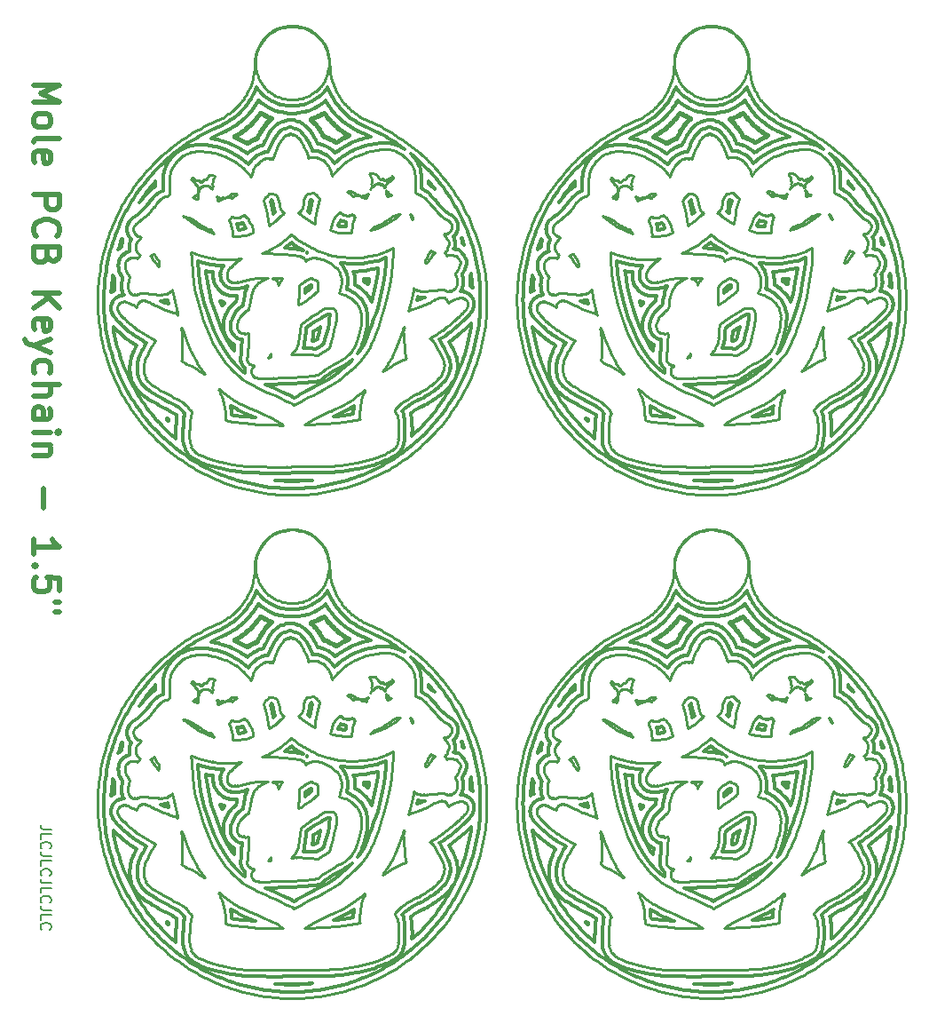
<source format=gto>
%MOIN*%
%OFA0B0*%
%FSLAX46Y46*%
%IPPOS*%
%LPD*%
%ADD10C,0.00984251968503937*%
%ADD11C,0.011811023622047244*%
%ADD12C,0.013779527559055118*%
%ADD13C,0.015748031496062992*%
%ADD24C,0.005905511811023622*%
%ADD25C,0.01968503937007874*%
%ADD26C,0.00984251968503937*%
%ADD27C,0.011811023622047244*%
%ADD28C,0.013779527559055118*%
%ADD29C,0.015748031496062992*%
%ADD30C,0.00984251968503937*%
%ADD31C,0.011811023622047244*%
%ADD32C,0.013779527559055118*%
%ADD33C,0.015748031496062992*%
%ADD34C,0.00984251968503937*%
%ADD35C,0.011811023622047244*%
%ADD36C,0.013779527559055118*%
%ADD37C,0.015748031496062992*%
D10*
X0001072900Y0000137200D02*
X0001088900Y0000137600D01*
X0001105000Y0000138300D01*
X0001121000Y0000139300D01*
X0001137000Y0000140700D01*
X0001153000Y0000142500D01*
X0001169000Y0000144600D01*
X0001184800Y0000147100D01*
X0001200600Y0000149900D01*
X0001216400Y0000153000D01*
X0001232100Y0000156500D01*
X0001247700Y0000160400D01*
X0001263199Y0000164600D01*
X0001278600Y0000169100D01*
X0001293900Y0000173999D01*
X0001309100Y0000179199D01*
X0001324199Y0000184700D01*
X0001339200Y0000190599D01*
X0001354000Y0000196800D01*
X0001368700Y0000203300D01*
X0001383200Y0000210100D01*
X0001397599Y0000217300D01*
X0001411800Y0000224800D01*
X0001425900Y0000232500D01*
X0001439799Y0000240600D01*
X0001453500Y0000249000D01*
X0001467000Y0000257699D01*
X0001480300Y0000266700D01*
X0001493400Y0000276000D01*
X0001506300Y0000285600D01*
X0001518999Y0000295400D01*
X0001531500Y0000305500D01*
X0001543800Y0000315899D01*
X0001555800Y0000326599D01*
X0001567600Y0000337500D01*
X0001579100Y0000348700D01*
X0001590400Y0000360099D01*
X0001601400Y0000371800D01*
X0001612200Y0000383700D01*
X0001622700Y0000395800D01*
X0001633000Y0000408200D01*
X0001642900Y0000420800D01*
X0001652600Y0000433700D01*
X0001662000Y0000446700D01*
X0001671200Y0000459900D01*
X0001680000Y0000473300D01*
X0001688500Y0000486900D01*
X0001696800Y0000500800D01*
X0001704700Y0000514700D01*
X0001712300Y0000528900D01*
X0001719600Y0000543200D01*
X0001726600Y0000557700D01*
X0001733200Y0000572300D01*
X0001739600Y0000587000D01*
X0001745600Y0000602000D01*
X0001751299Y0000617000D01*
X0001756600Y0000632099D01*
X0001761600Y0000647399D01*
X0001766300Y0000662800D01*
X0001770700Y0000678200D01*
X0001774700Y0000693800D01*
X0001778300Y0000709400D01*
X0001781600Y0000725200D01*
X0001784600Y0000740999D01*
X0001787200Y0000756800D01*
X0001789500Y0000772700D01*
X0001791400Y0000788700D01*
X0001793000Y0000804700D01*
X0001794200Y0000820700D01*
X0001795100Y0000836700D01*
X0001795600Y0000852800D01*
X0001795700Y0000868900D01*
X0001795500Y0000884900D01*
X0001795000Y0000901000D01*
X0001794099Y0000917000D01*
X0001792800Y0000933000D01*
X0001791200Y0000949000D01*
X0001789300Y0000965000D01*
X0001787000Y0000980900D01*
X0001784300Y0000996700D01*
X0001781299Y0001012500D01*
X0001778000Y0001028200D01*
X0001774300Y0001043900D01*
X0001770200Y0001059400D01*
X0001765900Y0001074900D01*
X0001761200Y0001090200D01*
X0001756100Y0001105500D01*
X0001750700Y0001120600D01*
X0001745000Y0001135600D01*
X0001738900Y0001150500D01*
X0001732600Y0001165300D01*
X0001725900Y0001179900D01*
X0001718900Y0001194300D01*
X0001711500Y0001208600D01*
X0001703900Y0001222800D01*
X0001695900Y0001236700D01*
X0001687700Y0001250500D01*
X0001679099Y0001264100D01*
X0001670300Y0001277500D01*
X0001661099Y0001290700D01*
X0001651700Y0001303700D01*
X0001642000Y0001316500D01*
X0001632000Y0001329100D01*
X0001621700Y0001341500D01*
X0001611200Y0001353600D01*
X0001600299Y0001365500D01*
X0001589300Y0001377100D01*
X0001578000Y0001388500D01*
X0001566400Y0001399700D01*
X0001554600Y0001410600D01*
X0001542500Y0001421199D01*
X0001530300Y0001431600D01*
X0001517800Y0001441700D01*
X0001505000Y0001451500D01*
X0001492100Y0001461000D01*
X0001479000Y0001470300D01*
X0001465600Y0001479300D01*
X0001452100Y0001487900D01*
X0001438400Y0001496300D01*
X0001424500Y0001504300D01*
X0001410400Y0001512100D01*
X0001396200Y0001519500D01*
X0001381800Y0001526700D01*
X0001367199Y0001533500D01*
X0001352300Y0001540000D01*
X0001352300Y0001540100D01*
X0001352200Y0001540100D01*
X0001336599Y0001547000D01*
X0001335200Y0001547700D01*
X0001320200Y0001555900D01*
X0001318900Y0001556700D01*
X0001304600Y0001566100D01*
X0001303300Y0001566999D01*
X0001289800Y0001577400D01*
X0001288599Y0001578400D01*
X0001275900Y0001589900D01*
X0001274800Y0001591000D01*
X0001263100Y0001603500D01*
X0001262100Y0001604700D01*
X0001251400Y0001618000D01*
X0001250500Y0001619300D01*
X0001240900Y0001633400D01*
X0001240100Y0001634700D01*
X0001231700Y0001649600D01*
X0001231000Y0001651000D01*
X0001223700Y0001666499D01*
X0001223100Y0001667900D01*
X0001217200Y0001683900D01*
X0001216700Y0001685400D01*
X0001212000Y0001701900D01*
X0001211600Y0001703400D01*
X0001208300Y0001720100D01*
X0001208000Y0001721699D01*
X0001206000Y0001738600D01*
X0001205900Y0001740200D01*
X0001205200Y0001757200D01*
X0001204400Y0001772700D01*
X0001202100Y0001787200D01*
X0001198300Y0001801400D01*
X0001193000Y0001815100D01*
X0001186300Y0001828200D01*
X0001178300Y0001840500D01*
X0001169100Y0001851900D01*
X0001158700Y0001862300D01*
X0001147300Y0001871500D01*
X0001135000Y0001879499D01*
X0001121900Y0001886200D01*
X0001108200Y0001891499D01*
X0001094000Y0001895300D01*
X0001079500Y0001897600D01*
X0001064800Y0001898300D01*
X0001050200Y0001897600D01*
X0001035700Y0001895300D01*
X0001021500Y0001891499D01*
X0001007800Y0001886200D01*
X0000994700Y0001879499D01*
X0000982400Y0001871500D01*
X0000971000Y0001862300D01*
X0000960600Y0001851900D01*
X0000951400Y0001840500D01*
X0000943400Y0001828200D01*
X0000936700Y0001815100D01*
X0000931400Y0001801400D01*
X0000927600Y0001787200D01*
X0000925300Y0001772700D01*
X0000924500Y0001757100D01*
X0000923800Y0001740200D01*
X0000923700Y0001738600D01*
X0000921700Y0001721699D01*
X0000921400Y0001720100D01*
X0000918100Y0001703400D01*
X0000917700Y0001701900D01*
X0000913000Y0001685400D01*
X0000912500Y0001683900D01*
X0000906600Y0001667900D01*
X0000906000Y0001666499D01*
X0000898700Y0001651000D01*
X0000898000Y0001649600D01*
X0000889600Y0001634700D01*
X0000888800Y0001633400D01*
X0000879200Y0001619300D01*
X0000878300Y0001618000D01*
X0000867600Y0001604700D01*
X0000866600Y0001603500D01*
X0000854900Y0001591000D01*
X0000853800Y0001589900D01*
X0000841100Y0001578400D01*
X0000839900Y0001577400D01*
X0000826400Y0001566999D01*
X0000825100Y0001566100D01*
X0000810800Y0001556700D01*
X0000809500Y0001555900D01*
X0000794500Y0001547700D01*
X0000793100Y0001547000D01*
X0000777499Y0001540100D01*
X0000777399Y0001540000D01*
X0000762499Y0001533500D01*
X0000747900Y0001526700D01*
X0000733500Y0001519500D01*
X0000719300Y0001512100D01*
X0000705200Y0001504300D01*
X0000691300Y0001496300D01*
X0000677599Y0001487900D01*
X0000664100Y0001479300D01*
X0000650700Y0001470300D01*
X0000637600Y0001461000D01*
X0000624700Y0001451500D01*
X0000611900Y0001441700D01*
X0000599400Y0001431600D01*
X0000587200Y0001421199D01*
X0000575100Y0001410600D01*
X0000563300Y0001399700D01*
X0000551700Y0001388500D01*
X0000540400Y0001377100D01*
X0000529400Y0001365500D01*
X0000518499Y0001353600D01*
X0000508000Y0001341500D01*
X0000497700Y0001329100D01*
X0000487700Y0001316500D01*
X0000478000Y0001303700D01*
X0000468600Y0001290700D01*
X0000459400Y0001277500D01*
X0000450600Y0001264100D01*
X0000442000Y0001250500D01*
X0000433800Y0001236700D01*
X0000425800Y0001222800D01*
X0000418200Y0001208600D01*
X0000410800Y0001194300D01*
X0000403800Y0001179900D01*
X0000397100Y0001165300D01*
X0000390800Y0001150500D01*
X0000384700Y0001135600D01*
X0000379000Y0001120600D01*
X0000373599Y0001105500D01*
X0000368600Y0001090200D01*
X0000363800Y0001074900D01*
X0000359500Y0001059400D01*
X0000355399Y0001043800D01*
X0000351700Y0001028200D01*
X0000348400Y0001012500D01*
X0000345400Y0000996700D01*
X0000342700Y0000980900D01*
X0000340399Y0000965000D01*
X0000338500Y0000949000D01*
X0000336900Y0000933000D01*
X0000335599Y0000917000D01*
X0000334700Y0000901000D01*
X0000334199Y0000884900D01*
X0000333999Y0000868900D01*
X0000334099Y0000852800D01*
X0000334600Y0000836700D01*
X0000335499Y0000820700D01*
X0000336700Y0000804700D01*
X0000338300Y0000788700D01*
X0000340199Y0000772700D01*
X0000342500Y0000756800D01*
X0000345100Y0000740999D01*
X0000348100Y0000725200D01*
X0000351400Y0000709400D01*
X0000355000Y0000693800D01*
X0000359000Y0000678200D01*
X0000363400Y0000662800D01*
X0000368100Y0000647399D01*
X0000373100Y0000632099D01*
X0000378400Y0000617000D01*
X0000384100Y0000602000D01*
X0000390100Y0000587100D01*
X0000396500Y0000572300D01*
X0000403100Y0000557700D01*
X0000410100Y0000543200D01*
X0000417400Y0000528900D01*
X0000425000Y0000514700D01*
X0000433000Y0000500800D01*
X0000441200Y0000486900D01*
X0000449700Y0000473300D01*
X0000458500Y0000459900D01*
X0000467700Y0000446700D01*
X0000477100Y0000433600D01*
X0000486700Y0000420800D01*
X0000496700Y0000408200D01*
X0000507000Y0000395900D01*
X0000517499Y0000383700D01*
X0000528300Y0000371800D01*
X0000539300Y0000360099D01*
X0000550600Y0000348700D01*
X0000562100Y0000337500D01*
X0000573900Y0000326599D01*
X0000585900Y0000315899D01*
X0000598200Y0000305500D01*
X0000610700Y0000295400D01*
X0000623400Y0000285500D01*
X0000636300Y0000276000D01*
X0000649400Y0000266700D01*
X0000662700Y0000257699D01*
X0000676200Y0000249000D01*
X0000689899Y0000240600D01*
X0000703800Y0000232500D01*
X0000717900Y0000224800D01*
X0000732099Y0000217300D01*
X0000746500Y0000210100D01*
X0000761000Y0000203300D01*
X0000775700Y0000196800D01*
X0000790500Y0000190599D01*
X0000805500Y0000184700D01*
X0000820600Y0000179199D01*
X0000835800Y0000173999D01*
X0000851100Y0000169100D01*
X0000866500Y0000164600D01*
X0000882000Y0000160400D01*
X0000897600Y0000156500D01*
X0000913300Y0000153000D01*
X0000929100Y0000149900D01*
X0000944900Y0000147100D01*
X0000960800Y0000144600D01*
X0000976700Y0000142500D01*
X0000992600Y0000140700D01*
X0001008699Y0000139300D01*
X0001024700Y0000138300D01*
X0001040800Y0000137600D01*
X0001056800Y0000137200D01*
X0001072900Y0000137200D01*
X0001053200Y0001620300D02*
X0001051300Y0001620300D01*
X0001049400Y0001620600D01*
X0001034200Y0001623700D01*
X0001034200Y0001623700D01*
X0001026600Y0001625200D01*
X0001024700Y0001625600D01*
X0001022899Y0001626300D01*
X0001001400Y0001635200D01*
X0000999600Y0001636000D01*
X0000998000Y0001637000D01*
X0000978600Y0001649900D01*
X0000977100Y0001651100D01*
X0000975600Y0001652400D01*
X0000959200Y0001668800D01*
X0000957900Y0001670300D01*
X0000956700Y0001671800D01*
X0000943800Y0001691200D01*
X0000942800Y0001692800D01*
X0000942000Y0001694600D01*
X0000933100Y0001716100D01*
X0000932400Y0001717900D01*
X0000932000Y0001719800D01*
X0000927400Y0001742600D01*
X0000927100Y0001744500D01*
X0000927100Y0001746400D01*
X0000927100Y0001769699D01*
X0000927100Y0001771600D01*
X0000927400Y0001773500D01*
X0000932000Y0001796300D01*
X0000932400Y0001798200D01*
X0000933100Y0001800000D01*
X0000942000Y0001821500D01*
X0000942800Y0001823300D01*
X0000943800Y0001824899D01*
X0000956700Y0001844300D01*
X0000957900Y0001845800D01*
X0000959200Y0001847300D01*
X0000975600Y0001863700D01*
X0000977100Y0001865000D01*
X0000978600Y0001866200D01*
X0000998000Y0001879099D01*
X0000999600Y0001880100D01*
X0001001400Y0001880900D01*
X0001022899Y0001889800D01*
X0001024700Y0001890500D01*
X0001026600Y0001890899D01*
X0001034200Y0001892400D01*
X0001049400Y0001895500D01*
X0001051300Y0001895700D01*
X0001053200Y0001895800D01*
X0001076500Y0001895800D01*
X0001078400Y0001895700D01*
X0001080300Y0001895500D01*
X0001095500Y0001892400D01*
X0001103100Y0001890899D01*
X0001105000Y0001890500D01*
X0001106800Y0001889800D01*
X0001128300Y0001880900D01*
X0001130100Y0001880100D01*
X0001131700Y0001879099D01*
X0001151100Y0001866200D01*
X0001152600Y0001865000D01*
X0001154100Y0001863700D01*
X0001170500Y0001847300D01*
X0001171800Y0001845800D01*
X0001173000Y0001844300D01*
X0001185900Y0001824899D01*
X0001186900Y0001823300D01*
X0001187700Y0001821500D01*
X0001196600Y0001800000D01*
X0001197300Y0001798200D01*
X0001197700Y0001796300D01*
X0001202300Y0001773500D01*
X0001202500Y0001771600D01*
X0001202600Y0001769699D01*
X0001202600Y0001746400D01*
X0001202500Y0001744500D01*
X0001202300Y0001742600D01*
X0001197700Y0001719800D01*
X0001197300Y0001717900D01*
X0001196600Y0001716100D01*
X0001187700Y0001694600D01*
X0001186900Y0001692800D01*
X0001185900Y0001691200D01*
X0001173000Y0001671800D01*
X0001171800Y0001670300D01*
X0001170500Y0001668800D01*
X0001154100Y0001652400D01*
X0001152600Y0001651100D01*
X0001151100Y0001649900D01*
X0001131700Y0001637000D01*
X0001130100Y0001636000D01*
X0001128300Y0001635200D01*
X0001106800Y0001626300D01*
X0001105000Y0001625600D01*
X0001103100Y0001625200D01*
X0001095500Y0001623700D01*
X0001095500Y0001623700D01*
X0001080300Y0001620600D01*
X0001078400Y0001620300D01*
X0001076500Y0001620300D01*
X0001053200Y0001620300D01*
X0001012400Y0000242600D02*
X0001012400Y0000242700D01*
X0001012300Y0000242600D01*
X0000982600Y0000242600D01*
X0000982500Y0000242600D01*
X0000955300Y0000242800D01*
X0000955100Y0000242800D01*
X0000931300Y0000243100D01*
X0000931100Y0000243100D01*
X0000911700Y0000243500D01*
X0000911300Y0000243500D01*
X0000897200Y0000244200D01*
X0000896500Y0000244200D01*
X0000891600Y0000244600D01*
X0000890700Y0000244700D01*
X0000842300Y0000250900D01*
X0000841800Y0000251000D01*
X0000840600Y0000251199D01*
X0000839900Y0000251300D01*
X0000797200Y0000259600D01*
X0000795600Y0000260000D01*
X0000758800Y0000270300D01*
X0000756800Y0000271000D01*
X0000739900Y0000277700D01*
X0000739900Y0000277700D01*
X0000725999Y0000283200D01*
X0000724500Y0000283900D01*
X0000717300Y0000287500D01*
X0000717199Y0000287600D01*
X0000716100Y0000288100D01*
X0000715000Y0000288700D01*
X0000705099Y0000294600D01*
X0000703500Y0000295700D01*
X0000701999Y0000296900D01*
X0000694900Y0000303300D01*
X0000694300Y0000307600D01*
X0000690200Y0000308800D01*
X0000685500Y0000316800D01*
X0000686199Y0000320900D01*
X0000682700Y0000323100D01*
X0000680099Y0000333800D01*
X0000681500Y0000336400D01*
X0000679300Y0000338500D01*
X0000678400Y0000353000D01*
X0000678300Y0000354700D01*
X0000678800Y0000374100D01*
X0000678800Y0000374700D01*
X0000679400Y0000387299D01*
X0000679500Y0000387500D01*
X0000680499Y0000403200D01*
X0000680499Y0000403500D01*
X0000681500Y0000416700D01*
X0000681600Y0000417100D01*
X0000682500Y0000426400D01*
X0000682700Y0000427500D01*
X0000682800Y0000428700D01*
X0000682900Y0000429200D01*
X0000683699Y0000433200D01*
X0000684400Y0000436000D01*
X0000685500Y0000438600D01*
X0000686000Y0000439700D01*
X0000687700Y0000442300D01*
X0000688000Y0000442800D01*
X0000687400Y0000445200D01*
X0000687300Y0000446400D01*
X0000687000Y0000449500D01*
X0000687100Y0000450000D01*
X0000683000Y0000453500D01*
X0000681500Y0000453800D01*
X0000679500Y0000456300D01*
X0000678500Y0000457800D01*
X0000674599Y0000464100D01*
X0000674299Y0000464400D01*
X0000674299Y0000464600D01*
X0000670000Y0000470400D01*
X0000664000Y0000476000D01*
X0000652999Y0000483900D01*
X0000636800Y0000493600D01*
X0000614900Y0000505600D01*
X0000612900Y0000506700D01*
X0000612800Y0000506700D01*
X0000586400Y0000520800D01*
X0000586100Y0000521000D01*
X0000565000Y0000532600D01*
X0000564400Y0000533000D01*
X0000548100Y0000542900D01*
X0000547000Y0000543700D01*
X0000534900Y0000552200D01*
X0000533000Y0000553800D01*
X0000524500Y0000561600D01*
X0000524000Y0000562200D01*
X0000523100Y0000563000D01*
X0000521000Y0000565500D01*
X0000515599Y0000573100D01*
X0000516000Y0000576800D01*
X0000512599Y0000578600D01*
X0000509499Y0000586500D01*
X0000510900Y0000589700D01*
X0000508200Y0000592000D01*
X0000506900Y0000600800D01*
X0000506700Y0000603300D01*
X0000506600Y0000611400D01*
X0000506600Y0000613000D01*
X0000507300Y0000624300D01*
X0000507499Y0000626200D01*
X0000507700Y0000627400D01*
X0000507900Y0000628500D01*
X0000510100Y0000638800D01*
X0000511000Y0000641700D01*
X0000515499Y0000653199D01*
X0000516100Y0000654700D01*
X0000523000Y0000668900D01*
X0000523200Y0000669200D01*
X0000523700Y0000670300D01*
X0000523900Y0000670700D01*
X0000531200Y0000684200D01*
X0000531500Y0000684800D01*
X0000538800Y0000697300D01*
X0000539300Y0000698100D01*
X0000545300Y0000707300D01*
X0000546100Y0000708400D01*
X0000547800Y0000710599D01*
X0000548200Y0000711200D01*
X0000552400Y0000716200D01*
X0000552200Y0000716300D01*
X0000551100Y0000716899D01*
X0000550900Y0000716999D01*
X0000537300Y0000724100D01*
X0000536800Y0000724300D01*
X0000520599Y0000733400D01*
X0000520100Y0000733700D01*
X0000503100Y0000743800D01*
X0000502600Y0000744099D01*
X0000487700Y0000753700D01*
X0000487100Y0000754100D01*
X0000481900Y0000757700D01*
X0000481100Y0000758300D01*
X0000470200Y0000766600D01*
X0000469500Y0000767200D01*
X0000457400Y0000777399D01*
X0000456900Y0000777800D01*
X0000444700Y0000788900D01*
X0000444300Y0000789300D01*
X0000433000Y0000800100D01*
X0000432700Y0000800400D01*
X0000431800Y0000801300D01*
X0000431600Y0000801500D01*
X0000422300Y0000811100D01*
X0000421400Y0000812100D01*
X0000415300Y0000819500D01*
X0000414000Y0000821200D01*
X0000412900Y0000822999D01*
X0000410900Y0000826900D01*
X0000410800Y0000827100D01*
X0000410200Y0000828200D01*
X0000409100Y0000831000D01*
X0000408300Y0000834000D01*
X0000408100Y0000835200D01*
X0000407900Y0000838300D01*
X0000408100Y0000841400D01*
X0000408300Y0000842600D01*
X0000409100Y0000845600D01*
X0000410200Y0000848500D01*
X0000410800Y0000849600D01*
X0000412400Y0000852200D01*
X0000414400Y0000854600D01*
X0000415300Y0000855400D01*
X0000417600Y0000857400D01*
X0000420300Y0000859000D01*
X0000421400Y0000859600D01*
X0000422500Y0000860100D01*
X0000425200Y0000861300D01*
X0000427500Y0000862100D01*
X0000429900Y0000862700D01*
X0000431100Y0000862900D01*
X0000434200Y0000863100D01*
X0000437300Y0000862900D01*
X0000438500Y0000862700D01*
X0000441600Y0000861900D01*
X0000449600Y0000859200D01*
X0000452000Y0000858200D01*
X0000465100Y0000851800D01*
X0000465400Y0000851700D01*
X0000466500Y0000851100D01*
X0000467200Y0000850800D01*
X0000481600Y0000842700D01*
X0000481900Y0000845300D01*
X0000482100Y0000846200D01*
X0000482300Y0000847400D01*
X0000483000Y0000850400D01*
X0000484100Y0000853200D01*
X0000484700Y0000854300D01*
X0000486300Y0000857000D01*
X0000488300Y0000859300D01*
X0000489200Y0000860200D01*
X0000491600Y0000862200D01*
X0000494200Y0000863800D01*
X0000495300Y0000864400D01*
X0000498200Y0000865600D01*
X0000501200Y0000866300D01*
X0000502399Y0000866500D01*
X0000505399Y0000866700D01*
X0000508499Y0000866500D01*
X0000509700Y0000866300D01*
X0000510499Y0000866100D01*
X0000514000Y0000865500D01*
X0000515800Y0000865000D01*
X0000517700Y0000864300D01*
X0000525700Y0000861000D01*
X0000526600Y0000860600D01*
X0000537700Y0000855300D01*
X0000538200Y0000855100D01*
X0000539300Y0000854500D01*
X0000539300Y0000854500D01*
X0000545300Y0000851400D01*
X0000561600Y0000843600D01*
X0000580300Y0000835600D01*
X0000597800Y0000829099D01*
X0000600200Y0000828300D01*
X0000600800Y0000828100D01*
X0000619100Y0000821400D01*
X0000621300Y0000820500D01*
X0000622400Y0000819900D01*
X0000622800Y0000819700D01*
X0000634899Y0000813200D01*
X0000635800Y0000812600D01*
X0000634100Y0000818600D01*
X0000633800Y0000819600D01*
X0000620400Y0000878100D01*
X0000620200Y0000878800D01*
X0000615000Y0000906300D01*
X0000610400Y0000901900D01*
X0000609000Y0000900800D01*
X0000607600Y0000899700D01*
X0000604400Y0000897600D01*
X0000602500Y0000897900D01*
X0000602000Y0000897700D01*
X0000601100Y0000895800D01*
X0000595900Y0000893300D01*
X0000592800Y0000892100D01*
X0000587200Y0000890500D01*
X0000584500Y0000891800D01*
X0000582500Y0000889600D01*
X0000575400Y0000888900D01*
X0000574200Y0000889800D01*
X0000573000Y0000888800D01*
X0000563400Y0000889000D01*
X0000562200Y0000889100D01*
X0000548900Y0000890200D01*
X0000548300Y0000890300D01*
X0000530200Y0000892400D01*
X0000530000Y0000892400D01*
X0000516200Y0000894100D01*
X0000502900Y0000895200D01*
X0000496100Y0000894500D01*
X0000493000Y0000893600D01*
X0000485900Y0000890800D01*
X0000485000Y0000890500D01*
X0000480500Y0000889000D01*
X0000477400Y0000888200D01*
X0000476400Y0000888100D01*
X0000476400Y0000888100D01*
X0000475800Y0000888000D01*
X0000470600Y0000891800D01*
X0000470000Y0000888000D01*
X0000468800Y0000888200D01*
X0000465800Y0000889000D01*
X0000462900Y0000890100D01*
X0000461800Y0000890700D01*
X0000459200Y0000892300D01*
X0000456800Y0000894300D01*
X0000456000Y0000895200D01*
X0000454000Y0000897500D01*
X0000452300Y0000900200D01*
X0000451800Y0000901300D01*
X0000450600Y0000904100D01*
X0000450400Y0000904900D01*
X0000450000Y0000905200D01*
X0000449200Y0000908200D01*
X0000448800Y0000910100D01*
X0000448600Y0000911300D01*
X0000448400Y0000913200D01*
X0000448000Y0000920600D01*
X0000447900Y0000921600D01*
X0000447900Y0000925100D01*
X0000448100Y0000928300D01*
X0000450100Y0000941500D01*
X0000450100Y0000941600D01*
X0000450300Y0000942800D01*
X0000451000Y0000945800D01*
X0000452200Y0000948700D01*
X0000452800Y0000949800D01*
X0000453600Y0000951200D01*
X0000455300Y0000953900D01*
X0000450800Y0000959500D01*
X0000450800Y0000959500D01*
X0000450700Y0000959700D01*
X0000449200Y0000961800D01*
X0000443000Y0000972600D01*
X0000442400Y0000973600D01*
X0000441900Y0000974700D01*
X0000441000Y0000976700D01*
X0000437400Y0000986200D01*
X0000436800Y0000988000D01*
X0000436400Y0000990000D01*
X0000436200Y0000991200D01*
X0000436000Y0000993900D01*
X0000435900Y0000999700D01*
X0000435900Y0001001400D01*
X0000436100Y0001003100D01*
X0000436300Y0001004300D01*
X0000437000Y0001007300D01*
X0000438200Y0001010200D01*
X0000438800Y0001011300D01*
X0000440400Y0001013900D01*
X0000442400Y0001016300D01*
X0000443300Y0001017099D01*
X0000443400Y0001017300D01*
X0000448100Y0001021800D01*
X0000448100Y0001021800D01*
X0000449600Y0001023099D01*
X0000449600Y0001023099D01*
X0000451200Y0001024300D01*
X0000452900Y0001025300D01*
X0000454000Y0001025900D01*
X0000456900Y0001026999D01*
X0000459900Y0001027800D01*
X0000461100Y0001027900D01*
X0000464400Y0001028200D01*
X0000472200Y0001028100D01*
X0000475000Y0001027800D01*
X0000476200Y0001027600D01*
X0000478900Y0001026999D01*
X0000481400Y0001026100D01*
X0000485600Y0001024200D01*
X0000487900Y0001029600D01*
X0000488500Y0001030799D01*
X0000489000Y0001031900D01*
X0000490600Y0001034500D01*
X0000492600Y0001036899D01*
X0000493300Y0001037500D01*
X0000491300Y0001038700D01*
X0000489100Y0001040200D01*
X0000487000Y0001041900D01*
X0000486200Y0001042800D01*
X0000484600Y0001044500D01*
X0000483300Y0001046500D01*
X0000481200Y0001049900D01*
X0000480400Y0001051200D01*
X0000479900Y0001052300D01*
X0000479100Y0001054100D01*
X0000478500Y0001055900D01*
X0000477000Y0001061200D01*
X0000476500Y0001063500D01*
X0000476300Y0001064700D01*
X0000476100Y0001067800D01*
X0000476300Y0001070800D01*
X0000476500Y0001072000D01*
X0000477200Y0001075100D01*
X0000478900Y0001080100D01*
X0000480000Y0001082900D01*
X0000480600Y0001084000D01*
X0000481700Y0001085900D01*
X0000483100Y0001087700D01*
X0000488700Y0001094500D01*
X0000489800Y0001095600D01*
X0000491600Y0001097500D01*
X0000497300Y0001104700D01*
X0000490300Y0001106200D01*
X0000487900Y0001106900D01*
X0000485500Y0001107900D01*
X0000484400Y0001108500D01*
X0000481800Y0001110100D01*
X0000479500Y0001112100D01*
X0000478600Y0001113000D01*
X0000478100Y0001113500D01*
X0000474100Y0001117800D01*
X0000472400Y0001119900D01*
X0000470900Y0001122300D01*
X0000470400Y0001123400D01*
X0000469200Y0001126200D01*
X0000468500Y0001129300D01*
X0000468300Y0001130500D01*
X0000468200Y0001131200D01*
X0000468000Y0001132400D01*
X0000467900Y0001135100D01*
X0000468100Y0001137900D01*
X0000468300Y0001139100D01*
X0000469000Y0001142100D01*
X0000470200Y0001144900D01*
X0000470800Y0001146000D01*
X0000471700Y0001147700D01*
X0000472800Y0001149300D01*
X0000475500Y0001152700D01*
X0000477400Y0001153000D01*
X0000480100Y0001154400D01*
X0000480900Y0001157700D01*
X0000487500Y0001162200D01*
X0000489100Y0001163200D01*
X0000489800Y0001163500D01*
X0000498800Y0001169500D01*
X0000510399Y0001179400D01*
X0000522700Y0001191300D01*
X0000534700Y0001204500D01*
X0000544700Y0001217200D01*
X0000545700Y0001218600D01*
X0000546200Y0001219300D01*
X0000557100Y0001233600D01*
X0000558900Y0001235600D01*
X0000559700Y0001236500D01*
X0000560500Y0001237200D01*
X0000571600Y0001247100D01*
X0000573400Y0001248600D01*
X0000575400Y0001249800D01*
X0000588900Y0001257000D01*
X0000589300Y0001257200D01*
X0000590400Y0001257800D01*
X0000592600Y0001258800D01*
X0000604300Y0001263000D01*
X0000603900Y0001267600D01*
X0000603900Y0001268400D01*
X0000603400Y0001282100D01*
X0000603400Y0001282599D01*
X0000603200Y0001298100D01*
X0000603200Y0001298400D01*
X0000603200Y0001304800D01*
X0000603300Y0001305599D01*
X0000604200Y0001326400D01*
X0000604400Y0001328500D01*
X0000604600Y0001329799D01*
X0000604700Y0001329999D01*
X0000607400Y0001346100D01*
X0000607900Y0001348100D01*
X0000608500Y0001350000D01*
X0000613800Y0001363400D01*
X0000614600Y0001365100D01*
X0000615100Y0001366200D01*
X0000616300Y0001368300D01*
X0000624800Y0001380900D01*
X0000626200Y0001382800D01*
X0000633900Y0001391700D01*
X0000634899Y0001392700D01*
X0000635700Y0001393600D01*
X0000637100Y0001394900D01*
X0000655100Y0001409700D01*
X0000656800Y0001411000D01*
X0000658700Y0001412000D01*
X0000659800Y0001412600D01*
X0000660900Y0001413100D01*
X0000682400Y0001422400D01*
X0000684800Y0001423200D01*
X0000687200Y0001423800D01*
X0000688400Y0001424000D01*
X0000688600Y0001424000D01*
X0000713599Y0001427700D01*
X0000715700Y0001426200D01*
X0000717800Y0001427900D01*
X0000746500Y0001426000D01*
X0000748300Y0001425800D01*
X0000749500Y0001425600D01*
X0000750399Y0001425500D01*
X0000772000Y0001421100D01*
X0000774300Y0001420400D01*
X0000812000Y0001407700D01*
X0000814600Y0001406600D01*
X0000815700Y0001406100D01*
X0000816100Y0001405900D01*
X0000849800Y0001387800D01*
X0000852600Y0001385999D01*
X0000882300Y0001362800D01*
X0000884100Y0001361199D01*
X0000885000Y0001360300D01*
X0000885700Y0001359600D01*
X0000910400Y0001332100D01*
X0000910700Y0001333600D01*
X0000915900Y0001352200D01*
X0000916500Y0001354100D01*
X0000917300Y0001355900D01*
X0000917900Y0001357000D01*
X0000918600Y0001358200D01*
X0000928100Y0001373900D01*
X0000929400Y0001375900D01*
X0000931000Y0001377600D01*
X0000931900Y0001378500D01*
X0000932500Y0001379100D01*
X0000942600Y0001388300D01*
X0000944500Y0001389800D01*
X0000946600Y0001391100D01*
X0000957300Y0001396799D01*
X0000957600Y0001396900D01*
X0000958700Y0001397500D01*
X0000961600Y0001398700D01*
X0000964600Y0001399400D01*
X0000965800Y0001399600D01*
X0000966400Y0001399700D01*
X0000976800Y0001401000D01*
X0000980800Y0001397900D01*
X0000985400Y0001400300D01*
X0000992200Y0001398600D01*
X0000992500Y0001400000D01*
X0000993000Y0001401500D01*
X0000997200Y0001414300D01*
X0000997600Y0001415300D01*
X0001007200Y0001439300D01*
X0001007900Y0001441000D01*
X0001008500Y0001442100D01*
X0001008500Y0001442100D01*
X0001018300Y0001461300D01*
X0001019800Y0001463700D01*
X0001029400Y0001477200D01*
X0001031500Y0001479700D01*
X0001034500Y0001482700D01*
X0001034500Y0001482700D01*
X0001035400Y0001483600D01*
X0001037099Y0001485100D01*
X0001041700Y0001488700D01*
X0001044999Y0001488399D01*
X0001045900Y0001489100D01*
X0001048600Y0001490800D01*
X0001049000Y0001491000D01*
X0001050300Y0001488399D01*
X0001055900Y0001493600D01*
X0001059600Y0001493600D01*
X0001065500Y0001488300D01*
X0001066900Y0001491000D01*
X0001067400Y0001490700D01*
X0001070000Y0001489100D01*
X0001070700Y0001488500D01*
X0001074100Y0001488900D01*
X0001079200Y0001484900D01*
X0001080800Y0001483600D01*
X0001084300Y0001480300D01*
X0001084700Y0001479900D01*
X0001085600Y0001479000D01*
X0001086900Y0001477600D01*
X0001096300Y0001466100D01*
X0001098000Y0001463700D01*
X0001107200Y0001448300D01*
X0001107900Y0001447100D01*
X0001108500Y0001445999D01*
X0001108800Y0001445399D01*
X0001116700Y0001428399D01*
X0001117500Y0001426500D01*
X0001123100Y0001409999D01*
X0001123900Y0001406900D01*
X0001124700Y0001402200D01*
X0001131600Y0001404100D01*
X0001133600Y0001404500D01*
X0001134800Y0001404700D01*
X0001137100Y0001404900D01*
X0001139300Y0001404900D01*
X0001156100Y0001403700D01*
X0001157700Y0001403500D01*
X0001158900Y0001403300D01*
X0001161900Y0001402600D01*
X0001164700Y0001401400D01*
X0001179000Y0001394200D01*
X0001179100Y0001394200D01*
X0001180200Y0001393600D01*
X0001182800Y0001391999D01*
X0001185100Y0001390000D01*
X0001186000Y0001389100D01*
X0001186900Y0001388200D01*
X0001198200Y0001375200D01*
X0001199500Y0001373500D01*
X0001200600Y0001371800D01*
X0001203100Y0001367300D01*
X0001203400Y0001366700D01*
X0001204000Y0001365600D01*
X0001204400Y0001364800D01*
X0001211100Y0001349800D01*
X0001212200Y0001346800D01*
X0001215200Y0001335500D01*
X0001233700Y0001357400D01*
X0001234800Y0001358600D01*
X0001235700Y0001359400D01*
X0001236800Y0001360500D01*
X0001265600Y0001385100D01*
X0001268200Y0001387000D01*
X0001300500Y0001406500D01*
X0001301800Y0001407200D01*
X0001302900Y0001407800D01*
X0001304500Y0001408500D01*
X0001340100Y0001422600D01*
X0001343199Y0001423600D01*
X0001381600Y0001431900D01*
X0001382700Y0001432100D01*
X0001383900Y0001432300D01*
X0001384900Y0001432400D01*
X0001398100Y0001433799D01*
X0001399300Y0001432900D01*
X0001400400Y0001433999D01*
X0001425300Y0001433599D01*
X0001428100Y0001433399D01*
X0001429300Y0001433199D01*
X0001431200Y0001432800D01*
X0001452800Y0001427199D01*
X0001454900Y0001426500D01*
X0001456800Y0001425700D01*
X0001457900Y0001425100D01*
X0001458800Y0001424600D01*
X0001478400Y0001413200D01*
X0001481000Y0001411500D01*
X0001487800Y0001405900D01*
X0001488900Y0001405000D01*
X0001499800Y0001394700D01*
X0001500199Y0001394300D01*
X0001501100Y0001393400D01*
X0001502400Y0001391999D01*
X0001510400Y0001382300D01*
X0001511600Y0001380700D01*
X0001512599Y0001378900D01*
X0001518000Y0001368500D01*
X0001518100Y0001368400D01*
X0001518700Y0001367300D01*
X0001519500Y0001365400D01*
X0001520100Y0001363400D01*
X0001523500Y0001351000D01*
X0001523900Y0001348999D01*
X0001524100Y0001347800D01*
X0001524200Y0001346800D01*
X0001526000Y0001330999D01*
X0001526100Y0001329400D01*
X0001526600Y0001308700D01*
X0001526600Y0001308200D01*
X0001526600Y0001299100D01*
X0001526600Y0001299000D01*
X0001526500Y0001270700D01*
X0001540600Y0001265800D01*
X0001542999Y0001264700D01*
X0001544100Y0001264199D01*
X0001546600Y0001262700D01*
X0001563900Y0001250300D01*
X0001566400Y0001248200D01*
X0001567300Y0001247300D01*
X0001567900Y0001246700D01*
X0001584400Y0001228600D01*
X0001585700Y0001227100D01*
X0001588000Y0001224000D01*
X0001599600Y0001209600D01*
X0001612200Y0001196300D01*
X0001625300Y0001184400D01*
X0001637000Y0001175600D01*
X0001642800Y0001172200D01*
X0001642800Y0001172200D01*
X0001650000Y0001168100D01*
X0001651900Y0001166800D01*
X0001653800Y0001165300D01*
X0001657300Y0001161800D01*
X0001657400Y0001161400D01*
X0001657700Y0001161100D01*
X0001658600Y0001160300D01*
X0001660600Y0001157900D01*
X0001662200Y0001155300D01*
X0001662800Y0001154300D01*
X0001663900Y0001151400D01*
X0001664199Y0001150200D01*
X0001664300Y0001150200D01*
X0001664400Y0001149700D01*
X0001664700Y0001148300D01*
X0001664900Y0001147100D01*
X0001665100Y0001144000D01*
X0001664900Y0001140900D01*
X0001664700Y0001139700D01*
X0001664000Y0001136700D01*
X0001662800Y0001133900D01*
X0001662200Y0001132800D01*
X0001661400Y0001131300D01*
X0001660400Y0001129800D01*
X0001657500Y0001126000D01*
X0001655700Y0001124000D01*
X0001654899Y0001123100D01*
X0001652500Y0001121100D01*
X0001649900Y0001119500D01*
X0001648800Y0001118900D01*
X0001646500Y0001117900D01*
X0001639500Y0001115400D01*
X0001635900Y0001116900D01*
X0001634900Y0001115900D01*
X0001635100Y0001115500D01*
X0001639500Y0001108800D01*
X0001640400Y0001107700D01*
X0001641600Y0001106200D01*
X0001648800Y0001096000D01*
X0001650200Y0001093600D01*
X0001650700Y0001092500D01*
X0001651900Y0001089700D01*
X0001652600Y0001086700D01*
X0001652800Y0001085400D01*
X0001653000Y0001084100D01*
X0001653700Y0001075600D01*
X0001649200Y0001069900D01*
X0001649000Y0001067900D01*
X0001648000Y0001066200D01*
X0001648499Y0001058900D01*
X0001642800Y0001052100D01*
X0001642499Y0001052100D01*
X0001641200Y0001050600D01*
X0001640500Y0001049800D01*
X0001638100Y0001047800D01*
X0001637600Y0001047500D01*
X0001637500Y0001047400D01*
X0001637100Y0001047099D01*
X0001637000Y0001047099D01*
X0001637000Y0001047099D01*
X0001638000Y0001046300D01*
X0001638800Y0001045400D01*
X0001640800Y0001042999D01*
X0001642499Y0001040400D01*
X0001643000Y0001039299D01*
X0001643400Y0001038500D01*
X0001645200Y0001034500D01*
X0001651200Y0001036800D01*
X0001653100Y0001037400D01*
X0001655200Y0001037900D01*
X0001656400Y0001038100D01*
X0001658900Y0001038300D01*
X0001667700Y0001038500D01*
X0001672699Y0001034100D01*
X0001673000Y0001034000D01*
X0001679700Y0001035500D01*
X0001683800Y0001033400D01*
X0001685500Y0001028000D01*
X0001686500Y0001027400D01*
X0001688900Y0001025400D01*
X0001688900Y0001025400D01*
X0001689300Y0001025600D01*
X0001689500Y0001025099D01*
X0001690300Y0001023400D01*
X0001694000Y0001016000D01*
X0001695900Y0001014100D01*
X0001696200Y0001009600D01*
X0001696300Y0001007400D01*
X0001696000Y0001005200D01*
X0001695800Y0001004000D01*
X0001695000Y0001000699D01*
X0001692300Y0000992700D01*
X0001690600Y0000991800D01*
X0001691099Y0000990000D01*
X0001686300Y0000980600D01*
X0001684300Y0000979700D01*
X0001684699Y0000977600D01*
X0001678600Y0000968300D01*
X0001677200Y0000966400D01*
X0001676000Y0000965000D01*
X0001680500Y0000957300D01*
X0001680900Y0000956400D01*
X0001681500Y0000955300D01*
X0001682700Y0000952500D01*
X0001683400Y0000949500D01*
X0001683600Y0000948200D01*
X0001683800Y0000945500D01*
X0001684000Y0000932900D01*
X0001684000Y0000931200D01*
X0001683800Y0000929500D01*
X0001683600Y0000928300D01*
X0001682900Y0000925300D01*
X0001681300Y0000920200D01*
X0001680100Y0000917300D01*
X0001679500Y0000916200D01*
X0001678600Y0000914700D01*
X0001676300Y0000911000D01*
X0001673099Y0000910200D01*
X0001669300Y0000906400D01*
X0001668900Y0000906200D01*
X0001666100Y0000905000D01*
X0001665300Y0000904800D01*
X0001664100Y0000904100D01*
X0001663000Y0000903500D01*
X0001660100Y0000902300D01*
X0001657100Y0000901600D01*
X0001656800Y0000901500D01*
X0001656400Y0000904000D01*
X0001656000Y0000904100D01*
X0001650000Y0000901100D01*
X0001646400Y0000902100D01*
X0001644500Y0000902700D01*
X0001642699Y0000903500D01*
X0001641600Y0000904100D01*
X0001639100Y0000905600D01*
X0001637300Y0000906800D01*
X0001636600Y0000906900D01*
X0001630000Y0000906900D01*
X0001618900Y0000906400D01*
X0001603000Y0000905100D01*
X0001581400Y0000903200D01*
X0001572400Y0000902400D01*
X0001572200Y0000902600D01*
X0001572000Y0000902400D01*
X0001559300Y0000901500D01*
X0001558000Y0000902600D01*
X0001556800Y0000901500D01*
X0001548200Y0000902100D01*
X0001546400Y0000902300D01*
X0001545200Y0000902500D01*
X0001543500Y0000902800D01*
X0001541800Y0000903300D01*
X0001534900Y0000905700D01*
X0001532400Y0000906800D01*
X0001531300Y0000907300D01*
X0001530100Y0000908000D01*
X0001522400Y0000912600D01*
X0001521900Y0000913000D01*
X0001520400Y0000904500D01*
X0001520200Y0000903500D01*
X0001510500Y0000861100D01*
X0001510300Y0000860300D01*
X0001500900Y0000826099D01*
X0001514500Y0000833100D01*
X0001514500Y0000833100D01*
X0001515600Y0000833700D01*
X0001518000Y0000834700D01*
X0001537100Y0000841400D01*
X0001553800Y0000847400D01*
X0001571600Y0000855100D01*
X0001586400Y0000862600D01*
X0001586900Y0000862900D01*
X0001587100Y0000863000D01*
X0001598700Y0000869300D01*
X0001599200Y0000869600D01*
X0001600299Y0000870200D01*
X0001600600Y0000870300D01*
X0001610000Y0000874900D01*
X0001611800Y0000875600D01*
X0001617400Y0000877700D01*
X0001618000Y0000877400D01*
X0001619100Y0000877900D01*
X0001622100Y0000878600D01*
X0001623000Y0000878700D01*
X0001623300Y0000876400D01*
X0001626500Y0000879100D01*
X0001627400Y0000879000D01*
X0001628900Y0000877500D01*
X0001629100Y0000878700D01*
X0001629700Y0000878700D01*
X0001632700Y0000877900D01*
X0001635600Y0000876800D01*
X0001636699Y0000876200D01*
X0001639300Y0000874600D01*
X0001641600Y0000872600D01*
X0001642499Y0000871700D01*
X0001644500Y0000869400D01*
X0001646100Y0000866700D01*
X0001646700Y0000865600D01*
X0001647900Y0000862800D01*
X0001648000Y0000862300D01*
X0001649200Y0000861500D01*
X0001649900Y0000858900D01*
X0001660000Y0000864100D01*
X0001660100Y0000864100D01*
X0001661200Y0000864700D01*
X0001662100Y0000865100D01*
X0001673700Y0000870300D01*
X0001675000Y0000870800D01*
X0001684899Y0000874400D01*
X0001687600Y0000875100D01*
X0001694200Y0000876500D01*
X0001695100Y0000876700D01*
X0001696300Y0000876900D01*
X0001699400Y0000877100D01*
X0001702500Y0000876900D01*
X0001703700Y0000876700D01*
X0001705600Y0000876300D01*
X0001707100Y0000875900D01*
X0001709099Y0000875200D01*
X0001711100Y0000874400D01*
X0001712200Y0000873800D01*
X0001714800Y0000872200D01*
X0001717200Y0000870200D01*
X0001718000Y0000869300D01*
X0001720100Y0000867000D01*
X0001721699Y0000864300D01*
X0001722200Y0000863200D01*
X0001723400Y0000860400D01*
X0001724100Y0000857400D01*
X0001724300Y0000856200D01*
X0001724600Y0000853100D01*
X0001724300Y0000850000D01*
X0001724100Y0000848800D01*
X0001723600Y0000846400D01*
X0001722600Y0000843000D01*
X0001722000Y0000841200D01*
X0001721200Y0000839500D01*
X0001720700Y0000838400D01*
X0001719700Y0000836600D01*
X0001718500Y0000835000D01*
X0001713000Y0000828200D01*
X0001711800Y0000826900D01*
X0001702800Y0000817600D01*
X0001702600Y0000817400D01*
X0001701700Y0000816500D01*
X0001701300Y0000816100D01*
X0001689500Y0000805000D01*
X0001689100Y0000804600D01*
X0001675300Y0000792400D01*
X0001675000Y0000792100D01*
X0001660100Y0000779600D01*
X0001659800Y0000779200D01*
X0001644700Y0000767200D01*
X0001644200Y0000766800D01*
X0001629700Y0000755900D01*
X0001629100Y0000755400D01*
X0001617900Y0000747600D01*
X0001617400Y0000747299D01*
X0001602900Y0000737899D01*
X0001602800Y0000737800D01*
X0001590100Y0000729700D01*
X0001589800Y0000729500D01*
X0001580300Y0000723600D01*
X0001587800Y0000722300D01*
X0001593500Y0000714800D01*
X0001594300Y0000713699D01*
X0001599800Y0000705200D01*
X0001600400Y0000704200D01*
X0001607600Y0000691700D01*
X0001607900Y0000691200D01*
X0001615799Y0000676600D01*
X0001615900Y0000676200D01*
X0001616500Y0000675100D01*
X0001616500Y0000675000D01*
X0001623900Y0000660400D01*
X0001624200Y0000659900D01*
X0001630000Y0000647299D01*
X0001630499Y0000646200D01*
X0001633300Y0000639000D01*
X0001633999Y0000637000D01*
X0001634400Y0000634899D01*
X0001634600Y0000633700D01*
X0001634700Y0000633300D01*
X0001636400Y0000620700D01*
X0001633200Y0000616400D01*
X0001635700Y0000611500D01*
X0001632200Y0000599000D01*
X0001628300Y0000596600D01*
X0001628900Y0000592100D01*
X0001619800Y0000578700D01*
X0001617700Y0000576200D01*
X0001608500Y0000566500D01*
X0001606400Y0000566300D01*
X0001606200Y0000564300D01*
X0001598100Y0000557500D01*
X0001597200Y0000556700D01*
X0001586300Y0000548500D01*
X0001585700Y0000548100D01*
X0001573300Y0000539400D01*
X0001572800Y0000539100D01*
X0001560400Y0000530900D01*
X0001559800Y0000530500D01*
X0001548700Y0000523700D01*
X0001547600Y0000523100D01*
X0001539200Y0000518700D01*
X0001539000Y0000518499D01*
X0001537900Y0000518000D01*
X0001535000Y0000516800D01*
X0001531300Y0000515599D01*
X0001527700Y0000514399D01*
X0001521100Y0000510900D01*
X0001509800Y0000504100D01*
X0001497100Y0000496000D01*
X0001484500Y0000487300D01*
X0001473500Y0000479400D01*
X0001465900Y0000473200D01*
X0001464199Y0000471500D01*
X0001457200Y0000463700D01*
X0001456500Y0000463000D01*
X0001455600Y0000462100D01*
X0001454000Y0000460700D01*
X0001451100Y0000458300D01*
X0001450900Y0000456100D01*
X0001450700Y0000454800D01*
X0001450400Y0000453100D01*
X0001450000Y0000451800D01*
X0001450100Y0000451800D01*
X0001450300Y0000451600D01*
X0001452300Y0000449200D01*
X0001453900Y0000446600D01*
X0001454500Y0000445500D01*
X0001455600Y0000442700D01*
X0001457599Y0000441600D01*
X0001460300Y0000433800D01*
X0001461100Y0000430500D01*
X0001461300Y0000429300D01*
X0001461300Y0000429200D01*
X0001463200Y0000416800D01*
X0001463400Y0000415200D01*
X0001464500Y0000399800D01*
X0001464500Y0000398800D01*
X0001464800Y0000381900D01*
X0001464800Y0000381000D01*
X0001464399Y0000364200D01*
X0001464300Y0000363099D01*
X0001463100Y0000347899D01*
X0001461800Y0000346700D01*
X0001462700Y0000345100D01*
X0001460800Y0000333200D01*
X0001460400Y0000331299D01*
X0001459900Y0000329499D01*
X0001457200Y0000322300D01*
X0001456800Y0000322099D01*
X0001455700Y0000319400D01*
X0001455300Y0000318600D01*
X0001453700Y0000315999D01*
X0001453300Y0000315600D01*
X0001453300Y0000315400D01*
X0001452800Y0000314700D01*
X0001451500Y0000313400D01*
X0001450600Y0000312500D01*
X0001448200Y0000310400D01*
X0001440900Y0000305200D01*
X0001438900Y0000303900D01*
X0001426900Y0000297400D01*
X0001426400Y0000297100D01*
X0001425300Y0000296600D01*
X0001424700Y0000296300D01*
X0001409500Y0000289100D01*
X0001408700Y0000288800D01*
X0001391799Y0000281700D01*
X0001391100Y0000281400D01*
X0001374000Y0000275000D01*
X0001373199Y0000274700D01*
X0001362100Y0000271100D01*
X0001360799Y0000270700D01*
X0001307500Y0000257500D01*
X0001305799Y0000258400D01*
X0001304500Y0000257000D01*
X0001246300Y0000247900D01*
X0001245800Y0000248200D01*
X0001245500Y0000247800D01*
X0001245400Y0000247800D01*
X0001245100Y0000248000D01*
X0001244800Y0000247700D01*
X0001233400Y0000246800D01*
X0001233100Y0000247100D01*
X0001232800Y0000246800D01*
X0001215700Y0000245900D01*
X0001215500Y0000246000D01*
X0001215400Y0000245900D01*
X0001193500Y0000245100D01*
X0001193400Y0000245200D01*
X0001193400Y0000245100D01*
X0001167600Y0000244500D01*
X0001167600Y0000244500D01*
X0001167500Y0000244400D01*
X0001138800Y0000243900D01*
X0001138800Y0000243900D01*
X0001138700Y0000243900D01*
X0001108000Y0000243400D01*
X0001107900Y0000243400D01*
X0001107900Y0000243400D01*
X0001076000Y0000243000D01*
X0001076000Y0000243000D01*
X0001075900Y0000243000D01*
X0001043900Y0000242700D01*
X0001043800Y0000242800D01*
X0001043800Y0000242700D01*
X0001012400Y0000242600D01*
X0001414600Y0001289800D02*
X0001414400Y0001292200D01*
X0001414700Y0001295200D01*
X0001414900Y0001296400D01*
X0001415599Y0001299500D01*
X0001416800Y0001302300D01*
X0001417300Y0001303400D01*
X0001418200Y0001304900D01*
X0001419200Y0001306399D01*
X0001420999Y0001308800D01*
X0001422800Y0001310800D01*
X0001423700Y0001311700D01*
X0001426000Y0001313700D01*
X0001428600Y0001315300D01*
X0001429700Y0001315900D01*
X0001432600Y0001317000D01*
X0001432900Y0001317100D01*
X0001437100Y0001320500D01*
X0001439199Y0001322300D01*
X0001443900Y0001327900D01*
X0001439799Y0001333200D01*
X0001438800Y0001331700D01*
X0001436800Y0001329300D01*
X0001435900Y0001328500D01*
X0001435700Y0001328200D01*
X0001431800Y0001324500D01*
X0001427500Y0001324500D01*
X0001422800Y0001322200D01*
X0001422800Y0001322200D01*
X0001419700Y0001321900D01*
X0001419600Y0001321900D01*
X0001415399Y0001318199D01*
X0001409399Y0001318300D01*
X0001404400Y0001323100D01*
X0001403900Y0001323200D01*
X0001403399Y0001323400D01*
X0001396600Y0001322400D01*
X0001391300Y0001325900D01*
X0001390799Y0001327900D01*
X0001389300Y0001328800D01*
X0001387000Y0001330799D01*
X0001386800Y0001331100D01*
X0001384900Y0001333700D01*
X0001383900Y0001334000D01*
X0001383000Y0001335700D01*
X0001379799Y0001340700D01*
X0001376600Y0001342700D01*
X0001368400Y0001344300D01*
X0001356700Y0001342900D01*
X0001355199Y0001342500D01*
X0001355599Y0001341800D01*
X0001356200Y0001340700D01*
X0001356800Y0001339200D01*
X0001361900Y0001326800D01*
X0001362700Y0001324599D01*
X0001363200Y0001322400D01*
X0001363400Y0001321200D01*
X0001363500Y0001320300D01*
X0001365000Y0001307200D01*
X0001362400Y0001303900D01*
X0001364600Y0001300199D01*
X0001362800Y0001290500D01*
X0001364700Y0001293000D01*
X0001366300Y0001294700D01*
X0001367199Y0001295600D01*
X0001369200Y0001297300D01*
X0001374700Y0001301600D01*
X0001376200Y0001302600D01*
X0001377700Y0001303400D01*
X0001378799Y0001304000D01*
X0001381700Y0001305200D01*
X0001384700Y0001305900D01*
X0001385900Y0001306100D01*
X0001388900Y0001306300D01*
X0001391999Y0001306399D01*
X0001396700Y0001302000D01*
X0001396799Y0001302000D01*
X0001397999Y0001301800D01*
X0001398400Y0001301700D01*
X0001399400Y0001303800D01*
X0001400200Y0001303400D01*
X0001402799Y0001301800D01*
X0001405200Y0001299799D01*
X0001406000Y0001299000D01*
X0001408100Y0001296600D01*
X0001408799Y0001295500D01*
X0001411800Y0001292500D01*
X0001414000Y0001291400D01*
X0001414600Y0001289800D01*
X0000709100Y0001248900D02*
X0000709200Y0001249000D01*
X0000710499Y0001250600D01*
X0000710899Y0001252000D01*
X0000711300Y0001258900D01*
X0000711300Y0001259200D01*
X0000711900Y0001268900D01*
X0000712100Y0001270700D01*
X0000712300Y0001272000D01*
X0000712700Y0001274000D01*
X0000714400Y0001280000D01*
X0000715000Y0001281999D01*
X0000715800Y0001283800D01*
X0000716400Y0001284900D01*
X0000718000Y0001287599D01*
X0000719999Y0001289900D01*
X0000720900Y0001290800D01*
X0000722100Y0001292000D01*
X0000723400Y0001293000D01*
X0000725200Y0001294300D01*
X0000727100Y0001295400D01*
X0000728200Y0001296000D01*
X0000731000Y0001297200D01*
X0000734000Y0001297900D01*
X0000735299Y0001298100D01*
X0000738299Y0001298300D01*
X0000741399Y0001298100D01*
X0000742600Y0001297900D01*
X0000745200Y0001297300D01*
X0000747600Y0001296400D01*
X0000754100Y0001293500D01*
X0000754900Y0001293100D01*
X0000756000Y0001292500D01*
X0000758600Y0001290900D01*
X0000761000Y0001288900D01*
X0000761800Y0001288100D01*
X0000762499Y0001287399D01*
X0000764700Y0001284900D01*
X0000763300Y0001291900D01*
X0000766200Y0001297100D01*
X0000763300Y0001302300D01*
X0000766400Y0001317200D01*
X0000766800Y0001318999D01*
X0000767400Y0001320600D01*
X0000769100Y0001324700D01*
X0000769500Y0001325800D01*
X0000773900Y0001335000D01*
X0000774100Y0001335300D01*
X0000763600Y0001337199D01*
X0000754900Y0001336500D01*
X0000751100Y0001334800D01*
X0000747099Y0001329799D01*
X0000746500Y0001328800D01*
X0000741199Y0001321800D01*
X0000733900Y0001320400D01*
X0000732299Y0001318900D01*
X0000730000Y0001318100D01*
X0000725000Y0001312399D01*
X0000719200Y0001311599D01*
X0000713300Y0001316100D01*
X0000710300Y0001316300D01*
X0000707799Y0001317900D01*
X0000700400Y0001317900D01*
X0000695100Y0001323100D01*
X0000695000Y0001323100D01*
X0000694200Y0001323999D01*
X0000692200Y0001326300D01*
X0000691000Y0001328200D01*
X0000686399Y0001323999D01*
X0000686199Y0001323700D01*
X0000685700Y0001322200D01*
X0000689499Y0001316900D01*
X0000692699Y0001313700D01*
X0000701000Y0001305500D01*
X0000701300Y0001302400D01*
X0000704300Y0001301700D01*
X0000707999Y0001296300D01*
X0000709200Y0001294199D01*
X0000709800Y0001293100D01*
X0000710999Y0001290300D01*
X0000711700Y0001287300D01*
X0000711900Y0001286000D01*
X0000712000Y0001280800D01*
X0000712000Y0001280800D01*
X0000712000Y0001280800D01*
X0000712000Y0001280800D01*
X0000712000Y0001280800D01*
X0000711600Y0001277200D01*
X0000711500Y0001276300D01*
X0000711300Y0001275100D01*
X0000710599Y0001272100D01*
X0000709400Y0001269200D01*
X0000708800Y0001268100D01*
X0000707599Y0001266100D01*
X0000706200Y0001264300D01*
X0000705700Y0001263599D01*
X0000704599Y0001262500D01*
X0000703800Y0001261600D01*
X0000701399Y0001259600D01*
X0000698799Y0001258000D01*
X0000697700Y0001257400D01*
X0000697600Y0001257400D01*
X0000692100Y0001254700D01*
X0000693500Y0001253100D01*
X0000697300Y0001250900D01*
X0000705200Y0001249100D01*
X0000709100Y0001248900D01*
X0001358300Y0001284700D02*
X0001358700Y0001285300D01*
X0001359800Y0001286700D01*
X0001358200Y0001285600D01*
X0001358300Y0001284700D01*
X0001424000Y0001258500D02*
X0001432400Y0001259700D01*
X0001437300Y0001262600D01*
X0001437700Y0001263000D01*
X0001436700Y0001265000D01*
X0001433300Y0001264500D01*
X0001427300Y0001268500D01*
X0001426500Y0001272300D01*
X0001424200Y0001274500D01*
X0001420600Y0001275500D01*
X0001418100Y0001279500D01*
X0001417300Y0001280900D01*
X0001417100Y0001281300D01*
X0001417200Y0001281000D01*
X0001418200Y0001272600D01*
X0001418300Y0001270800D01*
X0001418400Y0001266800D01*
X0001419500Y0001259400D01*
X0001420900Y0001258800D01*
X0001424000Y0001258500D01*
X0001344000Y0001252300D02*
X0001345000Y0001254900D01*
X0001345800Y0001257800D01*
X0001346200Y0001259200D01*
X0001349199Y0001267500D01*
X0001347100Y0001265700D01*
X0001345800Y0001265700D01*
X0001345700Y0001265700D01*
X0001341800Y0001262800D01*
X0001341500Y0001262100D01*
X0001338700Y0001260700D01*
X0001337700Y0001261100D01*
X0001334900Y0001260200D01*
X0001334700Y0001260100D01*
X0001331700Y0001259900D01*
X0001328600Y0001260100D01*
X0001328200Y0001260200D01*
X0001326200Y0001258700D01*
X0001322500Y0001259200D01*
X0001322000Y0001259300D01*
X0001320800Y0001259500D01*
X0001318300Y0001260000D01*
X0001315900Y0001260900D01*
X0001309800Y0001263700D01*
X0001308900Y0001264100D01*
X0001307800Y0001264600D01*
X0001307400Y0001264900D01*
X0001297600Y0001270199D01*
X0001297400Y0001270300D01*
X0001291500Y0001273500D01*
X0001283500Y0001276800D01*
X0001279100Y0001276900D01*
X0001273300Y0001275000D01*
X0001271700Y0001274000D01*
X0001271900Y0001273900D01*
X0001273000Y0001273400D01*
X0001274600Y0001272500D01*
X0001276100Y0001271500D01*
X0001286100Y0001263799D01*
X0001287999Y0001262100D01*
X0001288900Y0001261200D01*
X0001290100Y0001259800D01*
X0001291300Y0001258300D01*
X0001291800Y0001257600D01*
X0001291800Y0001257600D01*
X0001292600Y0001258000D01*
X0001293399Y0001258400D01*
X0001295900Y0001259300D01*
X0001298500Y0001259900D01*
X0001299700Y0001260100D01*
X0001303100Y0001260300D01*
X0001308900Y0001260200D01*
X0001311700Y0001260000D01*
X0001312900Y0001259800D01*
X0001315000Y0001259400D01*
X0001323799Y0001257000D01*
X0001325800Y0001256300D01*
X0001327400Y0001255700D01*
X0001338400Y0001252500D01*
X0001344000Y0001252300D01*
X0001150700Y0001154800D02*
X0001150700Y0001156100D01*
X0001150800Y0001157400D01*
X0001152100Y0001173700D01*
X0001152200Y0001174700D01*
X0001154600Y0001192700D01*
X0001154700Y0001193100D01*
X0001154900Y0001194400D01*
X0001155000Y0001194700D01*
X0001156700Y0001204600D01*
X0001157000Y0001206200D01*
X0001167900Y0001247700D01*
X0001167900Y0001247700D01*
X0001168500Y0001249400D01*
X0001167800Y0001250100D01*
X0001165700Y0001252500D01*
X0001164900Y0001253800D01*
X0001164900Y0001253800D01*
X0001163800Y0001254400D01*
X0001161600Y0001255700D01*
X0001159500Y0001257400D01*
X0001153600Y0001262800D01*
X0001152900Y0001263399D01*
X0001152100Y0001264300D01*
X0001151700Y0001264600D01*
X0001149600Y0001266900D01*
X0001145600Y0001270800D01*
X0001139400Y0001270300D01*
X0001130000Y0001268800D01*
X0001121600Y0001266500D01*
X0001117000Y0001262600D01*
X0001111900Y0001254300D01*
X0001107400Y0001241300D01*
X0001105900Y0001231900D01*
X0001104100Y0001212900D01*
X0001100200Y0001209200D01*
X0001100200Y0001209200D01*
X0001099900Y0001209000D01*
X0001096700Y0001205900D01*
X0001093900Y0001200200D01*
X0001088400Y0001198000D01*
X0001086200Y0001196000D01*
X0001095000Y0001190000D01*
X0001095200Y0001189800D01*
X0001105900Y0001182300D01*
X0001137400Y0001161900D01*
X0001150700Y0001154800D01*
X0000976600Y0001149100D02*
X0000999200Y0001164500D01*
X0001021500Y0001183500D01*
X0001030899Y0001192000D01*
X0001031400Y0001192500D01*
X0001035400Y0001195900D01*
X0001034000Y0001196400D01*
X0001032899Y0001197000D01*
X0001030300Y0001198600D01*
X0001027900Y0001200600D01*
X0001027099Y0001201500D01*
X0001024999Y0001203900D01*
X0001024200Y0001205100D01*
X0001022600Y0001207600D01*
X0001022100Y0001208700D01*
X0001021099Y0001210900D01*
X0001020400Y0001213200D01*
X0001019099Y0001219000D01*
X0001018899Y0001219900D01*
X0001017200Y0001229000D01*
X0001017099Y0001229400D01*
X0001016799Y0001231000D01*
X0001012000Y0001249200D01*
X0001006100Y0001259400D01*
X0001000000Y0001264700D01*
X0000991500Y0001267600D01*
X0000989600Y0001267700D01*
X0000978400Y0001266500D01*
X0000975400Y0001265100D01*
X0000973400Y0001262600D01*
X0000969700Y0001257000D01*
X0000964800Y0001255900D01*
X0000963100Y0001253800D01*
X0000963000Y0001253700D01*
X0000962300Y0001250700D01*
X0000961100Y0001247900D01*
X0000960800Y0001247300D01*
X0000958600Y0001244300D01*
X0000958600Y0001243500D01*
X0000957800Y0001242600D01*
X0000957800Y0001242600D01*
X0000957000Y0001241900D01*
X0000966800Y0001208500D01*
X0000967300Y0001206500D01*
X0000973700Y0001171300D01*
X0000973800Y0001170900D01*
X0000974000Y0001169600D01*
X0000974100Y0001169100D01*
X0000976300Y0001151900D01*
X0000976400Y0001151200D01*
X0000976600Y0001149100D01*
X0000786300Y0001242300D02*
X0000793900Y0001243500D01*
X0000802300Y0001246700D01*
X0000810600Y0001250400D01*
X0000811200Y0001250600D01*
X0000817100Y0001253000D01*
X0000818900Y0001253600D01*
X0000820100Y0001254000D01*
X0000822600Y0001254600D01*
X0000823800Y0001254800D01*
X0000826900Y0001255000D01*
X0000830000Y0001254800D01*
X0000831200Y0001254600D01*
X0000834200Y0001253800D01*
X0000837000Y0001252700D01*
X0000838100Y0001252100D01*
X0000838900Y0001251700D01*
X0000842000Y0001255100D01*
X0000842600Y0001255700D01*
X0000843400Y0001256600D01*
X0000845800Y0001258600D01*
X0000848400Y0001260200D01*
X0000849500Y0001260700D01*
X0000850400Y0001261200D01*
X0000857400Y0001264300D01*
X0000854100Y0001266100D01*
X0000844000Y0001267600D01*
X0000838400Y0001267000D01*
X0000833700Y0001264700D01*
X0000830500Y0001262300D01*
X0000830500Y0001262300D01*
X0000822500Y0001256400D01*
X0000819700Y0001254700D01*
X0000818600Y0001254100D01*
X0000816800Y0001253400D01*
X0000811700Y0001251300D01*
X0000805300Y0001253900D01*
X0000804100Y0001253400D01*
X0000801100Y0001252700D01*
X0000800600Y0001252600D01*
X0000796700Y0001250700D01*
X0000792300Y0001252000D01*
X0000790400Y0001252600D01*
X0000788700Y0001253400D01*
X0000787600Y0001253900D01*
X0000786100Y0001254800D01*
X0000784200Y0001256000D01*
X0000782300Y0001257300D01*
X0000780599Y0001258800D01*
X0000780599Y0001258800D01*
X0000782800Y0001251500D01*
X0000785700Y0001242400D01*
X0000786300Y0001242300D01*
X0001288599Y0001119600D02*
X0001288500Y0001119700D01*
X0001288300Y0001120900D01*
X0001288100Y0001123800D01*
X0001288100Y0001129300D01*
X0001288199Y0001131600D01*
X0001289200Y0001141600D01*
X0001289400Y0001142700D01*
X0001289600Y0001143900D01*
X0001289600Y0001144400D01*
X0001292200Y0001157800D01*
X0001292700Y0001159900D01*
X0001296600Y0001172900D01*
X0001297400Y0001174900D01*
X0001299700Y0001180500D01*
X0001299900Y0001180800D01*
X0001293799Y0001186100D01*
X0001292900Y0001187000D01*
X0001292000Y0001187900D01*
X0001289800Y0001190500D01*
X0001289500Y0001190900D01*
X0001286100Y0001189800D01*
X0001286100Y0001187200D01*
X0001280900Y0001187100D01*
X0001277500Y0001184700D01*
X0001273400Y0001185900D01*
X0001268400Y0001184300D01*
X0001267600Y0001186700D01*
X0001258500Y0001186500D01*
X0001252700Y0001192000D01*
X0001246600Y0001195800D01*
X0001244200Y0001196100D01*
X0001239800Y0001194600D01*
X0001232300Y0001188400D01*
X0001226500Y0001180700D01*
X0001222100Y0001173400D01*
X0001218500Y0001166000D01*
X0001214500Y0001155400D01*
X0001209800Y0001140400D01*
X0001206700Y0001129900D01*
X0001216100Y0001126900D01*
X0001237100Y0001122500D01*
X0001262500Y0001120000D01*
X0001288599Y0001119600D01*
X0001357900Y0001129700D02*
X0001384200Y0001139100D01*
X0001417800Y0001155600D01*
X0001449400Y0001175600D01*
X0001471900Y0001191800D01*
X0001464300Y0001190600D01*
X0001459100Y0001189200D01*
X0001442700Y0001182900D01*
X0001431200Y0001175700D01*
X0001430600Y0001175200D01*
X0001429700Y0001174400D01*
X0001414200Y0001162800D01*
X0001411800Y0001161300D01*
X0001394500Y0001151800D01*
X0001394000Y0001151600D01*
X0001392900Y0001151000D01*
X0001390599Y0001150000D01*
X0001376800Y0001145000D01*
X0001374000Y0001143600D01*
X0001366999Y0001138200D01*
X0001358600Y0001130400D01*
X0001358300Y0001130100D01*
X0001358100Y0001129900D01*
X0001357900Y0001129700D01*
X0001516300Y0001169600D02*
X0001517300Y0001170800D01*
X0001517600Y0001171200D01*
X0001517700Y0001172200D01*
X0001516300Y0001180200D01*
X0001513100Y0001185300D01*
X0001507200Y0001189600D01*
X0001506700Y0001189700D01*
X0001507600Y0001188600D01*
X0001509300Y0001185900D01*
X0001509800Y0001184800D01*
X0001510400Y0001183600D01*
X0001515700Y0001171100D01*
X0001515900Y0001170500D01*
X0001516300Y0001169600D01*
X0000855500Y0001107000D02*
X0000891100Y0001112400D01*
X0000919100Y0001121300D01*
X0000918600Y0001122800D01*
X0000918000Y0001125400D01*
X0000917200Y0001130100D01*
X0000912800Y0001146400D01*
X0000905600Y0001162500D01*
X0000896100Y0001177500D01*
X0000894700Y0001179100D01*
X0000887500Y0001185300D01*
X0000884500Y0001186200D01*
X0000879800Y0001185400D01*
X0000877200Y0001184100D01*
X0000869800Y0001180000D01*
X0000869300Y0001179700D01*
X0000868200Y0001179100D01*
X0000865900Y0001178200D01*
X0000863600Y0001177500D01*
X0000859200Y0001176500D01*
X0000855400Y0001178600D01*
X0000854800Y0001178400D01*
X0000853600Y0001178200D01*
X0000850600Y0001178000D01*
X0000847500Y0001178200D01*
X0000847000Y0001178300D01*
X0000841800Y0001180500D01*
X0000839800Y0001180200D01*
X0000838300Y0001181400D01*
X0000836600Y0001179400D01*
X0000835500Y0001178200D01*
X0000834600Y0001177400D01*
X0000834400Y0001177100D01*
X0000829700Y0001172600D01*
X0000829500Y0001172400D01*
X0000827700Y0001170700D01*
X0000828500Y0001169000D01*
X0000829000Y0001167700D01*
X0000834000Y0001153900D01*
X0000834600Y0001152000D01*
X0000838500Y0001136700D01*
X0000838800Y0001135100D01*
X0000838800Y0001135100D01*
X0000838800Y0001135100D01*
X0000839800Y0001129500D01*
X0000839800Y0001129300D01*
X0000840000Y0001128100D01*
X0000840100Y0001127600D01*
X0000842400Y0001109600D01*
X0000840600Y0001107200D01*
X0000855500Y0001107000D01*
X0000770900Y0001118200D02*
X0000767000Y0001122600D01*
X0000760200Y0001130100D01*
X0000757300Y0001132800D01*
X0000754400Y0001133600D01*
X0000751600Y0001134500D01*
X0000741600Y0001138800D01*
X0000740500Y0001139400D01*
X0000728899Y0001145200D01*
X0000728899Y0001145200D01*
X0000727800Y0001145800D01*
X0000726900Y0001146200D01*
X0000715900Y0001152600D01*
X0000714700Y0001153300D01*
X0000706200Y0001159100D01*
X0000704100Y0001160700D01*
X0000701399Y0001163100D01*
X0000690400Y0001172000D01*
X0000677399Y0001178100D01*
X0000661100Y0001182600D01*
X0000655200Y0001183200D01*
X0000658600Y0001181200D01*
X0000660000Y0001180300D01*
X0000669800Y0001173400D01*
X0000670400Y0001172900D01*
X0000672800Y0001171100D01*
X0000710400Y0001145300D01*
X0000746300Y0001126700D01*
X0000770900Y0001118200D01*
X0001071900Y0000474800D02*
X0001082800Y0000480500D01*
X0001097300Y0000488300D01*
X0001106200Y0000493100D01*
X0001106200Y0000493200D01*
X0001124400Y0000502900D01*
X0001124500Y0000503000D01*
X0001142800Y0000512700D01*
X0001142900Y0000512700D01*
X0001159700Y0000521400D01*
X0001159800Y0000521499D01*
X0001160900Y0000522100D01*
X0001160900Y0000522100D01*
X0001174200Y0000528800D01*
X0001174400Y0000528900D01*
X0001176200Y0000529800D01*
X0001208300Y0000547500D01*
X0001240300Y0000568900D01*
X0001271100Y0000593300D01*
X0001299300Y0000619100D01*
X0001323999Y0000645500D01*
X0001344600Y0000672200D01*
X0001357200Y0000692699D01*
X0001362300Y0000703400D01*
X0001369500Y0000720600D01*
X0001377800Y0000741600D01*
X0001386300Y0000764900D01*
X0001394800Y0000788900D01*
X0001402400Y0000812100D01*
X0001408600Y0000832300D01*
X0001421300Y0000879800D01*
X0001430900Y0000923500D01*
X0001437400Y0000964500D01*
X0001441700Y0001007500D01*
X0001443600Y0001044600D01*
X0001444100Y0001063600D01*
X0001444100Y0001064900D01*
X0001422600Y0001053500D01*
X0001422300Y0001053400D01*
X0001421199Y0001052800D01*
X0001418800Y0001051800D01*
X0001380100Y0001038300D01*
X0001377400Y0001037600D01*
X0001336700Y0001029600D01*
X0001334600Y0001030799D01*
X0001332800Y0001029099D01*
X0001290800Y0001026600D01*
X0001289500Y0001027700D01*
X0001288199Y0001026700D01*
X0001245800Y0001029800D01*
X0001244200Y0001030000D01*
X0001243000Y0001030200D01*
X0001242000Y0001030400D01*
X0001200200Y0001039299D01*
X0001197900Y0001039900D01*
X0001166700Y0001050700D01*
X0001164700Y0001051500D01*
X0001139200Y0001063400D01*
X0001138600Y0001063700D01*
X0001137500Y0001064300D01*
X0001136700Y0001064700D01*
X0001109400Y0001080300D01*
X0001108300Y0001081000D01*
X0001082000Y0001098500D01*
X0001081200Y0001099100D01*
X0001071700Y0001106200D01*
X0001062100Y0001113400D01*
X0001055600Y0001107900D01*
X0001055600Y0001107900D01*
X0001054800Y0001107200D01*
X0001020000Y0001079900D01*
X0001017800Y0001078400D01*
X0000979700Y0001056100D01*
X0000978700Y0001055600D01*
X0000977600Y0001055000D01*
X0000976200Y0001054400D01*
X0000952200Y0001044400D01*
X0000952900Y0001043900D01*
X0000953900Y0001044800D01*
X0000960200Y0001044899D01*
X0000960600Y0001044500D01*
X0000961100Y0001044899D01*
X0000971100Y0001044600D01*
X0000971600Y0001044600D01*
X0000985500Y0001043800D01*
X0000985700Y0001043800D01*
X0001002400Y0001042600D01*
X0001002599Y0001042600D01*
X0001020799Y0001041199D01*
X0001020899Y0001041199D01*
X0001039400Y0001039600D01*
X0001039500Y0001039600D01*
X0001057000Y0001038000D01*
X0001057200Y0001038000D01*
X0001072400Y0001036400D01*
X0001072700Y0001036400D01*
X0001084500Y0001034999D01*
X0001085300Y0001034899D01*
X0001092400Y0001033700D01*
X0001092700Y0001033400D01*
X0001093900Y0001033300D01*
X0001094300Y0001033199D01*
X0001096300Y0001032700D01*
X0001096600Y0001032799D01*
X0001098000Y0001032400D01*
X0001100900Y0001031199D01*
X0001102000Y0001030600D01*
X0001104700Y0001028999D01*
X0001107000Y0001026999D01*
X0001107900Y0001026100D01*
X0001109900Y0001023800D01*
X0001111500Y0001021099D01*
X0001112100Y0001020000D01*
X0001113300Y0001017200D01*
X0001113800Y0001014899D01*
X0001122100Y0001019700D01*
X0001123000Y0001020200D01*
X0001124100Y0001020799D01*
X0001125300Y0001021300D01*
X0001131800Y0001024100D01*
X0001133800Y0001024899D01*
X0001135800Y0001025400D01*
X0001141000Y0001026400D01*
X0001141700Y0001026500D01*
X0001142900Y0001026700D01*
X0001145000Y0001026899D01*
X0001147100Y0001026899D01*
X0001152000Y0001026600D01*
X0001153900Y0001026400D01*
X0001154500Y0001026300D01*
X0001154600Y0001026300D01*
X0001155800Y0001026100D01*
X0001157500Y0001025800D01*
X0001182700Y0001019500D01*
X0001184600Y0001018899D01*
X0001186500Y0001018100D01*
X0001207100Y0001008200D01*
X0001207500Y0001008000D01*
X0001208600Y0001007400D01*
X0001210500Y0001006300D01*
X0001212400Y0001004899D01*
X0001227900Y0000991800D01*
X0001229100Y0000990700D01*
X0001230000Y0000989800D01*
X0001231500Y0000988100D01*
X0001232800Y0000986300D01*
X0001242700Y0000970200D01*
X0001243600Y0000968700D01*
X0001244100Y0000967600D01*
X0001245200Y0000965000D01*
X0001247300Y0000958900D01*
X0001247900Y0000956800D01*
X0001249700Y0000948300D01*
X0001248300Y0000945600D01*
X0001250400Y0000943400D01*
X0001250600Y0000935600D01*
X0001250600Y0000933800D01*
X0001250400Y0000932000D01*
X0001250200Y0000930700D01*
X0001250200Y0000930500D01*
X0001248600Y0000921200D01*
X0001248200Y0000919300D01*
X0001244500Y0000906200D01*
X0001244400Y0000905800D01*
X0001244100Y0000904600D01*
X0001240700Y0000893200D01*
X0001260500Y0000888400D01*
X0001262700Y0000887700D01*
X0001264800Y0000886800D01*
X0001265900Y0000886200D01*
X0001266400Y0000885900D01*
X0001286500Y0000874900D01*
X0001288599Y0000873500D01*
X0001290600Y0000871900D01*
X0001305400Y0000857800D01*
X0001305700Y0000857500D01*
X0001306500Y0000856600D01*
X0001308400Y0000854500D01*
X0001309900Y0000852100D01*
X0001318199Y0000836900D01*
X0001318500Y0000836400D01*
X0001318999Y0000835300D01*
X0001320100Y0000832700D01*
X0001320800Y0000830000D01*
X0001324500Y0000810600D01*
X0001322700Y0000807600D01*
X0001324999Y0000805000D01*
X0001323999Y0000781300D01*
X0001323799Y0000779000D01*
X0001323600Y0000777800D01*
X0001323400Y0000777000D01*
X0001317799Y0000748900D01*
X0001317300Y0000746800D01*
X0001306999Y0000714099D01*
X0001306700Y0000713200D01*
X0001304900Y0000708400D01*
X0001304600Y0000707699D01*
X0001299200Y0000694400D01*
X0001298500Y0000692899D01*
X0001297900Y0000691800D01*
X0001297600Y0000691100D01*
X0001291600Y0000680499D01*
X0001290600Y0000678900D01*
X0001289500Y0000677499D01*
X0001281900Y0000668399D01*
X0001280700Y0000667200D01*
X0001279900Y0000666300D01*
X0001278500Y0000665099D01*
X0001268100Y0000656399D01*
X0001266300Y0000655100D01*
X0001252000Y0000645700D01*
X0001251100Y0000645200D01*
X0001235500Y0000636000D01*
X0001219400Y0000626600D01*
X0001203100Y0000616500D01*
X0001188700Y0000607200D01*
X0001181800Y0000602500D01*
X0001160300Y0000587300D01*
X0001153500Y0000588200D01*
X0001153000Y0000588000D01*
X0001152500Y0000587900D01*
X0001147600Y0000583000D01*
X0001104200Y0000580800D01*
X0001104200Y0000580800D01*
X0001104200Y0000580800D01*
X0001062000Y0000578700D01*
X0001061900Y0000578800D01*
X0001061800Y0000578700D01*
X0001025500Y0000577100D01*
X0001025400Y0000577200D01*
X0001025300Y0000577100D01*
X0000995000Y0000576000D01*
X0000994800Y0000576100D01*
X0000994700Y0000576000D01*
X0000970500Y0000575400D01*
X0000970300Y0000575500D01*
X0000970100Y0000575400D01*
X0000952100Y0000575200D01*
X0000951700Y0000575600D01*
X0000951300Y0000575200D01*
X0000939700Y0000575600D01*
X0000937200Y0000575800D01*
X0000936000Y0000576000D01*
X0000935900Y0000576000D01*
X0000930700Y0000576900D01*
X0000927800Y0000577600D01*
X0000925000Y0000578800D01*
X0000923900Y0000579300D01*
X0000921200Y0000581000D01*
X0000918900Y0000583000D01*
X0000918000Y0000583800D01*
X0000916600Y0000585400D01*
X0000916400Y0000585700D01*
X0000915200Y0000587400D01*
X0000914100Y0000589100D01*
X0000913600Y0000590200D01*
X0000912400Y0000593100D01*
X0000911700Y0000596100D01*
X0000911500Y0000597300D01*
X0000911200Y0000600400D01*
X0000911500Y0000603500D01*
X0000911700Y0000604700D01*
X0000912400Y0000607700D01*
X0000913600Y0000610500D01*
X0000914100Y0000611600D01*
X0000914200Y0000611700D01*
X0000917000Y0000617200D01*
X0000920100Y0000618200D01*
X0000921200Y0000619200D01*
X0000921600Y0000619400D01*
X0000922100Y0000623300D01*
X0000920700Y0000624100D01*
X0000919100Y0000624500D01*
X0000918800Y0000622700D01*
X0000918700Y0000622700D01*
X0000915700Y0000623400D01*
X0000912900Y0000624600D01*
X0000911800Y0000625100D01*
X0000909800Y0000626400D01*
X0000908300Y0000627000D01*
X0000907200Y0000627500D01*
X0000904600Y0000629100D01*
X0000902200Y0000631100D01*
X0000901700Y0000631699D01*
X0000898600Y0000636800D01*
X0000897200Y0000637500D01*
X0000896100Y0000640500D01*
X0000895600Y0000642200D01*
X0000895300Y0000643999D01*
X0000895100Y0000645200D01*
X0000894800Y0000647900D01*
X0000895000Y0000650600D01*
X0000895900Y0000658600D01*
X0000896000Y0000659299D01*
X0000896100Y0000659499D01*
X0000897000Y0000667200D01*
X0000898100Y0000680000D01*
X0000899200Y0000695899D01*
X0000900100Y0000711300D01*
X0000901500Y0000741700D01*
X0000901200Y0000742000D01*
X0000899700Y0000743200D01*
X0000898800Y0000743100D01*
X0000898500Y0000743300D01*
X0000898300Y0000743000D01*
X0000888000Y0000742000D01*
X0000882900Y0000746000D01*
X0000876800Y0000743700D01*
X0000871900Y0000745900D01*
X0000870900Y0000746300D01*
X0000869800Y0000746900D01*
X0000867200Y0000748500D01*
X0000864800Y0000750499D01*
X0000863900Y0000751400D01*
X0000861900Y0000753800D01*
X0000860300Y0000756399D01*
X0000859800Y0000757500D01*
X0000858600Y0000760300D01*
X0000857900Y0000763300D01*
X0000857700Y0000764500D01*
X0000857500Y0000766500D01*
X0000857100Y0000772700D01*
X0000857100Y0000774700D01*
X0000857300Y0000776800D01*
X0000857500Y0000778000D01*
X0000858000Y0000780300D01*
X0000859500Y0000785500D01*
X0000862400Y0000787300D01*
X0000861700Y0000790700D01*
X0000870300Y0000806500D01*
X0000871800Y0000808900D01*
X0000873700Y0000811000D01*
X0000874500Y0000811900D01*
X0000875100Y0000812400D01*
X0000888400Y0000824800D01*
X0000890100Y0000826200D01*
X0000891800Y0000827400D01*
X0000896100Y0000829900D01*
X0000899600Y0000832200D01*
X0000900100Y0000832900D01*
X0000901900Y0000837100D01*
X0000904500Y0000848300D01*
X0000907000Y0000863500D01*
X0000907100Y0000863800D01*
X0000911000Y0000885000D01*
X0000911500Y0000887200D01*
X0000916400Y0000902900D01*
X0000917600Y0000906000D01*
X0000918200Y0000907100D01*
X0000918600Y0000907900D01*
X0000925000Y0000919200D01*
X0000926500Y0000921500D01*
X0000928200Y0000923500D01*
X0000929100Y0000924300D01*
X0000929400Y0000924600D01*
X0000937900Y0000932800D01*
X0000937900Y0000932800D01*
X0000939500Y0000934200D01*
X0000941600Y0000935600D01*
X0000949400Y0000940300D01*
X0000950500Y0000940900D01*
X0000951600Y0000941400D01*
X0000952400Y0000941800D01*
X0000962600Y0000946400D01*
X0000963900Y0000946900D01*
X0000972500Y0000950100D01*
X0000973600Y0000950500D01*
X0000961000Y0000950500D01*
X0000934500Y0000949400D01*
X0000912000Y0000947500D01*
X0000896100Y0000944900D01*
X0000885100Y0000941800D01*
X0000883800Y0000941200D01*
X0000882100Y0000940500D01*
X0000874600Y0000937900D01*
X0000871600Y0000937100D01*
X0000862400Y0000935400D01*
X0000860500Y0000936500D01*
X0000858900Y0000934900D01*
X0000850100Y0000934400D01*
X0000848300Y0000936000D01*
X0000846400Y0000934500D01*
X0000840400Y0000935300D01*
X0000839800Y0000935400D01*
X0000838600Y0000935600D01*
X0000835600Y0000936300D01*
X0000832800Y0000937500D01*
X0000831700Y0000938000D01*
X0000829099Y0000939600D01*
X0000826800Y0000941600D01*
X0000825400Y0000942900D01*
X0000825400Y0000943300D01*
X0000822000Y0000947900D01*
X0000821600Y0000948600D01*
X0000820500Y0000951500D01*
X0000819700Y0000954500D01*
X0000819500Y0000955700D01*
X0000819300Y0000958800D01*
X0000819500Y0000961800D01*
X0000819700Y0000963100D01*
X0000820400Y0000965700D01*
X0000819300Y0000968200D01*
X0000821900Y0000975100D01*
X0000822800Y0000977300D01*
X0000823400Y0000978400D01*
X0000825100Y0000981100D01*
X0000831900Y0000990300D01*
X0000833600Y0000992400D01*
X0000843400Y0001002400D01*
X0000843500Y0001002500D01*
X0000844400Y0001003400D01*
X0000845900Y0001004699D01*
X0000857300Y0001014000D01*
X0000858500Y0001014999D01*
X0000861500Y0001016999D01*
X0000863600Y0001018300D01*
X0000872900Y0001023099D01*
X0000844400Y0001019600D01*
X0000843000Y0001020699D01*
X0000841600Y0001019400D01*
X0000799000Y0001020400D01*
X0000797400Y0001020500D01*
X0000793100Y0001020999D01*
X0000792400Y0001021099D01*
X0000766600Y0001024799D01*
X0000765499Y0001026100D01*
X0000764100Y0001025300D01*
X0000740100Y0001030500D01*
X0000738600Y0001030799D01*
X0000714300Y0001038100D01*
X0000713100Y0001038500D01*
X0000686599Y0001048400D01*
X0000685900Y0001048700D01*
X0000685400Y0001048900D01*
X0000686100Y0001028500D01*
X0000690400Y0000966700D01*
X0000698999Y0000908900D01*
X0000712500Y0000851200D01*
X0000731300Y0000792599D01*
X0000749900Y0000745300D01*
X0000769100Y0000703900D01*
X0000789300Y0000668299D01*
X0000811500Y0000636900D01*
X0000836100Y0000608900D01*
X0000847800Y0000597500D01*
X0000863600Y0000583600D01*
X0000879100Y0000571500D01*
X0000895700Y0000560400D01*
X0000914600Y0000549500D01*
X0000936200Y0000538600D01*
X0000963800Y0000525900D01*
X0000980000Y0000518800D01*
X0000980000Y0000518800D01*
X0001000799Y0000509700D01*
X0001000999Y0000509600D01*
X0001020799Y0000500700D01*
X0001020999Y0000500600D01*
X0001038500Y0000492400D01*
X0001038800Y0000492300D01*
X0001052800Y0000485500D01*
X0001053100Y0000485300D01*
X0001054200Y0000484800D01*
X0001054500Y0000484600D01*
X0001063900Y0000479700D01*
X0001064800Y0000479200D01*
X0001066600Y0000478100D01*
X0001066800Y0000478000D01*
X0001071900Y0000474800D01*
X0001566000Y0001006400D02*
X0001571200Y0001009600D01*
X0001576700Y0001015200D01*
X0001578000Y0001017099D01*
X0001586800Y0001030799D01*
X0001588300Y0001032999D01*
X0001595800Y0001041700D01*
X0001596900Y0001042999D01*
X0001597700Y0001043800D01*
X0001599600Y0001045500D01*
X0001600700Y0001046200D01*
X0001592300Y0001049800D01*
X0001591500Y0001050200D01*
X0001590500Y0001050700D01*
X0001583900Y0001053500D01*
X0001583700Y0001053100D01*
X0001583200Y0001052000D01*
X0001582700Y0001051100D01*
X0001578800Y0001044400D01*
X0001570300Y0001028999D01*
X0001565300Y0001016100D01*
X0001564000Y0001008699D01*
X0001564800Y0001007500D01*
X0001566000Y0001006400D01*
X0000561900Y0000995200D02*
X0000565000Y0000995800D01*
X0000565300Y0000996600D01*
X0000565300Y0001002799D01*
X0000562500Y0001013700D01*
X0000555600Y0001027500D01*
X0000552300Y0001032700D01*
X0000552200Y0001032700D01*
X0000545900Y0001042500D01*
X0000545700Y0001042400D01*
X0000544400Y0001042700D01*
X0000543900Y0001041500D01*
X0000530700Y0001035300D01*
X0000530900Y0001035099D01*
X0000532500Y0001033300D01*
X0000537800Y0001026500D01*
X0000538400Y0001025800D01*
X0000545400Y0001016100D01*
X0000545600Y0001015700D01*
X0000547400Y0001012999D01*
X0000556100Y0001000899D01*
X0000560600Y0000995900D01*
X0000561500Y0000995300D01*
X0000561900Y0000995200D01*
X0001012600Y0000925000D02*
X0001012899Y0000925900D01*
X0001013500Y0000927000D01*
X0001013800Y0000927500D01*
X0001020400Y0000939700D01*
X0001021400Y0000941200D01*
X0001022500Y0000942700D01*
X0001028600Y0000950200D01*
X0001015400Y0000950100D01*
X0001015200Y0000950300D01*
X0001014999Y0000950100D01*
X0000996500Y0000950300D01*
X0000996400Y0000950300D01*
X0000990700Y0000950500D01*
X0000989200Y0000950500D01*
X0000990500Y0000949300D01*
X0000990700Y0000949200D01*
X0000991000Y0000949000D01*
X0000992100Y0000949000D01*
X0000993300Y0000948800D01*
X0000993700Y0000948600D01*
X0000994200Y0000949400D01*
X0000994400Y0000949300D01*
X0000997000Y0000947700D01*
X0000999100Y0000946900D01*
X0001000100Y0000946400D01*
X0001006300Y0000941100D01*
X0001007400Y0000940800D01*
X0001009200Y0000937800D01*
X0001009700Y0000936800D01*
X0001010300Y0000935700D01*
X0001011400Y0000932900D01*
X0001012200Y0000929900D01*
X0001012300Y0000928700D01*
X0001012600Y0000925700D01*
X0001012600Y0000925000D01*
X0001088800Y0000849500D02*
X0001097200Y0000855000D01*
X0001113300Y0000865900D01*
X0001129500Y0000877300D01*
X0001143900Y0000887800D01*
X0001155500Y0000896600D01*
X0001161000Y0000901300D01*
X0001162000Y0000908800D01*
X0001162300Y0000918700D01*
X0001161300Y0000931700D01*
X0001159300Y0000937300D01*
X0001156300Y0000940700D01*
X0001149600Y0000944800D01*
X0001140500Y0000948800D01*
X0001136000Y0000949900D01*
X0001133200Y0000949700D01*
X0001126600Y0000947000D01*
X0001114400Y0000939900D01*
X0001110500Y0000937400D01*
X0001091900Y0000925400D01*
X0001090600Y0000909600D01*
X0001089200Y0000885700D01*
X0001088600Y0000864100D01*
X0001088800Y0000849500D01*
X0001160400Y0000661700D02*
X0001181900Y0000675300D01*
X0001181900Y0000675300D01*
X0001203100Y0000688600D01*
X0001211100Y0000714099D01*
X0001217100Y0000735099D01*
X0001222300Y0000756900D01*
X0001226500Y0000778000D01*
X0001229200Y0000796100D01*
X0001230500Y0000811100D01*
X0001230400Y0000818000D01*
X0001227500Y0000827800D01*
X0001223300Y0000833000D01*
X0001216600Y0000836700D01*
X0001203700Y0000838700D01*
X0001203500Y0000838700D01*
X0001197600Y0000838500D01*
X0001194200Y0000837900D01*
X0001189000Y0000836300D01*
X0001182100Y0000833100D01*
X0001172000Y0000827400D01*
X0001157500Y0000818600D01*
X0001138600Y0000806500D01*
X0001129500Y0000800600D01*
X0001095900Y0000778800D01*
X0001094100Y0000753000D01*
X0001094000Y0000752500D01*
X0001092000Y0000730200D01*
X0001090700Y0000728899D01*
X0001091600Y0000727400D01*
X0001088600Y0000710400D01*
X0001087900Y0000707400D01*
X0001083500Y0000694400D01*
X0001080400Y0000692699D01*
X0001081000Y0000689199D01*
X0001074500Y0000678800D01*
X0001071100Y0000678000D01*
X0001070800Y0000674399D01*
X0001061800Y0000665499D01*
X0001080400Y0000665900D01*
X0001081000Y0000665399D01*
X0001081600Y0000665900D01*
X0001122600Y0000664300D01*
X0001123100Y0000664300D01*
X0001129500Y0000663900D01*
X0001129500Y0000663800D01*
X0001160400Y0000661700D01*
X0001403900Y0000600600D02*
X0001408700Y0000604000D01*
X0001410100Y0000604900D01*
X0001439999Y0000622700D01*
X0001441100Y0000623400D01*
X0001473300Y0000639800D01*
X0001473300Y0000639800D01*
X0001474400Y0000640300D01*
X0001474700Y0000640500D01*
X0001489700Y0000647900D01*
X0001492900Y0000649500D01*
X0001491300Y0000654900D01*
X0001490800Y0000657100D01*
X0001490400Y0000659299D01*
X0001490700Y0000659700D01*
X0001490700Y0000660900D01*
X0001490100Y0000661400D01*
X0001488900Y0000671399D01*
X0001488799Y0000671800D01*
X0001487400Y0000685300D01*
X0001487400Y0000685600D01*
X0001486300Y0000698000D01*
X0001486300Y0000698100D01*
X0001485000Y0000713200D01*
X0001483600Y0000728500D01*
X0001482599Y0000738600D01*
X0001482599Y0000739600D01*
X0001482100Y0000750399D01*
X0001482100Y0000752400D01*
X0001482300Y0000754400D01*
X0001482500Y0000755600D01*
X0001483100Y0000758200D01*
X0001484700Y0000763700D01*
X0001486500Y0000764800D01*
X0001484400Y0000767500D01*
X0001483600Y0000768700D01*
X0001481600Y0000762499D01*
X0001481600Y0000762199D01*
X0001480500Y0000759100D01*
X0001480400Y0000758800D01*
X0001467400Y0000720900D01*
X0001467100Y0000720099D01*
X0001454400Y0000687600D01*
X0001453900Y0000686499D01*
X0001440700Y0000658300D01*
X0001440399Y0000657700D01*
X0001439900Y0000656600D01*
X0001439399Y0000655799D01*
X0001425200Y0000630700D01*
X0001424200Y0000629200D01*
X0001408200Y0000606000D01*
X0001407300Y0000604700D01*
X0001403900Y0000600600D01*
X0000737100Y0000589500D02*
X0000731200Y0000596600D01*
X0000729900Y0000598300D01*
X0000707400Y0000631799D01*
X0000706400Y0000633500D01*
X0000686100Y0000671199D01*
X0000686499Y0000673000D01*
X0000684800Y0000673800D01*
X0000666400Y0000716100D01*
X0000665900Y0000717500D01*
X0000649400Y0000764600D01*
X0000649400Y0000764500D01*
X0000648500Y0000763000D01*
X0000647500Y0000761500D01*
X0000646500Y0000760200D01*
X0000647099Y0000758900D01*
X0000647800Y0000758400D01*
X0000648800Y0000755300D01*
X0000649400Y0000752500D01*
X0000649600Y0000751300D01*
X0000649700Y0000750099D01*
X0000650600Y0000741399D01*
X0000650700Y0000740500D01*
X0000651300Y0000727300D01*
X0000651300Y0000726800D01*
X0000651700Y0000710200D01*
X0000651700Y0000709900D01*
X0000651800Y0000696500D01*
X0000651800Y0000696300D01*
X0000651700Y0000674099D01*
X0000651700Y0000673600D01*
X0000651200Y0000657600D01*
X0000651100Y0000655899D01*
X0000649899Y0000645500D01*
X0000649799Y0000644700D01*
X0000649600Y0000643500D01*
X0000649000Y0000641099D01*
X0000648600Y0000640000D01*
X0000662700Y0000632199D01*
X0000668599Y0000629000D01*
X0000668699Y0000629000D01*
X0000686199Y0000619500D01*
X0000686399Y0000619400D01*
X0000703300Y0000610000D01*
X0000703500Y0000609900D01*
X0000718300Y0000601500D01*
X0000718600Y0000601300D01*
X0000729600Y0000594700D01*
X0000730100Y0000594300D01*
X0000733100Y0000592400D01*
X0000734300Y0000591600D01*
X0000737100Y0000589500D01*
X0000973500Y0000652500D02*
X0000980400Y0000655000D01*
X0000982900Y0000655700D01*
X0000985800Y0000656299D01*
X0000985600Y0000657100D01*
X0000985000Y0000659599D01*
X0000984800Y0000660800D01*
X0000984600Y0000663600D01*
X0000984700Y0000666200D01*
X0000983100Y0000663800D01*
X0000981900Y0000662299D01*
X0000973700Y0000652700D01*
X0000973500Y0000652500D01*
X0001032400Y0000399100D02*
X0001025400Y0000404400D01*
X0001006500Y0000415900D01*
X0000983300Y0000427800D01*
X0000953000Y0000441200D01*
X0000932700Y0000449600D01*
X0000932600Y0000449600D01*
X0000901300Y0000462800D01*
X0000900400Y0000463200D01*
X0000873800Y0000476100D01*
X0000873400Y0000476300D01*
X0000872300Y0000476900D01*
X0000871400Y0000477300D01*
X0000847700Y0000491000D01*
X0000846400Y0000491800D01*
X0000823600Y0000507399D01*
X0000822600Y0000508200D01*
X0000799000Y0000526800D01*
X0000798500Y0000527200D01*
X0000789400Y0000535000D01*
X0000789000Y0000532300D01*
X0000792500Y0000530400D01*
X0000794000Y0000525800D01*
X0000794700Y0000522800D01*
X0000794900Y0000521499D01*
X0000795100Y0000518499D01*
X0000794900Y0000515399D01*
X0000794800Y0000514900D01*
X0000795500Y0000514200D01*
X0000796000Y0000513700D01*
X0000796900Y0000512800D01*
X0000798900Y0000510499D01*
X0000800500Y0000507900D01*
X0000801100Y0000506800D01*
X0000802000Y0000504700D01*
X0000804899Y0000496700D01*
X0000805600Y0000494400D01*
X0000808500Y0000482300D01*
X0000808800Y0000481000D01*
X0000811300Y0000466000D01*
X0000811400Y0000465800D01*
X0000811600Y0000464600D01*
X0000811700Y0000463800D01*
X0000813600Y0000447100D01*
X0000813600Y0000446400D01*
X0000813999Y0000442100D01*
X0000813999Y0000441800D01*
X0000815000Y0000427000D01*
X0000815000Y0000425100D01*
X0000814800Y0000417300D01*
X0000840000Y0000412300D01*
X0000885800Y0000406200D01*
X0000938600Y0000401900D01*
X0000997000Y0000399500D01*
X0001032400Y0000399100D01*
X0001111700Y0000399800D02*
X0001124800Y0000400100D01*
X0001182400Y0000403200D01*
X0001235300Y0000408100D01*
X0001282199Y0000414700D01*
X0001319199Y0000422000D01*
X0001319100Y0000422200D01*
X0001318500Y0000430400D01*
X0001318399Y0000432700D01*
X0001318799Y0000445400D01*
X0001318900Y0000446400D01*
X0001320200Y0000461500D01*
X0001320300Y0000462300D01*
X0001322200Y0000477800D01*
X0001322300Y0000478400D01*
X0001322500Y0000479600D01*
X0001322600Y0000479900D01*
X0001324900Y0000493800D01*
X0001325300Y0000495300D01*
X0001327800Y0000505499D01*
X0001328600Y0000507800D01*
X0001329500Y0000510200D01*
X0001329900Y0000511300D01*
X0001334000Y0000520100D01*
X0001338700Y0000522200D01*
X0001338700Y0000522300D01*
X0001338500Y0000523300D01*
X0001338600Y0000523499D01*
X0001338400Y0000524100D01*
X0001338400Y0000524400D01*
X0001338100Y0000527500D01*
X0001338400Y0000530600D01*
X0001338500Y0000531800D01*
X0001335700Y0000529100D01*
X0001334200Y0000527800D01*
X0001298900Y0000500499D01*
X0001297200Y0000499300D01*
X0001258800Y0000475600D01*
X0001257400Y0000474800D01*
X0001256300Y0000474200D01*
X0001256000Y0000474100D01*
X0001212900Y0000452900D01*
X0001212000Y0000452600D01*
X0001205700Y0000449800D01*
X0001176500Y0000436600D01*
X0001150800Y0000423600D01*
X0001127600Y0000410300D01*
X0001111700Y0000399800D01*
D11*
X0000575300Y0000499900D02*
X0000575100Y0000500000D01*
X0000574800Y0000500200D01*
X0000574600Y0000500299D01*
X0000553600Y0000512000D01*
X0000553200Y0000512200D01*
X0000552500Y0000512599D01*
X0000552100Y0000512800D01*
X0000535900Y0000522700D01*
X0000535200Y0000523100D01*
X0000534000Y0000523900D01*
X0000533300Y0000524400D01*
X0000521200Y0000533000D01*
X0000520000Y0000533900D01*
X0000518100Y0000535500D01*
X0000516900Y0000536500D01*
X0000508499Y0000544300D01*
X0000508100Y0000544600D01*
X0000507600Y0000545100D01*
X0000507300Y0000545500D01*
X0000506399Y0000546300D01*
X0000505100Y0000547700D01*
X0000503000Y0000550200D01*
X0000501800Y0000551700D01*
X0000496400Y0000559300D01*
X0000493700Y0000564900D01*
X0000490600Y0000570000D01*
X0000487500Y0000578000D01*
X0000486500Y0000583700D01*
X0000484900Y0000588500D01*
X0000483600Y0000597300D01*
X0000483400Y0000598800D01*
X0000483200Y0000601300D01*
X0000483100Y0000602800D01*
X0000483000Y0000610900D01*
X0000483000Y0000611900D01*
X0000483000Y0000613500D01*
X0000483000Y0000614400D01*
X0000483700Y0000625800D01*
X0000483800Y0000626900D01*
X0000484000Y0000628700D01*
X0000484200Y0000629800D01*
X0000484400Y0000631100D01*
X0000484500Y0000631699D01*
X0000484700Y0000632800D01*
X0000484800Y0000633500D01*
X0000487100Y0000643799D01*
X0000487500Y0000645500D01*
X0000488400Y0000648400D01*
X0000489000Y0000650199D01*
X0000493400Y0000661700D01*
X0000493800Y0000662599D01*
X0000494500Y0000664200D01*
X0000494900Y0000665099D01*
X0000501800Y0000679200D01*
X0000501900Y0000679400D01*
X0000502000Y0000679800D01*
X0000502100Y0000680000D01*
X0000502700Y0000681100D01*
X0000502800Y0000681300D01*
X0000503000Y0000681600D01*
X0000503100Y0000681900D01*
X0000510399Y0000695399D01*
X0000510600Y0000695799D01*
X0000510900Y0000696400D01*
X0000511200Y0000696800D01*
X0000517700Y0000707899D01*
X0000509100Y0000712700D01*
X0000508800Y0000712900D01*
X0000508300Y0000713200D01*
X0000507900Y0000713400D01*
X0000491000Y0000723500D01*
X0000490700Y0000723700D01*
X0000490200Y0000724000D01*
X0000489900Y0000724200D01*
X0000474900Y0000733800D01*
X0000474600Y0000734000D01*
X0000474100Y0000734400D01*
X0000473700Y0000734600D01*
X0000468500Y0000738199D01*
X0000468000Y0000738600D01*
X0000467200Y0000739200D01*
X0000466700Y0000739500D01*
X0000455800Y0000747900D01*
X0000455400Y0000748200D01*
X0000454700Y0000748800D01*
X0000454200Y0000749100D01*
X0000442200Y0000759299D01*
X0000441900Y0000759600D01*
X0000441400Y0000760000D01*
X0000441100Y0000760300D01*
X0000428900Y0000771299D01*
X0000428600Y0000771599D01*
X0000428100Y0000772000D01*
X0000427900Y0000772300D01*
X0000416600Y0000783100D01*
X0000416400Y0000783300D01*
X0000416200Y0000783499D01*
X0000416000Y0000783699D01*
X0000415100Y0000784600D01*
X0000415000Y0000784700D01*
X0000414700Y0000785000D01*
X0000414600Y0000785100D01*
X0000405300Y0000794700D01*
X0000404800Y0000795300D01*
X0000403899Y0000796300D01*
X0000403300Y0000797000D01*
X0000397200Y0000804300D01*
X0000396399Y0000805300D01*
X0000395100Y0000807000D01*
X0000393700Y0000809100D01*
X0000392600Y0000811000D01*
X0000392000Y0000812100D01*
X0000389900Y0000816000D01*
X0000389900Y0000816100D01*
X0000389800Y0000816200D01*
X0000389700Y0000816300D01*
X0000389200Y0000817400D01*
X0000388400Y0000819100D01*
X0000387199Y0000822000D01*
X0000386100Y0000825500D01*
X0000385400Y0000828500D01*
X0000385000Y0000830300D01*
X0000384800Y0000831500D01*
X0000384600Y0000833400D01*
X0000384299Y0000836500D01*
X0000384299Y0000840200D01*
X0000384600Y0000843300D01*
X0000384800Y0000845100D01*
X0000385000Y0000846300D01*
X0000385400Y0000848100D01*
X0000386100Y0000851100D01*
X0000387199Y0000854700D01*
X0000388400Y0000857500D01*
X0000389200Y0000859200D01*
X0000389700Y0000860300D01*
X0000390700Y0000861900D01*
X0000392300Y0000864600D01*
X0000394500Y0000867600D01*
X0000396500Y0000869900D01*
X0000397700Y0000871300D01*
X0000398600Y0000872100D01*
X0000399900Y0000873400D01*
X0000402300Y0000875400D01*
X0000405300Y0000877600D01*
X0000407900Y0000879200D01*
X0000409500Y0000880100D01*
X0000410600Y0000880600D01*
X0000411300Y0000881000D01*
X0000412500Y0000881500D01*
X0000413200Y0000881800D01*
X0000415800Y0000883000D01*
X0000417200Y0000883500D01*
X0000419500Y0000884400D01*
X0000422400Y0000885200D01*
X0000424800Y0000885700D01*
X0000426200Y0000886000D01*
X0000427400Y0000886200D01*
X0000429300Y0000886400D01*
X0000432300Y0000886600D01*
X0000432900Y0000886600D01*
X0000432200Y0000887800D01*
X0000431300Y0000889400D01*
X0000430700Y0000890500D01*
X0000430000Y0000892200D01*
X0000428800Y0000895100D01*
X0000428100Y0000897200D01*
X0000427100Y0000899200D01*
X0000426400Y0000902200D01*
X0000426100Y0000903300D01*
X0000425700Y0000905200D01*
X0000425500Y0000906400D01*
X0000425300Y0000907600D01*
X0000425100Y0000908700D01*
X0000424900Y0000910600D01*
X0000424800Y0000911800D01*
X0000424400Y0000919200D01*
X0000424400Y0000919800D01*
X0000424300Y0000920700D01*
X0000424300Y0000921300D01*
X0000424300Y0000924800D01*
X0000424300Y0000926700D01*
X0000424500Y0000929900D01*
X0000424800Y0000931800D01*
X0000426700Y0000945000D01*
X0000426700Y0000945000D01*
X0000426800Y0000945200D01*
X0000426800Y0000945300D01*
X0000427000Y0000946500D01*
X0000427300Y0000948300D01*
X0000428100Y0000951300D01*
X0000422600Y0000960700D01*
X0000422200Y0000961300D01*
X0000421700Y0000962300D01*
X0000421400Y0000962900D01*
X0000420800Y0000964000D01*
X0000420200Y0000965200D01*
X0000419400Y0000967200D01*
X0000418900Y0000968400D01*
X0000415300Y0000977900D01*
X0000414900Y0000979000D01*
X0000414300Y0000980900D01*
X0000413700Y0000983200D01*
X0000413300Y0000985100D01*
X0000413100Y0000986300D01*
X0000412900Y0000987500D01*
X0000412700Y0000989100D01*
X0000412500Y0000991900D01*
X0000412400Y0000993500D01*
X0000412300Y0000999200D01*
X0000412300Y0001000300D01*
X0000412300Y0001002000D01*
X0000412500Y0001004100D01*
X0000412700Y0001005800D01*
X0000412800Y0001006799D01*
X0000413000Y0001008000D01*
X0000413400Y0001009800D01*
X0000414100Y0001012899D01*
X0000415200Y0001016400D01*
X0000416400Y0001019200D01*
X0000417200Y0001020899D01*
X0000417700Y0001022000D01*
X0000418600Y0001023600D01*
X0000420300Y0001026300D01*
X0000422400Y0001029300D01*
X0000424400Y0001031600D01*
X0000425700Y0001032999D01*
X0000426700Y0001033900D01*
X0000426800Y0001034100D01*
X0000427000Y0001034200D01*
X0000431600Y0001038800D01*
X0000432600Y0001039099D01*
X0000432400Y0001039400D01*
X0000433800Y0001040700D01*
X0000434800Y0001041600D01*
X0000434800Y0001041600D01*
X0000435800Y0001042300D01*
X0000437400Y0001043500D01*
X0000439400Y0001044800D01*
X0000441100Y0001045800D01*
X0000442200Y0001046300D01*
X0000443300Y0001046899D01*
X0000445000Y0001047700D01*
X0000447800Y0001048900D01*
X0000451300Y0001050000D01*
X0000454400Y0001050700D01*
X0000455300Y0001050900D01*
X0000454300Y0001054800D01*
X0000453900Y0001056100D01*
X0000453400Y0001058400D01*
X0000453200Y0001059800D01*
X0000453000Y0001061000D01*
X0000452800Y0001062800D01*
X0000452500Y0001065900D01*
X0000452500Y0001069600D01*
X0000452800Y0001072700D01*
X0000453000Y0001074500D01*
X0000453200Y0001075700D01*
X0000453500Y0001077600D01*
X0000454300Y0001080700D01*
X0000454800Y0001082500D01*
X0000456500Y0001087500D01*
X0000457100Y0001089200D01*
X0000458200Y0001092000D01*
X0000459000Y0001093600D01*
X0000459500Y0001094700D01*
X0000460200Y0001095900D01*
X0000461000Y0001097200D01*
X0000460800Y0001097400D01*
X0000456800Y0001101700D01*
X0000455700Y0001102900D01*
X0000454000Y0001105100D01*
X0000452100Y0001107800D01*
X0000450700Y0001110100D01*
X0000449900Y0001111600D01*
X0000449300Y0001112700D01*
X0000448600Y0001114400D01*
X0000447400Y0001117200D01*
X0000446200Y0001120700D01*
X0000445500Y0001123700D01*
X0000445100Y0001125600D01*
X0000445000Y0001126800D01*
X0000444900Y0001127200D01*
X0000444800Y0001127900D01*
X0000444700Y0001128300D01*
X0000444600Y0001129600D01*
X0000444400Y0001131200D01*
X0000444300Y0001133900D01*
X0000444400Y0001137200D01*
X0000444600Y0001139900D01*
X0000444800Y0001141600D01*
X0000445000Y0001142800D01*
X0000445400Y0001144600D01*
X0000446100Y0001147600D01*
X0000447200Y0001151100D01*
X0000448400Y0001154000D01*
X0000449200Y0001155700D01*
X0000449700Y0001156800D01*
X0000450300Y0001157800D01*
X0000451200Y0001159400D01*
X0000452500Y0001161400D01*
X0000453600Y0001162900D01*
X0000454200Y0001163800D01*
X0000456900Y0001167200D01*
X0000462300Y0001172000D01*
X0000467700Y0001177300D01*
X0000474300Y0001181800D01*
X0000475300Y0001182400D01*
X0000477000Y0001183400D01*
X0000477500Y0001183700D01*
X0000484600Y0001188400D01*
X0000494600Y0001196900D01*
X0000505700Y0001207700D01*
X0000516700Y0001219800D01*
X0000525700Y0001231300D01*
X0000526300Y0001232000D01*
X0000526600Y0001232500D01*
X0000527100Y0001233200D01*
X0000527400Y0001233600D01*
X0000538400Y0001248000D01*
X0000539400Y0001249200D01*
X0000541100Y0001251200D01*
X0000542200Y0001252300D01*
X0000543000Y0001253200D01*
X0000543500Y0001253600D01*
X0000544300Y0001254400D01*
X0000544700Y0001254800D01*
X0000555800Y0001264700D01*
X0000556900Y0001265600D01*
X0000558700Y0001267100D01*
X0000561000Y0001268700D01*
X0000563000Y0001269999D01*
X0000564300Y0001270700D01*
X0000577800Y0001277900D01*
X0000578000Y0001278000D01*
X0000578300Y0001278200D01*
X0000578600Y0001278300D01*
X0000579700Y0001278800D01*
X0000579900Y0001278900D01*
X0000579800Y0001281300D01*
X0000579800Y0001281599D01*
X0000579800Y0001281999D01*
X0000579800Y0001282300D01*
X0000579600Y0001297900D01*
X0000579600Y0001298100D01*
X0000579600Y0001298400D01*
X0000579600Y0001298600D01*
X0000579600Y0001304900D01*
X0000579600Y0001305400D01*
X0000579600Y0001306199D01*
X0000579700Y0001306700D01*
X0000580600Y0001327400D01*
X0000580700Y0001328700D01*
X0000580900Y0001330900D01*
X0000581100Y0001332200D01*
X0000581300Y0001333500D01*
X0000581300Y0001333600D01*
X0000581300Y0001333900D01*
X0000581400Y0001334000D01*
X0000584100Y0001350100D01*
X0000584400Y0001351300D01*
X0000584800Y0001353300D01*
X0000585500Y0001355599D01*
X0000586100Y0001357500D01*
X0000586500Y0001358700D01*
X0000591800Y0001372100D01*
X0000592200Y0001373100D01*
X0000593000Y0001374800D01*
X0000593500Y0001375900D01*
X0000594100Y0001377000D01*
X0000594700Y0001378200D01*
X0000595900Y0001380200D01*
X0000596700Y0001381400D01*
X0000605100Y0001394000D01*
X0000606000Y0001395200D01*
X0000607400Y0001397100D01*
X0000608400Y0001398300D01*
X0000616000Y0001407100D01*
X0000616600Y0001407800D01*
X0000617600Y0001408799D01*
X0000618200Y0001409399D01*
X0000619000Y0001410300D01*
X0000619800Y0001411100D01*
X0000621200Y0001412300D01*
X0000622100Y0001413100D01*
X0000640100Y0001427900D01*
X0000641099Y0001428700D01*
X0000642800Y0001430000D01*
X0000645000Y0001431400D01*
X0000646799Y0001432500D01*
X0000648000Y0001433100D01*
X0000649100Y0001433599D01*
X0000649799Y0001433999D01*
X0000650900Y0001434500D01*
X0000651600Y0001434800D01*
X0000673100Y0001444100D01*
X0000674499Y0001444600D01*
X0000676800Y0001445500D01*
X0000679600Y0001446300D01*
X0000682000Y0001446800D01*
X0000683499Y0001447100D01*
X0000684700Y0001447300D01*
X0000684800Y0001447300D01*
X0000685000Y0001447300D01*
X0000685100Y0001447400D01*
X0000710200Y0001451100D01*
X0000714600Y0001450800D01*
X0000719300Y0001451399D01*
X0000748000Y0001449600D01*
X0000749100Y0001449500D01*
X0000750900Y0001449300D01*
X0000752000Y0001449200D01*
X0000753199Y0001449000D01*
X0000753700Y0001448900D01*
X0000754600Y0001448700D01*
X0000755100Y0001448600D01*
X0000776700Y0001444200D01*
X0000778100Y0001443900D01*
X0000780499Y0001443300D01*
X0000781900Y0001442800D01*
X0000819500Y0001430100D01*
X0000821100Y0001429500D01*
X0000823800Y0001428399D01*
X0000825300Y0001427700D01*
X0000826400Y0001427100D01*
X0000826600Y0001427000D01*
X0000827000Y0001426800D01*
X0000827200Y0001426700D01*
X0000860900Y0001408700D01*
X0000862700Y0001407600D01*
X0000865500Y0001405800D01*
X0000867200Y0001404600D01*
X0000896900Y0001381400D01*
X0000898000Y0001380400D01*
X0000899800Y0001378799D01*
X0000900800Y0001377900D01*
X0000901700Y0001377000D01*
X0000902100Y0001376600D01*
X0000907800Y0001386100D01*
X0000908600Y0001387300D01*
X0000910000Y0001389300D01*
X0000911700Y0001391500D01*
X0000913300Y0001393300D01*
X0000914300Y0001394300D01*
X0000915200Y0001395200D01*
X0000915600Y0001395600D01*
X0000916200Y0001396200D01*
X0000916600Y0001396600D01*
X0000926700Y0001405700D01*
X0000927800Y0001406700D01*
X0000929700Y0001408300D01*
X0000932200Y0001409999D01*
X0000934300Y0001411300D01*
X0000935600Y0001412000D01*
X0000946300Y0001417700D01*
X0000946500Y0001417800D01*
X0000946700Y0001417900D01*
X0000946900Y0001418000D01*
X0000948000Y0001418500D01*
X0000949700Y0001419300D01*
X0000952500Y0001420500D01*
X0000956000Y0001421700D01*
X0000959100Y0001422400D01*
X0000960900Y0001422700D01*
X0000962100Y0001422900D01*
X0000962500Y0001423000D01*
X0000963100Y0001423100D01*
X0000963500Y0001423100D01*
X0000973900Y0001424400D01*
X0000975800Y0001424300D01*
X0000985200Y0001448000D01*
X0000985600Y0001449100D01*
X0000986400Y0001450700D01*
X0000986900Y0001451700D01*
X0000987400Y0001452800D01*
X0000987400Y0001452900D01*
X0000987500Y0001452900D01*
X0000997300Y0001472000D01*
X0000998100Y0001473600D01*
X0000999600Y0001475999D01*
X0001000599Y0001477500D01*
X0001010200Y0001491000D01*
X0001011400Y0001492500D01*
X0001013500Y0001494900D01*
X0001014699Y0001496300D01*
X0001017700Y0001499300D01*
X0001017800Y0001499400D01*
X0001017800Y0001499400D01*
X0001018699Y0001500300D01*
X0001019700Y0001501200D01*
X0001021500Y0001502800D01*
X0001022600Y0001503700D01*
X0001027099Y0001507300D01*
X0001034999Y0001511300D01*
X0001037400Y0001511600D01*
X0001037900Y0001511800D01*
X0001038300Y0001512000D01*
X0001042100Y0001512300D01*
X0001047099Y0001515500D01*
X0001055700Y0001517200D01*
X0001059400Y0001517300D01*
X0001068000Y0001515700D01*
X0001073500Y0001512300D01*
X0001077600Y0001512000D01*
X0001078000Y0001511800D01*
X0001080500Y0001511600D01*
X0001088400Y0001507600D01*
X0001093600Y0001503700D01*
X0001094600Y0001502900D01*
X0001096100Y0001501600D01*
X0001097000Y0001500799D01*
X0001100500Y0001497500D01*
X0001100800Y0001497200D01*
X0001101200Y0001496800D01*
X0001101400Y0001496600D01*
X0001102300Y0001495700D01*
X0001103100Y0001494900D01*
X0001104300Y0001493500D01*
X0001105100Y0001492600D01*
X0001114600Y0001481100D01*
X0001115700Y0001479700D01*
X0001117300Y0001477300D01*
X0001118300Y0001475799D01*
X0001127500Y0001460500D01*
X0001127900Y0001459800D01*
X0001128600Y0001458599D01*
X0001128900Y0001457900D01*
X0001129500Y0001456800D01*
X0001129700Y0001456400D01*
X0001130000Y0001455800D01*
X0001130200Y0001455400D01*
X0001138100Y0001438400D01*
X0001138600Y0001437200D01*
X0001139400Y0001435300D01*
X0001139800Y0001434100D01*
X0001141800Y0001428399D01*
X0001157800Y0001427199D01*
X0001158800Y0001427100D01*
X0001160400Y0001426900D01*
X0001161400Y0001426800D01*
X0001162600Y0001426600D01*
X0001164400Y0001426300D01*
X0001167400Y0001425600D01*
X0001170800Y0001424400D01*
X0001173600Y0001423300D01*
X0001175300Y0001422500D01*
X0001189600Y0001415300D01*
X0001189700Y0001415300D01*
X0001189800Y0001415199D01*
X0001189800Y0001415199D01*
X0001190900Y0001414700D01*
X0001192500Y0001413800D01*
X0001195100Y0001412200D01*
X0001198100Y0001409999D01*
X0001200500Y0001408000D01*
X0001201900Y0001406700D01*
X0001202700Y0001405800D01*
X0001203300Y0001405300D01*
X0001204200Y0001404300D01*
X0001204700Y0001403700D01*
X0001216000Y0001390700D01*
X0001216800Y0001389800D01*
X0001218100Y0001388100D01*
X0001219600Y0001385999D01*
X0001220700Y0001384300D01*
X0001221300Y0001383200D01*
X0001223100Y0001379900D01*
X0001250200Y0001402999D01*
X0001251700Y0001404199D01*
X0001254400Y0001406100D01*
X0001256000Y0001407200D01*
X0001288300Y0001426700D01*
X0001289100Y0001427199D01*
X0001290300Y0001427900D01*
X0001291100Y0001428300D01*
X0001292200Y0001428800D01*
X0001293200Y0001429300D01*
X0001294799Y0001430100D01*
X0001295800Y0001430500D01*
X0001331400Y0001444600D01*
X0001333200Y0001445200D01*
X0001336300Y0001446199D01*
X0001338200Y0001446700D01*
X0001376600Y0001455000D01*
X0001377200Y0001455100D01*
X0001378300Y0001455300D01*
X0001378999Y0001455400D01*
X0001380200Y0001455600D01*
X0001380800Y0001455700D01*
X0001381800Y0001455800D01*
X0001382300Y0001455900D01*
X0001395500Y0001457300D01*
X0001398100Y0001457100D01*
X0001400700Y0001457599D01*
X0001425600Y0001457200D01*
X0001427300Y0001457200D01*
X0001430100Y0001456900D01*
X0001431800Y0001456700D01*
X0001433000Y0001456500D01*
X0001434199Y0001456300D01*
X0001436100Y0001455900D01*
X0001437200Y0001455700D01*
X0001458800Y0001450000D01*
X0001460000Y0001449700D01*
X0001462000Y0001449000D01*
X0001464399Y0001448100D01*
X0001466400Y0001447300D01*
X0001467500Y0001446700D01*
X0001468600Y0001446100D01*
X0001469200Y0001445900D01*
X0001470100Y0001445300D01*
X0001470700Y0001445000D01*
X0001486300Y0001436000D01*
X0001478300Y0001441900D01*
X0001465600Y0001450800D01*
X0001452700Y0001459500D01*
X0001439599Y0001467900D01*
X0001426300Y0001475999D01*
X0001412900Y0001483800D01*
X0001399300Y0001491300D01*
X0001385399Y0001498500D01*
X0001371500Y0001505400D01*
X0001357500Y0001512000D01*
X0001342799Y0001518399D01*
X0001342799Y0001518399D01*
X0001342599Y0001518500D01*
X0001327000Y0001525500D01*
X0001326100Y0001525900D01*
X0001324700Y0001526600D01*
X0001323900Y0001527000D01*
X0001308900Y0001535200D01*
X0001308100Y0001535700D01*
X0001306799Y0001536500D01*
X0001305999Y0001536999D01*
X0001291700Y0001546300D01*
X0001290900Y0001546800D01*
X0001289600Y0001547700D01*
X0001288900Y0001548300D01*
X0001275300Y0001558700D01*
X0001274600Y0001559300D01*
X0001273400Y0001560300D01*
X0001272700Y0001560999D01*
X0001260100Y0001572400D01*
X0001259400Y0001573100D01*
X0001258300Y0001574200D01*
X0001257600Y0001574900D01*
X0001245900Y0001587300D01*
X0001245300Y0001588000D01*
X0001244300Y0001589200D01*
X0001243700Y0001589900D01*
X0001233000Y0001603300D01*
X0001232400Y0001604000D01*
X0001231500Y0001605300D01*
X0001231000Y0001606000D01*
X0001221400Y0001620200D01*
X0001220900Y0001621000D01*
X0001220000Y0001622300D01*
X0001219600Y0001623100D01*
X0001211100Y0001638000D01*
X0001210700Y0001638800D01*
X0001210000Y0001640200D01*
X0001209600Y0001641000D01*
X0001202300Y0001656500D01*
X0001202000Y0001657400D01*
X0001201400Y0001658800D01*
X0001201000Y0001659700D01*
X0001198200Y0001667099D01*
X0001192600Y0001658700D01*
X0001191900Y0001657800D01*
X0001190800Y0001656200D01*
X0001189300Y0001654400D01*
X0001188000Y0001653000D01*
X0001187200Y0001652100D01*
X0001170800Y0001635700D01*
X0001169900Y0001634900D01*
X0001168500Y0001633600D01*
X0001166700Y0001632100D01*
X0001165100Y0001631000D01*
X0001164200Y0001630299D01*
X0001144900Y0001617400D01*
X0001143900Y0001616800D01*
X0001142200Y0001615799D01*
X0001140200Y0001614700D01*
X0001138400Y0001613800D01*
X0001137400Y0001613400D01*
X0001115900Y0001604500D01*
X0001114800Y0001604100D01*
X0001113000Y0001603399D01*
X0001110800Y0001602700D01*
X0001108900Y0001602300D01*
X0001107800Y0001602000D01*
X0001100100Y0001600500D01*
X0001100100Y0001600500D01*
X0001084900Y0001597500D01*
X0001083800Y0001597300D01*
X0001081900Y0001597000D01*
X0001079600Y0001596800D01*
X0001077600Y0001596700D01*
X0001076500Y0001596600D01*
X0001053200Y0001596600D01*
X0001052100Y0001596700D01*
X0001050100Y0001596800D01*
X0001047800Y0001597000D01*
X0001045900Y0001597300D01*
X0001044800Y0001597500D01*
X0001029600Y0001600500D01*
X0001029600Y0001600500D01*
X0001021900Y0001602000D01*
X0001020799Y0001602300D01*
X0001018899Y0001602700D01*
X0001016699Y0001603399D01*
X0001014899Y0001604100D01*
X0001013800Y0001604500D01*
X0000992300Y0001613400D01*
X0000991300Y0001613800D01*
X0000989500Y0001614700D01*
X0000987500Y0001615799D01*
X0000985800Y0001616800D01*
X0000984800Y0001617400D01*
X0000965500Y0001630299D01*
X0000964500Y0001631000D01*
X0000963000Y0001632100D01*
X0000961200Y0001633600D01*
X0000959800Y0001634900D01*
X0000958900Y0001635700D01*
X0000942500Y0001652100D01*
X0000941700Y0001653000D01*
X0000940400Y0001654400D01*
X0000938900Y0001656200D01*
X0000937800Y0001657800D01*
X0000937100Y0001658700D01*
X0000931500Y0001667099D01*
X0000928700Y0001659700D01*
X0000928300Y0001658800D01*
X0000927700Y0001657400D01*
X0000927400Y0001656500D01*
X0000920100Y0001641000D01*
X0000919700Y0001640200D01*
X0000919000Y0001638800D01*
X0000918600Y0001638000D01*
X0000910100Y0001623100D01*
X0000909700Y0001622300D01*
X0000908800Y0001621000D01*
X0000908300Y0001620200D01*
X0000898700Y0001606000D01*
X0000898200Y0001605300D01*
X0000897300Y0001604000D01*
X0000896700Y0001603300D01*
X0000886000Y0001589900D01*
X0000885400Y0001589200D01*
X0000884400Y0001588000D01*
X0000883800Y0001587300D01*
X0000872100Y0001574900D01*
X0000871400Y0001574200D01*
X0000870300Y0001573100D01*
X0000869600Y0001572500D01*
X0000857000Y0001560999D01*
X0000856300Y0001560300D01*
X0000855100Y0001559300D01*
X0000854400Y0001558700D01*
X0000840800Y0001548300D01*
X0000840100Y0001547700D01*
X0000838800Y0001546800D01*
X0000838000Y0001546300D01*
X0000823700Y0001536999D01*
X0000822900Y0001536500D01*
X0000821600Y0001535700D01*
X0000820800Y0001535200D01*
X0000805800Y0001527000D01*
X0000805000Y0001526600D01*
X0000803600Y0001525900D01*
X0000802700Y0001525500D01*
X0000787100Y0001518500D01*
X0000787100Y0001518500D01*
X0000787000Y0001518500D01*
X0000786900Y0001518399D01*
X0000772300Y0001512000D01*
X0000758200Y0001505400D01*
X0000744299Y0001498500D01*
X0000730500Y0001491300D01*
X0000716799Y0001483800D01*
X0000703400Y0001475999D01*
X0000690100Y0001467900D01*
X0000677000Y0001459500D01*
X0000664100Y0001450800D01*
X0000651400Y0001441900D01*
X0000638900Y0001432700D01*
X0000626600Y0001423200D01*
X0000614500Y0001413400D01*
X0000602600Y0001403300D01*
X0000590900Y0001393100D01*
X0000579500Y0001382500D01*
X0000568300Y0001371700D01*
X0000557400Y0001360700D01*
X0000546700Y0001349399D01*
X0000536200Y0001337900D01*
X0000526000Y0001326200D01*
X0000516100Y0001314200D01*
X0000506399Y0001302000D01*
X0000497000Y0001289700D01*
X0000487800Y0001277100D01*
X0000479000Y0001264300D01*
X0000470400Y0001251300D01*
X0000462200Y0001238200D01*
X0000454200Y0001224800D01*
X0000446500Y0001211300D01*
X0000439100Y0001197600D01*
X0000432000Y0001183800D01*
X0000425200Y0001169800D01*
X0000418700Y0001155700D01*
X0000412500Y0001141400D01*
X0000406700Y0001127000D01*
X0000401200Y0001112500D01*
X0000395900Y0001097800D01*
X0000391100Y0001083100D01*
X0000386500Y0001068200D01*
X0000382300Y0001053300D01*
X0000378300Y0001038200D01*
X0000374800Y0001022999D01*
X0000371500Y0001007800D01*
X0000368600Y0000992600D01*
X0000366099Y0000977200D01*
X0000363800Y0000961800D01*
X0000361900Y0000946400D01*
X0000360400Y0000930900D01*
X0000359200Y0000915400D01*
X0000358299Y0000899900D01*
X0000357800Y0000884400D01*
X0000357600Y0000868800D01*
X0000357700Y0000853300D01*
X0000358200Y0000837700D01*
X0000359100Y0000822200D01*
X0000360200Y0000806700D01*
X0000361800Y0000791200D01*
X0000363600Y0000775800D01*
X0000365800Y0000760400D01*
X0000368400Y0000745100D01*
X0000371200Y0000729800D01*
X0000374400Y0000714600D01*
X0000378000Y0000699400D01*
X0000381900Y0000684400D01*
X0000386100Y0000669400D01*
X0000390600Y0000654500D01*
X0000395400Y0000639700D01*
X0000400600Y0000625100D01*
X0000406100Y0000610600D01*
X0000411900Y0000596100D01*
X0000418100Y0000581800D01*
X0000424500Y0000567700D01*
X0000431300Y0000553700D01*
X0000438400Y0000539800D01*
X0000445700Y0000526200D01*
X0000453400Y0000512599D01*
X0000461300Y0000499300D01*
X0000469600Y0000486100D01*
X0000478100Y0000473100D01*
X0000486900Y0000460300D01*
X0000496100Y0000447700D01*
X0000505399Y0000435300D01*
X0000515100Y0000423100D01*
X0000525000Y0000411100D01*
X0000535200Y0000399300D01*
X0000545600Y0000387800D01*
X0000556300Y0000376500D01*
X0000567200Y0000365500D01*
X0000578400Y0000354600D01*
X0000589800Y0000344100D01*
X0000601400Y0000333800D01*
X0000613300Y0000323699D01*
X0000625300Y0000313900D01*
X0000637600Y0000304400D01*
X0000650099Y0000295100D01*
X0000662800Y0000286200D01*
X0000675700Y0000277500D01*
X0000688800Y0000269000D01*
X0000702099Y0000260900D01*
X0000715500Y0000253100D01*
X0000729099Y0000245600D01*
X0000742900Y0000238300D01*
X0000756800Y0000231400D01*
X0000770800Y0000224800D01*
X0000785100Y0000218500D01*
X0000799400Y0000212500D01*
X0000813899Y0000206800D01*
X0000828500Y0000201500D01*
X0000843200Y0000196400D01*
X0000858000Y0000191700D01*
X0000872900Y0000187300D01*
X0000887900Y0000183300D01*
X0000903000Y0000179500D01*
X0000918200Y0000176199D01*
X0000933500Y0000173099D01*
X0000948800Y0000170400D01*
X0000964100Y0000168000D01*
X0000979500Y0000165900D01*
X0000995000Y0000164200D01*
X0001010500Y0000162900D01*
X0001026000Y0000161900D01*
X0001041500Y0000161200D01*
X0001057100Y0000160800D01*
X0001072600Y0000160800D01*
X0001088200Y0000161200D01*
X0001103700Y0000161900D01*
X0001119200Y0000162900D01*
X0001134700Y0000164200D01*
X0001150100Y0000165900D01*
X0001165600Y0000168000D01*
X0001180900Y0000170400D01*
X0001196200Y0000173099D01*
X0001211500Y0000176199D01*
X0001226700Y0000179500D01*
X0001241800Y0000183300D01*
X0001256800Y0000187300D01*
X0001271700Y0000191700D01*
X0001286500Y0000196400D01*
X0001301200Y0000201400D01*
X0001315800Y0000206800D01*
X0001330300Y0000212500D01*
X0001344700Y0000218500D01*
X0001358800Y0000224800D01*
X0001372900Y0000231400D01*
X0001386800Y0000238300D01*
X0001400600Y0000245600D01*
X0001414200Y0000253100D01*
X0001427599Y0000260900D01*
X0001440900Y0000269000D01*
X0001454000Y0000277500D01*
X0001466900Y0000286200D01*
X0001479600Y0000295100D01*
X0001492100Y0000304400D01*
X0001504300Y0000313900D01*
X0001516400Y0000323699D01*
X0001528300Y0000333800D01*
X0001539900Y0000344100D01*
X0001551300Y0000354600D01*
X0001562500Y0000365500D01*
X0001573399Y0000376500D01*
X0001584100Y0000387800D01*
X0001594500Y0000399399D01*
X0001604700Y0000411100D01*
X0001614600Y0000423100D01*
X0001624299Y0000435300D01*
X0001633600Y0000447700D01*
X0001642699Y0000460300D01*
X0001651600Y0000473100D01*
X0001660100Y0000486100D01*
X0001668400Y0000499300D01*
X0001676300Y0000512599D01*
X0001684000Y0000526100D01*
X0001691400Y0000539800D01*
X0001698400Y0000553700D01*
X0001705200Y0000567700D01*
X0001711600Y0000581900D01*
X0001717800Y0000596100D01*
X0001723600Y0000610600D01*
X0001729100Y0000625100D01*
X0001734300Y0000639800D01*
X0001739099Y0000654500D01*
X0001743600Y0000669400D01*
X0001747800Y0000684400D01*
X0001751699Y0000699400D01*
X0001755300Y0000714600D01*
X0001758500Y0000729800D01*
X0001761300Y0000745100D01*
X0001763899Y0000760400D01*
X0001766100Y0000775800D01*
X0001767900Y0000791200D01*
X0001769499Y0000806700D01*
X0001770600Y0000822200D01*
X0001771500Y0000837700D01*
X0001772000Y0000853300D01*
X0001772100Y0000868800D01*
X0001771900Y0000884400D01*
X0001771400Y0000899900D01*
X0001770499Y0000915400D01*
X0001769299Y0000930900D01*
X0001767800Y0000946400D01*
X0001765900Y0000961800D01*
X0001763600Y0000977200D01*
X0001761100Y0000992600D01*
X0001758200Y0001007800D01*
X0001754900Y0001023099D01*
X0001751400Y0001038200D01*
X0001747400Y0001053200D01*
X0001743200Y0001068200D01*
X0001738700Y0001083000D01*
X0001733800Y0001097800D01*
X0001728500Y0001112500D01*
X0001723000Y0001127000D01*
X0001717200Y0001141400D01*
X0001711000Y0001155700D01*
X0001704500Y0001169800D01*
X0001697700Y0001183800D01*
X0001690600Y0001197600D01*
X0001683200Y0001211300D01*
X0001675500Y0001224800D01*
X0001667500Y0001238200D01*
X0001659300Y0001251300D01*
X0001650700Y0001264300D01*
X0001641800Y0001277100D01*
X0001632700Y0001289700D01*
X0001623300Y0001302100D01*
X0001613600Y0001314200D01*
X0001603700Y0001326200D01*
X0001593500Y0001337900D01*
X0001583000Y0001349399D01*
X0001572300Y0001360700D01*
X0001561399Y0001371700D01*
X0001550200Y0001382500D01*
X0001538800Y0001393100D01*
X0001527100Y0001403300D01*
X0001515200Y0001413400D01*
X0001509400Y0001418100D01*
X0001516000Y0001411900D01*
X0001516300Y0001411600D01*
X0001516700Y0001411200D01*
X0001516900Y0001411000D01*
X0001517800Y0001410100D01*
X0001518599Y0001409300D01*
X0001519900Y0001407900D01*
X0001520600Y0001407000D01*
X0001528600Y0001397300D01*
X0001529300Y0001396400D01*
X0001530599Y0001394700D01*
X0001531900Y0001392700D01*
X0001532900Y0001390900D01*
X0001533500Y0001389900D01*
X0001539000Y0001379500D01*
X0001539000Y0001379399D01*
X0001539100Y0001379199D01*
X0001539200Y0001379100D01*
X0001539700Y0001378000D01*
X0001540300Y0001376900D01*
X0001541100Y0001375000D01*
X0001542000Y0001372700D01*
X0001542599Y0001370700D01*
X0001542999Y0001369600D01*
X0001546300Y0001357100D01*
X0001546600Y0001355900D01*
X0001547000Y0001353900D01*
X0001547200Y0001352700D01*
X0001547400Y0001351500D01*
X0001547500Y0001350900D01*
X0001547700Y0001349900D01*
X0001547700Y0001349399D01*
X0001549400Y0001333500D01*
X0001549500Y0001332600D01*
X0001549600Y0001330999D01*
X0001549700Y0001329999D01*
X0001550200Y0001309400D01*
X0001550200Y0001309100D01*
X0001550300Y0001308600D01*
X0001550300Y0001308200D01*
X0001550300Y0001299100D01*
X0001550300Y0001298900D01*
X0001550200Y0001287300D01*
X0001552300Y0001286400D01*
X0001553700Y0001285800D01*
X0001554799Y0001285200D01*
X0001556400Y0001284400D01*
X0001558900Y0001282800D01*
X0001560300Y0001281900D01*
X0001577600Y0001269500D01*
X0001579199Y0001268300D01*
X0001581700Y0001266200D01*
X0001583100Y0001264900D01*
X0001584000Y0001263999D01*
X0001584300Y0001263700D01*
X0001584900Y0001263000D01*
X0001585300Y0001262600D01*
X0001601800Y0001244500D01*
X0001602600Y0001243700D01*
X0001603900Y0001242200D01*
X0001604600Y0001241200D01*
X0001606600Y0001238500D01*
X0001617400Y0001225200D01*
X0001628800Y0001213200D01*
X0001640400Y0001202600D01*
X0001650000Y0001195300D01*
X0001654600Y0001192700D01*
X0001654600Y0001192700D01*
X0001654600Y0001192700D01*
X0001661800Y0001188600D01*
X0001663000Y0001187800D01*
X0001664900Y0001186500D01*
X0001667200Y0001184800D01*
X0001669000Y0001183300D01*
X0001670100Y0001182300D01*
X0001673700Y0001178900D01*
X0001674500Y0001177800D01*
X0001675300Y0001177000D01*
X0001676600Y0001175600D01*
X0001678600Y0001173200D01*
X0001680800Y0001170200D01*
X0001682400Y0001167600D01*
X0001683300Y0001166000D01*
X0001683800Y0001165000D01*
X0001684600Y0001163300D01*
X0001685800Y0001160500D01*
X0001686900Y0001156900D01*
X0001687100Y0001156000D01*
X0001687300Y0001155500D01*
X0001687400Y0001155100D01*
X0001687600Y0001154300D01*
X0001687900Y0001152800D01*
X0001688000Y0001152000D01*
X0001688200Y0001150800D01*
X0001688400Y0001148900D01*
X0001688700Y0001145900D01*
X0001688700Y0001142200D01*
X0001688400Y0001139100D01*
X0001688200Y0001137200D01*
X0001688000Y0001136000D01*
X0001687700Y0001134200D01*
X0001687000Y0001131200D01*
X0001685800Y0001127700D01*
X0001684600Y0001124800D01*
X0001683800Y0001123100D01*
X0001683300Y0001122000D01*
X0001682800Y0001121100D01*
X0001681900Y0001119600D01*
X0001680800Y0001117900D01*
X0001679900Y0001116400D01*
X0001679299Y0001115600D01*
X0001676399Y0001111800D01*
X0001675300Y0001110500D01*
X0001673600Y0001108500D01*
X0001672499Y0001107300D01*
X0001671600Y0001106400D01*
X0001670600Y0001105500D01*
X0001671200Y0001104300D01*
X0001671800Y0001103300D01*
X0001672600Y0001101600D01*
X0001673700Y0001098700D01*
X0001674900Y0001095200D01*
X0001675600Y0001092200D01*
X0001676000Y0001090300D01*
X0001676200Y0001089100D01*
X0001676300Y0001088300D01*
X0001676399Y0001087000D01*
X0001676500Y0001086100D01*
X0001677300Y0001077600D01*
X0001676300Y0001068700D01*
X0001672400Y0001061300D01*
X0001675800Y0001060700D01*
X0001679099Y0001058800D01*
X0001682800Y0001059000D01*
X0001690699Y0001056400D01*
X0001694800Y0001054300D01*
X0001701900Y0001048500D01*
X0001705300Y0001042300D01*
X0001705600Y0001042100D01*
X0001705600Y0001042100D01*
X0001705500Y0001042000D01*
X0001706300Y0001040500D01*
X0001706700Y0001039400D01*
X0001710300Y0001036300D01*
X0001710600Y0001035800D01*
X0001711400Y0001034100D01*
X0001711700Y0001033300D01*
X0001714000Y0001028700D01*
X0001717400Y0001024000D01*
X0001719500Y0001015700D01*
X0001719800Y0001011200D01*
X0001719800Y0001009900D01*
X0001719900Y0001007700D01*
X0001719800Y0001004999D01*
X0001719500Y0001002799D01*
X0001719400Y0001001500D01*
X0001719200Y0001000300D01*
X0001718800Y0000998300D01*
X0001717900Y0000995000D01*
X0001717400Y0000993000D01*
X0001714600Y0000985000D01*
X0001713000Y0000982100D01*
X0001712200Y0000979300D01*
X0001707400Y0000969800D01*
X0001705700Y0000967600D01*
X0001704400Y0000964600D01*
X0001703700Y0000963500D01*
X0001704500Y0000961500D01*
X0001705600Y0000958000D01*
X0001706400Y0000955000D01*
X0001706700Y0000953100D01*
X0001706900Y0000951900D01*
X0001707100Y0000950300D01*
X0001707400Y0000947600D01*
X0001707400Y0000945900D01*
X0001707700Y0000933300D01*
X0001707700Y0000932300D01*
X0001707600Y0000930600D01*
X0001707500Y0000928500D01*
X0001707300Y0000926800D01*
X0001707100Y0000925800D01*
X0001706900Y0000924600D01*
X0001706600Y0000922800D01*
X0001705900Y0000919900D01*
X0001705400Y0000918100D01*
X0001703800Y0000913000D01*
X0001703099Y0000911200D01*
X0001701900Y0000908300D01*
X0001701100Y0000906600D01*
X0001700600Y0000905500D01*
X0001700100Y0000904600D01*
X0001699200Y0000903000D01*
X0001698600Y0000902100D01*
X0001697700Y0000900600D01*
X0001701200Y0000900600D01*
X0001704300Y0000900400D01*
X0001706100Y0000900200D01*
X0001707300Y0000900000D01*
X0001708500Y0000899800D01*
X0001710400Y0000899400D01*
X0001711500Y0000899100D01*
X0001713100Y0000898700D01*
X0001714300Y0000898400D01*
X0001716300Y0000897700D01*
X0001718700Y0000896800D01*
X0001720700Y0000896000D01*
X0001721800Y0000895400D01*
X0001722900Y0000894800D01*
X0001724500Y0000893900D01*
X0001727200Y0000892300D01*
X0001730200Y0000890100D01*
X0001732500Y0000888100D01*
X0001733899Y0000886900D01*
X0001734700Y0000886000D01*
X0001736000Y0000884700D01*
X0001738000Y0000882300D01*
X0001740200Y0000879300D01*
X0001741800Y0000876700D01*
X0001742700Y0000875000D01*
X0001743300Y0000873900D01*
X0001744100Y0000872300D01*
X0001745200Y0000869400D01*
X0001746400Y0000865900D01*
X0001747100Y0000862900D01*
X0001747500Y0000861100D01*
X0001747600Y0000859900D01*
X0001747900Y0000858000D01*
X0001748100Y0000854900D01*
X0001748100Y0000851200D01*
X0001747900Y0000848100D01*
X0001747600Y0000846300D01*
X0001747500Y0000845100D01*
X0001747200Y0000843600D01*
X0001746700Y0000841300D01*
X0001746300Y0000839900D01*
X0001745299Y0000836500D01*
X0001745000Y0000835400D01*
X0001744400Y0000833600D01*
X0001743600Y0000831500D01*
X0001742800Y0000829800D01*
X0001742300Y0000828800D01*
X0001741700Y0000827700D01*
X0001741200Y0000826600D01*
X0001740099Y0000824800D01*
X0001738800Y0000822800D01*
X0001737600Y0000821100D01*
X0001736900Y0000820200D01*
X0001731400Y0000813400D01*
X0001730700Y0000812600D01*
X0001729500Y0000811200D01*
X0001728800Y0000810400D01*
X0001719700Y0000801100D01*
X0001719600Y0000801000D01*
X0001719400Y0000800700D01*
X0001719300Y0000800600D01*
X0001718400Y0000799800D01*
X0001718200Y0000799500D01*
X0001717800Y0000799100D01*
X0001717500Y0000798900D01*
X0001705700Y0000787800D01*
X0001705400Y0000787500D01*
X0001705000Y0000787100D01*
X0001704700Y0000786900D01*
X0001691000Y0000774700D01*
X0001690800Y0000774499D01*
X0001690400Y0000774200D01*
X0001690200Y0000774000D01*
X0001675400Y0000761500D01*
X0001675100Y0000761300D01*
X0001674800Y0000761000D01*
X0001674500Y0000760800D01*
X0001659500Y0000748700D01*
X0001659200Y0000748500D01*
X0001658700Y0000748100D01*
X0001658400Y0000747900D01*
X0001643900Y0000737000D01*
X0001643600Y0000736700D01*
X0001643000Y0000736300D01*
X0001642600Y0000736000D01*
X0001631300Y0000728200D01*
X0001631100Y0000728000D01*
X0001630600Y0000727700D01*
X0001630299Y0000727500D01*
X0001618499Y0000719799D01*
X0001619600Y0000718200D01*
X0001619900Y0000717600D01*
X0001620500Y0000716599D01*
X0001620900Y0000716000D01*
X0001628100Y0000703500D01*
X0001628300Y0000703200D01*
X0001628600Y0000702600D01*
X0001628800Y0000702300D01*
X0001636600Y0000687700D01*
X0001636699Y0000687500D01*
X0001636900Y0000687200D01*
X0001637000Y0000687000D01*
X0001637500Y0000685900D01*
X0001637600Y0000685800D01*
X0001637600Y0000685700D01*
X0001645000Y0000671099D01*
X0001645200Y0000670700D01*
X0001645500Y0000670100D01*
X0001645600Y0000669800D01*
X0001651400Y0000657200D01*
X0001651700Y0000656499D01*
X0001652199Y0000655500D01*
X0001652500Y0000654800D01*
X0001655300Y0000647600D01*
X0001655700Y0000646400D01*
X0001656400Y0000644399D01*
X0001657100Y0000641900D01*
X0001657500Y0000639800D01*
X0001657700Y0000638600D01*
X0001657900Y0000637400D01*
X0001658000Y0000637100D01*
X0001658000Y0000636800D01*
X0001658100Y0000636500D01*
X0001659800Y0000624000D01*
X0001659300Y0000614800D01*
X0001659000Y0000614300D01*
X0001659200Y0000613700D01*
X0001658400Y0000605100D01*
X0001654899Y0000592600D01*
X0001651400Y0000585600D01*
X0001648400Y0000578800D01*
X0001639300Y0000565400D01*
X0001638100Y0000563800D01*
X0001636100Y0000561300D01*
X0001634800Y0000559900D01*
X0001625500Y0000550200D01*
X0001623300Y0000548600D01*
X0001621500Y0000546300D01*
X0001613500Y0000539500D01*
X0001612900Y0000539000D01*
X0001612000Y0000538300D01*
X0001611400Y0000537800D01*
X0001600500Y0000529600D01*
X0001600200Y0000529400D01*
X0001599600Y0000529000D01*
X0001599300Y0000528700D01*
X0001586900Y0000520000D01*
X0001586600Y0000519800D01*
X0001586100Y0000519499D01*
X0001585800Y0000519300D01*
X0001573300Y0000511100D01*
X0001572999Y0000510900D01*
X0001572400Y0000510499D01*
X0001572100Y0000510300D01*
X0001560900Y0000503499D01*
X0001560300Y0000503200D01*
X0001559300Y0000502600D01*
X0001558700Y0000502200D01*
X0001550300Y0000497800D01*
X0001550100Y0000497700D01*
X0001549800Y0000497600D01*
X0001549700Y0000497500D01*
X0001548600Y0000496900D01*
X0001546900Y0000496200D01*
X0001544000Y0000495000D01*
X0001542300Y0000494300D01*
X0001538800Y0000493200D01*
X0001537100Y0000492600D01*
X0001532700Y0000490300D01*
X0001522300Y0000484100D01*
X0001510200Y0000476300D01*
X0001498100Y0000468000D01*
X0001487900Y0000460600D01*
X0001481600Y0000455500D01*
X0001481300Y0000455200D01*
X0001478400Y0000452000D01*
X0001480000Y0000449300D01*
X0001482700Y0000441500D01*
X0001483200Y0000439500D01*
X0001484000Y0000436200D01*
X0001484500Y0000434200D01*
X0001484600Y0000433000D01*
X0001484700Y0000432900D01*
X0001484700Y0000432800D01*
X0001484700Y0000432700D01*
X0001486600Y0000420300D01*
X0001486700Y0000419400D01*
X0001486900Y0000417800D01*
X0001486900Y0000416900D01*
X0001487999Y0000401500D01*
X0001488100Y0000400800D01*
X0001488100Y0000399800D01*
X0001488100Y0000399200D01*
X0001488399Y0000382300D01*
X0001488399Y0000381800D01*
X0001488399Y0000380900D01*
X0001488399Y0000380400D01*
X0001487999Y0000363500D01*
X0001487999Y0000362899D01*
X0001487900Y0000361900D01*
X0001487900Y0000361300D01*
X0001486700Y0000346100D01*
X0001486000Y0000343700D01*
X0001486100Y0000341400D01*
X0001484100Y0000329399D01*
X0001483900Y0000328300D01*
X0001483500Y0000326499D01*
X0001483000Y0000324300D01*
X0001482399Y0000322500D01*
X0001481999Y0000321400D01*
X0001479400Y0000314200D01*
X0001478400Y0000312400D01*
X0001477500Y0000310400D01*
X0001476700Y0000308700D01*
X0001476300Y0000307900D01*
X0001475400Y0000306200D01*
X0001473800Y0000303600D01*
X0001471900Y0000300900D01*
X0001471500Y0000300400D01*
X0001471000Y0000299700D01*
X0001470199Y0000298800D01*
X0001469000Y0000297400D01*
X0001468200Y0000296600D01*
X0001467300Y0000295800D01*
X0001465900Y0000294500D01*
X0001463500Y0000292400D01*
X0001461900Y0000291200D01*
X0001454700Y0000286000D01*
X0001453500Y0000285200D01*
X0001451399Y0000283900D01*
X0001450200Y0000283200D01*
X0001438100Y0000276600D01*
X0001437900Y0000276500D01*
X0001437400Y0000276200D01*
X0001437100Y0000276100D01*
X0001436000Y0000275500D01*
X0001435700Y0000275400D01*
X0001435100Y0000275100D01*
X0001434800Y0000275000D01*
X0001419600Y0000267800D01*
X0001419100Y0000267600D01*
X0001418400Y0000267200D01*
X0001417900Y0000267000D01*
X0001401000Y0000259900D01*
X0001400500Y0000259700D01*
X0001399800Y0000259400D01*
X0001399300Y0000259200D01*
X0001382300Y0000252900D01*
X0001381800Y0000252699D01*
X0001381000Y0000252400D01*
X0001380500Y0000252300D01*
X0001369500Y0000248600D01*
X0001368600Y0000248400D01*
X0001367300Y0000248000D01*
X0001366500Y0000247800D01*
X0001313200Y0000234600D01*
X0001310500Y0000234400D01*
X0001308200Y0000233600D01*
X0001249900Y0000224600D01*
X0001249000Y0000224600D01*
X0001248100Y0000224300D01*
X0001248000Y0000224300D01*
X0001247300Y0000224400D01*
X0001246600Y0000224200D01*
X0001235300Y0000223300D01*
X0001234600Y0000223300D01*
X0001233900Y0000223200D01*
X0001216900Y0000222300D01*
X0001216500Y0000222400D01*
X0001216200Y0000222300D01*
X0001194400Y0000221500D01*
X0001194200Y0000221600D01*
X0001194000Y0000221500D01*
X0001168200Y0000220800D01*
X0001168100Y0000220900D01*
X0001168000Y0000220800D01*
X0001139300Y0000220200D01*
X0001139200Y0000220300D01*
X0001139100Y0000220200D01*
X0001108300Y0000219800D01*
X0001108300Y0000219800D01*
X0001108200Y0000219800D01*
X0001076300Y0000219400D01*
X0001076200Y0000219400D01*
X0001076100Y0000219400D01*
X0001044100Y0000219100D01*
X0001044000Y0000219100D01*
X0001043900Y0000219100D01*
X0001012500Y0000219000D01*
X0001012400Y0000219000D01*
X0001012300Y0000219000D01*
X0000982600Y0000219000D01*
X0000982500Y0000219000D01*
X0000982400Y0000219000D01*
X0000982300Y0000219000D01*
X0000955100Y0000219100D01*
X0000955100Y0000219100D01*
X0000954900Y0000219100D01*
X0000954800Y0000219100D01*
X0000931000Y0000219400D01*
X0000930900Y0000219400D01*
X0000930700Y0000219400D01*
X0000930600Y0000219500D01*
X0000911200Y0000219900D01*
X0000910900Y0000219900D01*
X0000910500Y0000219900D01*
X0000910300Y0000219900D01*
X0000896100Y0000220600D01*
X0000895700Y0000220600D01*
X0000895100Y0000220600D01*
X0000894700Y0000220700D01*
X0000889800Y0000221000D01*
X0000889200Y0000221100D01*
X0000888200Y0000221200D01*
X0000887600Y0000221300D01*
X0000839300Y0000227500D01*
X0000839000Y0000227500D01*
X0000838500Y0000227600D01*
X0000838100Y0000227700D01*
X0000836900Y0000227900D01*
X0000836500Y0000227900D01*
X0000835800Y0000228100D01*
X0000835400Y0000228100D01*
X0000792699Y0000236400D01*
X0000791700Y0000236600D01*
X0000790200Y0000237000D01*
X0000789300Y0000237200D01*
X0000752400Y0000247500D01*
X0000751200Y0000247900D01*
X0000749200Y0000248600D01*
X0000748000Y0000249000D01*
X0000731200Y0000255699D01*
X0000731200Y0000255699D01*
X0000717300Y0000261299D01*
X0000716300Y0000261700D01*
X0000714800Y0000262400D01*
X0000713899Y0000262800D01*
X0000706700Y0000266400D01*
X0000706600Y0000266400D01*
X0000706500Y0000266500D01*
X0000706500Y0000266500D01*
X0000705400Y0000267100D01*
X0000704699Y0000267400D01*
X0000703600Y0000268100D01*
X0000702900Y0000268500D01*
X0000692999Y0000274400D01*
X0000692000Y0000275000D01*
X0000690400Y0000276000D01*
X0000688600Y0000277300D01*
X0000687100Y0000278500D01*
X0000686299Y0000279300D01*
X0000679100Y0000285700D01*
X0000675000Y0000291000D01*
X0000669900Y0000296700D01*
X0000665099Y0000304700D01*
X0000662900Y0000310800D01*
X0000659800Y0000317399D01*
X0000657200Y0000328099D01*
X0000656900Y0000332599D01*
X0000655799Y0000336999D01*
X0000654800Y0000351500D01*
X0000654800Y0000352499D01*
X0000654700Y0000354200D01*
X0000654700Y0000355200D01*
X0000655200Y0000374600D01*
X0000655200Y0000374999D01*
X0000655200Y0000375600D01*
X0000655200Y0000375900D01*
X0000655799Y0000388500D01*
X0000655899Y0000388699D01*
X0000655899Y0000388900D01*
X0000655899Y0000389000D01*
X0000656900Y0000404700D01*
X0000656900Y0000404900D01*
X0000656900Y0000405100D01*
X0000656900Y0000405300D01*
X0000658000Y0000418500D01*
X0000658000Y0000418800D01*
X0000658000Y0000419300D01*
X0000658100Y0000419500D01*
X0000658999Y0000428800D01*
X0000659099Y0000429500D01*
X0000659199Y0000430500D01*
X0000659299Y0000431200D01*
X0000659499Y0000432400D01*
X0000659599Y0000432700D01*
X0000659599Y0000433100D01*
X0000659700Y0000433400D01*
X0000660400Y0000437400D01*
X0000660800Y0000439100D01*
X0000661300Y0000441200D01*
X0000660700Y0000442000D01*
X0000660100Y0000442900D01*
X0000658999Y0000444400D01*
X0000658400Y0000445300D01*
X0000654700Y0000451300D01*
X0000652300Y0000454500D01*
X0000649000Y0000457700D01*
X0000639900Y0000464100D01*
X0000625000Y0000473200D01*
X0000603700Y0000484800D01*
X0000601900Y0000485800D01*
X0000601800Y0000485800D01*
X0000601700Y0000485900D01*
X0000575300Y0000499900D01*
X0001131000Y0001194100D02*
X0001131200Y0001195800D01*
X0001131300Y0001196100D01*
X0001131300Y0001196600D01*
X0001131400Y0001196800D01*
X0001131600Y0001198000D01*
X0001131600Y0001198200D01*
X0001131700Y0001198500D01*
X0001131700Y0001198700D01*
X0001133400Y0001208700D01*
X0001133600Y0001209700D01*
X0001134000Y0001211300D01*
X0001134200Y0001212200D01*
X0001141900Y0001241500D01*
X0001137600Y0001245300D01*
X0001137200Y0001245700D01*
X0001137000Y0001246000D01*
X0001135100Y0001245700D01*
X0001134100Y0001245400D01*
X0001133300Y0001244100D01*
X0001130400Y0001235600D01*
X0001129300Y0001229000D01*
X0001127700Y0001210800D01*
X0001125400Y0001202600D01*
X0001123000Y0001199400D01*
X0001131000Y0001194100D01*
X0000994100Y0001191100D02*
X0001001400Y0001197300D01*
X0001000999Y0001198000D01*
X0001000400Y0001199300D01*
X0000999400Y0001201500D01*
X0000998500Y0001204200D01*
X0000997800Y0001206500D01*
X0000997400Y0001207900D01*
X0000996100Y0001213700D01*
X0000996000Y0001214200D01*
X0000995800Y0001215000D01*
X0000995700Y0001215500D01*
X0000994000Y0001224700D01*
X0000993900Y0001224900D01*
X0000993900Y0001225300D01*
X0000993800Y0001225500D01*
X0000993700Y0001225900D01*
X0000989900Y0001240100D01*
X0000988400Y0001242900D01*
X0000983200Y0001237600D01*
X0000982900Y0001237500D01*
X0000989500Y0001215100D01*
X0000989800Y0001213900D01*
X0000990300Y0001211900D01*
X0000990500Y0001210700D01*
X0000994100Y0001191100D01*
X0001265700Y0001143600D02*
X0001265700Y0001144100D01*
X0001265800Y0001144700D01*
X0001265900Y0001145800D01*
X0001266000Y0001146400D01*
X0001266200Y0001147600D01*
X0001266300Y0001147900D01*
X0001266400Y0001148500D01*
X0001266400Y0001148800D01*
X0001269000Y0001162200D01*
X0001269000Y0001162300D01*
X0001262000Y0001163000D01*
X0001259100Y0001162900D01*
X0001250200Y0001164400D01*
X0001245900Y0001167100D01*
X0001242900Y0001162200D01*
X0001240200Y0001156700D01*
X0001236800Y0001147600D01*
X0001236500Y0001146800D01*
X0001240700Y0001145900D01*
X0001263900Y0001143600D01*
X0001265700Y0001143600D01*
X0000863300Y0001132000D02*
X0000885700Y0001135500D01*
X0000890900Y0001137100D01*
X0000890500Y0001138500D01*
X0000884700Y0001151300D01*
X0000880000Y0001158700D01*
X0000880000Y0001158700D01*
X0000878900Y0001158100D01*
X0000877600Y0001157500D01*
X0000875300Y0001156500D01*
X0000872600Y0001155500D01*
X0000870200Y0001154800D01*
X0000868800Y0001154400D01*
X0000864400Y0001153400D01*
X0000858700Y0001153200D01*
X0000861400Y0001142500D01*
X0000861600Y0001141600D01*
X0000861900Y0001140000D01*
X0000862100Y0001139200D01*
X0000862100Y0001139200D01*
X0000862100Y0001139200D01*
X0000862100Y0001139000D01*
X0000863100Y0001133400D01*
X0000863100Y0001133300D01*
X0000863100Y0001133200D01*
X0000863100Y0001133000D01*
X0000863300Y0001132000D01*
X0001108500Y0001053600D02*
X0001097700Y0001059700D01*
X0001097000Y0001060200D01*
X0001095800Y0001060900D01*
X0001095100Y0001061400D01*
X0001068900Y0001078900D01*
X0001068400Y0001079200D01*
X0001067500Y0001079900D01*
X0001067000Y0001080200D01*
X0001062800Y0001083400D01*
X0001037400Y0001063500D01*
X0001041400Y0001063100D01*
X0001041400Y0001063100D01*
X0001041600Y0001063100D01*
X0001041700Y0001063100D01*
X0001059200Y0001061500D01*
X0001059300Y0001061500D01*
X0001059500Y0001061500D01*
X0001059600Y0001061500D01*
X0001074800Y0001059900D01*
X0001075000Y0001059900D01*
X0001075300Y0001059800D01*
X0001075500Y0001059800D01*
X0001087300Y0001058400D01*
X0001087700Y0001058400D01*
X0001088500Y0001058300D01*
X0001088900Y0001058200D01*
X0001096000Y0001057100D01*
X0001097400Y0001056600D01*
X0001097600Y0001056600D01*
X0001098000Y0001056500D01*
X0001099800Y0001056200D01*
X0001101800Y0001055700D01*
X0001101800Y0001055600D01*
X0001103800Y0001055300D01*
X0001105300Y0001054900D01*
X0001107000Y0001054200D01*
X0001108500Y0001053600D01*
X0001121700Y0001045500D02*
X0001122300Y0001045700D01*
X0001119600Y0001047299D01*
X0001120000Y0001046999D01*
X0001121700Y0001045500D01*
X0001312100Y0000668800D02*
X0001325100Y0000685600D01*
X0001336399Y0000704000D01*
X0001340700Y0000713100D01*
X0001347600Y0000729500D01*
X0001355700Y0000750099D01*
X0001364100Y0000772900D01*
X0001372399Y0000796500D01*
X0001379900Y0000819300D01*
X0001385900Y0000838800D01*
X0001398400Y0000885400D01*
X0001407600Y0000927900D01*
X0001414000Y0000967600D01*
X0001418100Y0001009300D01*
X0001419000Y0001026799D01*
X0001387900Y0001016000D01*
X0001386300Y0001015500D01*
X0001383600Y0001014799D01*
X0001382000Y0001014400D01*
X0001341200Y0001006400D01*
X0001337800Y0001006400D01*
X0001334200Y0001005500D01*
X0001292200Y0001003100D01*
X0001289300Y0001003400D01*
X0001286400Y0001003100D01*
X0001247100Y0001006100D01*
X0001247600Y0001005500D01*
X0001249100Y0001003800D01*
X0001250800Y0001001700D01*
X0001252100Y0000999900D01*
X0001252800Y0000998700D01*
X0001262800Y0000982700D01*
X0001263300Y0000981800D01*
X0001264100Y0000980400D01*
X0001264600Y0000979500D01*
X0001265200Y0000978400D01*
X0001265900Y0000976800D01*
X0001267000Y0000974100D01*
X0001267600Y0000972500D01*
X0001269700Y0000966400D01*
X0001270100Y0000965200D01*
X0001270600Y0000963100D01*
X0001270900Y0000961900D01*
X0001272800Y0000953300D01*
X0001273000Y0000948800D01*
X0001274000Y0000944200D01*
X0001274200Y0000936400D01*
X0001274300Y0000935300D01*
X0001274200Y0000933400D01*
X0001274100Y0000931200D01*
X0001273900Y0000929400D01*
X0001273700Y0000928300D01*
X0001273600Y0000927100D01*
X0001273500Y0000926900D01*
X0001273500Y0000926700D01*
X0001273500Y0000926500D01*
X0001271900Y0000917200D01*
X0001271600Y0000916100D01*
X0001271200Y0000914100D01*
X0001270900Y0000913000D01*
X0001270100Y0000910100D01*
X0001272200Y0000909300D01*
X0001274200Y0000908400D01*
X0001275500Y0000907800D01*
X0001276599Y0000907300D01*
X0001276900Y0000907100D01*
X0001277500Y0000906800D01*
X0001277800Y0000906700D01*
X0001297800Y0000895600D01*
X0001299200Y0000894800D01*
X0001301300Y0000893500D01*
X0001303800Y0000891600D01*
X0001305799Y0000890000D01*
X0001306900Y0000889000D01*
X0001321700Y0000874800D01*
X0001321900Y0000874700D01*
X0001322200Y0000874400D01*
X0001322400Y0000874200D01*
X0001323200Y0000873300D01*
X0001324399Y0000872100D01*
X0001326300Y0000869900D01*
X0001328300Y0000867200D01*
X0001329799Y0000864800D01*
X0001330700Y0000863400D01*
X0001339000Y0000848200D01*
X0001339100Y0000847900D01*
X0001339400Y0000847400D01*
X0001339500Y0000847100D01*
X0001340100Y0000846000D01*
X0001340800Y0000844500D01*
X0001341900Y0000841900D01*
X0001342900Y0000838700D01*
X0001343700Y0000836000D01*
X0001344000Y0000834400D01*
X0001347700Y0000815000D01*
X0001347700Y0000809800D01*
X0001348599Y0000804000D01*
X0001347600Y0000780300D01*
X0001347500Y0000778900D01*
X0001347300Y0000776700D01*
X0001347100Y0000775300D01*
X0001346900Y0000774100D01*
X0001346800Y0000773600D01*
X0001346700Y0000772800D01*
X0001346600Y0000772400D01*
X0001340900Y0000744199D01*
X0001340700Y0000743000D01*
X0001340100Y0000740899D01*
X0001339800Y0000739700D01*
X0001329500Y0000707000D01*
X0001329300Y0000706500D01*
X0001329000Y0000705600D01*
X0001328900Y0000705099D01*
X0001327100Y0000700300D01*
X0001326900Y0000699900D01*
X0001326700Y0000699200D01*
X0001326500Y0000698699D01*
X0001321000Y0000685400D01*
X0001320600Y0000684500D01*
X0001320000Y0000683100D01*
X0001319600Y0000682200D01*
X0001318999Y0000681100D01*
X0001318799Y0000680699D01*
X0001318399Y0000679900D01*
X0001318100Y0000679500D01*
X0001312199Y0000668900D01*
X0001312100Y0000668800D01*
X0000888000Y0000594500D02*
X0000887900Y0000595500D01*
X0000887700Y0000598500D01*
X0000887700Y0000602300D01*
X0000887900Y0000605300D01*
X0000888100Y0000607200D01*
X0000888300Y0000608400D01*
X0000888700Y0000610200D01*
X0000889000Y0000611400D01*
X0000886900Y0000613200D01*
X0000885600Y0000614400D01*
X0000885000Y0000615000D01*
X0000883200Y0000617000D01*
X0000881600Y0000619300D01*
X0000880400Y0000621300D01*
X0000879200Y0000622200D01*
X0000874900Y0000629700D01*
X0000873900Y0000632700D01*
X0000873500Y0000633700D01*
X0000873000Y0000635400D01*
X0000872500Y0000637500D01*
X0000872100Y0000639200D01*
X0000871900Y0000640300D01*
X0000871800Y0000641500D01*
X0000871600Y0000643100D01*
X0000871300Y0000645800D01*
X0000871300Y0000649100D01*
X0000871400Y0000651800D01*
X0000871500Y0000653399D01*
X0000872500Y0000661400D01*
X0000872500Y0000661800D01*
X0000872600Y0000662599D01*
X0000872700Y0000662700D01*
X0000873500Y0000669700D01*
X0000874500Y0000681800D01*
X0000875600Y0000697400D01*
X0000876500Y0000712600D01*
X0000876800Y0000720199D01*
X0000876200Y0000720099D01*
X0000867300Y0000722100D01*
X0000862400Y0000724200D01*
X0000861800Y0000724500D01*
X0000860800Y0000725000D01*
X0000860200Y0000725300D01*
X0000859100Y0000725899D01*
X0000857500Y0000726800D01*
X0000854800Y0000728400D01*
X0000851800Y0000730600D01*
X0000849500Y0000732600D01*
X0000848100Y0000733800D01*
X0000847200Y0000734700D01*
X0000846000Y0000736100D01*
X0000844000Y0000738399D01*
X0000841800Y0000741399D01*
X0000840200Y0000744099D01*
X0000839300Y0000745700D01*
X0000838700Y0000746800D01*
X0000837900Y0000748500D01*
X0000836800Y0000751300D01*
X0000835600Y0000754800D01*
X0000834900Y0000757800D01*
X0000834500Y0000759600D01*
X0000834300Y0000760800D01*
X0000834200Y0000762000D01*
X0000834000Y0000764000D01*
X0000833900Y0000765200D01*
X0000833500Y0000771299D01*
X0000833500Y0000772600D01*
X0000833500Y0000774700D01*
X0000833600Y0000777200D01*
X0000833800Y0000779300D01*
X0000834000Y0000780499D01*
X0000834200Y0000781700D01*
X0000834400Y0000783100D01*
X0000834900Y0000785300D01*
X0000835300Y0000786699D01*
X0000836700Y0000791900D01*
X0000839300Y0000797100D01*
X0000840900Y0000801899D01*
X0000849500Y0000817800D01*
X0000850400Y0000819200D01*
X0000851900Y0000821600D01*
X0000854000Y0000824300D01*
X0000855800Y0000826500D01*
X0000857000Y0000827700D01*
X0000857800Y0000828600D01*
X0000858100Y0000828900D01*
X0000858600Y0000829400D01*
X0000859000Y0000829700D01*
X0000872300Y0000842100D01*
X0000873300Y0000843000D01*
X0000874900Y0000844300D01*
X0000877000Y0000845900D01*
X0000878700Y0000847000D01*
X0000879800Y0000847700D01*
X0000880100Y0000847900D01*
X0000881300Y0000852900D01*
X0000883700Y0000867300D01*
X0000883700Y0000867600D01*
X0000883800Y0000867900D01*
X0000883800Y0000868100D01*
X0000887700Y0000889300D01*
X0000888000Y0000890600D01*
X0000888600Y0000892900D01*
X0000889000Y0000894200D01*
X0000893800Y0000909900D01*
X0000894500Y0000911800D01*
X0000895700Y0000914900D01*
X0000896600Y0000916700D01*
X0000897100Y0000917800D01*
X0000897400Y0000918300D01*
X0000897800Y0000919000D01*
X0000898000Y0000919500D01*
X0000899000Y0000921200D01*
X0000893300Y0000919500D01*
X0000892600Y0000919200D01*
X0000890900Y0000918600D01*
X0000889900Y0000918200D01*
X0000882400Y0000915600D01*
X0000880600Y0000915000D01*
X0000877600Y0000914200D01*
X0000875800Y0000913800D01*
X0000866600Y0000912200D01*
X0000863500Y0000912200D01*
X0000860300Y0000911400D01*
X0000851600Y0000910800D01*
X0000847400Y0000911400D01*
X0000843400Y0000911100D01*
X0000837400Y0000911900D01*
X0000837000Y0000911900D01*
X0000836500Y0000912000D01*
X0000836100Y0000912100D01*
X0000834900Y0000912200D01*
X0000833100Y0000912600D01*
X0000830100Y0000913300D01*
X0000826600Y0000914500D01*
X0000823700Y0000915700D01*
X0000822000Y0000916400D01*
X0000820900Y0000917000D01*
X0000819400Y0000917900D01*
X0000816800Y0000919500D01*
X0000813899Y0000921600D01*
X0000811600Y0000923500D01*
X0000810200Y0000924700D01*
X0000808800Y0000926100D01*
X0000806400Y0000929500D01*
X0000806200Y0000929400D01*
X0000802900Y0000934000D01*
X0000801000Y0000937100D01*
X0000800600Y0000937900D01*
X0000799800Y0000939600D01*
X0000798600Y0000942400D01*
X0000797500Y0000946000D01*
X0000796800Y0000948900D01*
X0000796400Y0000950800D01*
X0000796200Y0000952000D01*
X0000796000Y0000953800D01*
X0000795799Y0000956900D01*
X0000795799Y0000960600D01*
X0000796000Y0000963700D01*
X0000796200Y0000965300D01*
X0000795699Y0000967600D01*
X0000797100Y0000976300D01*
X0000799700Y0000983300D01*
X0000800200Y0000984600D01*
X0000801100Y0000986700D01*
X0000801699Y0000988000D01*
X0000802300Y0000989100D01*
X0000803300Y0000990800D01*
X0000805000Y0000993600D01*
X0000806100Y0000995200D01*
X0000807100Y0000996600D01*
X0000798500Y0000996800D01*
X0000797500Y0000996900D01*
X0000795799Y0000997000D01*
X0000794800Y0000997100D01*
X0000790500Y0000997500D01*
X0000790100Y0000997600D01*
X0000789400Y0000997700D01*
X0000789000Y0000997700D01*
X0000763300Y0001001400D01*
X0000761300Y0001002100D01*
X0000759000Y0001002200D01*
X0000734999Y0001007400D01*
X0000734200Y0001007600D01*
X0000732700Y0001008000D01*
X0000731799Y0001008200D01*
X0000710699Y0001014500D01*
X0000713899Y0000969300D01*
X0000722200Y0000913400D01*
X0000735299Y0000857500D01*
X0000753600Y0000800500D01*
X0000771599Y0000754600D01*
X0000790100Y0000714700D01*
X0000809300Y0000681000D01*
X0000830000Y0000651500D01*
X0000853200Y0000625200D01*
X0000863800Y0000614900D01*
X0000878600Y0000601800D01*
X0000888000Y0000594500D01*
X0001113400Y0000894800D02*
X0001115800Y0000896500D01*
X0001129800Y0000906700D01*
X0001138500Y0000913400D01*
X0001138700Y0000918200D01*
X0001138200Y0000924000D01*
X0001135900Y0000925100D01*
X0001126700Y0000919700D01*
X0001123300Y0000917500D01*
X0001114500Y0000911900D01*
X0001114200Y0000908000D01*
X0001113400Y0000894800D01*
X0001535800Y0000866100D02*
X0001545100Y0000869400D01*
X0001561600Y0000876500D01*
X0001565000Y0000878200D01*
X0001560900Y0000878000D01*
X0001558100Y0000878300D01*
X0001555300Y0000878000D01*
X0001546800Y0000878500D01*
X0001545700Y0000878600D01*
X0001543800Y0000878800D01*
X0001542700Y0000878900D01*
X0001541500Y0000879100D01*
X0001540400Y0000879300D01*
X0001538900Y0000879600D01*
X0001535800Y0000866100D01*
X0000602000Y0000852800D02*
X0000598200Y0000869100D01*
X0000593900Y0000867800D01*
X0000589100Y0000867300D01*
X0000584800Y0000866100D01*
X0000577800Y0000865400D01*
X0000575200Y0000865600D01*
X0000572500Y0000865200D01*
X0000571100Y0000865200D01*
X0000571400Y0000865100D01*
X0000589100Y0000857600D01*
X0000602000Y0000852800D01*
X0001154400Y0000685800D02*
X0001169300Y0000695299D01*
X0001169400Y0000695299D01*
X0001183100Y0000704000D01*
X0001188500Y0000720900D01*
X0001194200Y0000741099D01*
X0001199200Y0000761900D01*
X0001203200Y0000782000D01*
X0001205700Y0000798900D01*
X0001206900Y0000811900D01*
X0001206800Y0000814300D01*
X0001202200Y0000815000D01*
X0001200000Y0000814900D01*
X0001199800Y0000814900D01*
X0001197600Y0000814200D01*
X0001192800Y0000812000D01*
X0001183900Y0000807000D01*
X0001170100Y0000798600D01*
X0001151400Y0000786599D01*
X0001142400Y0000780800D01*
X0001118600Y0000765399D01*
X0001117600Y0000751300D01*
X0001117600Y0000751000D01*
X0001117600Y0000750600D01*
X0001117600Y0000750399D01*
X0001115500Y0000728000D01*
X0001114800Y0000725699D01*
X0001114900Y0000723400D01*
X0001111900Y0000706400D01*
X0001111500Y0000704599D01*
X0001110800Y0000701599D01*
X0001110300Y0000699900D01*
X0001106500Y0000688600D01*
X0001123500Y0000687900D01*
X0001123800Y0000687900D01*
X0001124400Y0000687900D01*
X0001124700Y0000687800D01*
X0001131000Y0000687400D01*
X0001131100Y0000687400D01*
X0001131100Y0000687400D01*
X0001154400Y0000685800D01*
X0001072500Y0000501800D02*
X0001086100Y0000509100D01*
X0001095000Y0000513900D01*
X0001095000Y0000513900D01*
X0001095000Y0000513900D01*
X0001095100Y0000514000D01*
X0001113200Y0000523700D01*
X0001113200Y0000523700D01*
X0001113300Y0000523800D01*
X0001113400Y0000523800D01*
X0001131800Y0000533500D01*
X0001131900Y0000533600D01*
X0001132000Y0000533700D01*
X0001132000Y0000533700D01*
X0001148800Y0000542400D01*
X0001148900Y0000542400D01*
X0001149000Y0000542500D01*
X0001149100Y0000542600D01*
X0001150200Y0000543100D01*
X0001150200Y0000543100D01*
X0001150200Y0000543100D01*
X0001150200Y0000543100D01*
X0001163500Y0000549900D01*
X0001163700Y0000549900D01*
X0001163900Y0000550000D01*
X0001164000Y0000550100D01*
X0001165300Y0000550700D01*
X0001196000Y0000567600D01*
X0001226300Y0000588000D01*
X0001255800Y0000611300D01*
X0001282700Y0000635900D01*
X0001290700Y0000644500D01*
X0001283200Y0000638299D01*
X0001282199Y0000637400D01*
X0001280400Y0000636100D01*
X0001279300Y0000635300D01*
X0001264900Y0000625900D01*
X0001264399Y0000625600D01*
X0001263599Y0000625100D01*
X0001263100Y0000624800D01*
X0001247400Y0000615600D01*
X0001247400Y0000615600D01*
X0001231600Y0000606300D01*
X0001215700Y0000596500D01*
X0001201700Y0000587500D01*
X0001195200Y0000583100D01*
X0001173900Y0000568000D01*
X0001166000Y0000564400D01*
X0001161200Y0000564100D01*
X0001157200Y0000561400D01*
X0001148800Y0000559400D01*
X0001105400Y0000557200D01*
X0001105400Y0000557200D01*
X0001105300Y0000557200D01*
X0001063100Y0000555100D01*
X0001063000Y0000555100D01*
X0001062900Y0000555100D01*
X0001026500Y0000553500D01*
X0001026400Y0000553500D01*
X0001026200Y0000553500D01*
X0000995800Y0000552400D01*
X0000995600Y0000552400D01*
X0000995300Y0000552400D01*
X0000971100Y0000551800D01*
X0000970700Y0000551800D01*
X0000970300Y0000551800D01*
X0000964200Y0000551700D01*
X0000973500Y0000547500D01*
X0000989400Y0000540500D01*
X0000989500Y0000540400D01*
X0001010300Y0000531300D01*
X0001010400Y0000531300D01*
X0001010600Y0000531200D01*
X0001010799Y0000531100D01*
X0001030500Y0000522200D01*
X0001030600Y0000522200D01*
X0001030799Y0000522100D01*
X0001030999Y0000522000D01*
X0001048500Y0000513800D01*
X0001048600Y0000513800D01*
X0001048900Y0000513599D01*
X0001049100Y0000513499D01*
X0001063100Y0000506700D01*
X0001063300Y0000506600D01*
X0001063600Y0000506499D01*
X0001063800Y0000506399D01*
X0001064900Y0000505800D01*
X0001065100Y0000505700D01*
X0001065300Y0000505600D01*
X0001065400Y0000505499D01*
X0001072500Y0000501800D01*
X0001220400Y0000430500D02*
X0001232600Y0000431600D01*
X0001278300Y0000438000D01*
X0001295000Y0000441300D01*
X0001295200Y0000446200D01*
X0001295200Y0000446800D01*
X0001295300Y0000447800D01*
X0001295400Y0000448400D01*
X0001296700Y0000463600D01*
X0001296700Y0000464000D01*
X0001296800Y0000464800D01*
X0001296800Y0000465300D01*
X0001297700Y0000471800D01*
X0001271200Y0000455500D01*
X0001270399Y0000455000D01*
X0001269000Y0000454200D01*
X0001268100Y0000453700D01*
X0001267000Y0000453200D01*
X0001266800Y0000453100D01*
X0001266600Y0000453000D01*
X0001266400Y0000452900D01*
X0001223200Y0000431700D01*
X0001222700Y0000431500D01*
X0001221900Y0000431100D01*
X0001221400Y0000430900D01*
X0001220400Y0000430500D01*
X0000926400Y0000426600D02*
X0000923800Y0000427700D01*
X0000923700Y0000427700D01*
X0000923500Y0000427800D01*
X0000923400Y0000427900D01*
X0000892100Y0000441000D01*
X0000891600Y0000441300D01*
X0000890600Y0000441700D01*
X0000890100Y0000442000D01*
X0000863500Y0000454900D01*
X0000863200Y0000455000D01*
X0000862900Y0000455100D01*
X0000862700Y0000455300D01*
X0000861600Y0000455800D01*
X0000861000Y0000456100D01*
X0000860200Y0000456600D01*
X0000859600Y0000456900D01*
X0000835900Y0000470500D01*
X0000835100Y0000471000D01*
X0000834400Y0000471500D01*
X0000834600Y0000470000D01*
X0000834600Y0000469900D01*
X0000834700Y0000469700D01*
X0000834700Y0000469500D01*
X0000834900Y0000468300D01*
X0000835000Y0000467800D01*
X0000835100Y0000466900D01*
X0000835100Y0000466400D01*
X0000837000Y0000449800D01*
X0000837100Y0000449400D01*
X0000837100Y0000448700D01*
X0000837200Y0000448300D01*
X0000837500Y0000444000D01*
X0000837500Y0000443800D01*
X0000837600Y0000443500D01*
X0000837600Y0000443400D01*
X0000838000Y0000436800D01*
X0000843900Y0000435600D01*
X0000888300Y0000429700D01*
X0000926400Y0000426600D01*
D12*
X0001016600Y0001575000D02*
X0001015900Y0001575100D01*
X0001014799Y0001575400D01*
X0001014100Y0001575500D01*
X0001012200Y0001576000D01*
X0001010899Y0001576400D01*
X0001008699Y0001577000D01*
X0001007400Y0001577500D01*
X0001005600Y0001578100D01*
X0001004999Y0001578300D01*
X0001003900Y0001578800D01*
X0001003300Y0001579000D01*
X0000981800Y0001587899D01*
X0000981200Y0001588200D01*
X0000980100Y0001588600D01*
X0000979500Y0001588900D01*
X0000977700Y0001589800D01*
X0000976500Y0001590400D01*
X0000974500Y0001591500D01*
X0000973300Y0001592100D01*
X0000971700Y0001593100D01*
X0000971100Y0001593500D01*
X0000970100Y0001594099D01*
X0000969500Y0001594500D01*
X0000950200Y0001607400D01*
X0000949600Y0001607800D01*
X0000948700Y0001608400D01*
X0000948100Y0001608800D01*
X0000946600Y0001610000D01*
X0000945500Y0001610800D01*
X0000943700Y0001612299D01*
X0000942700Y0001613200D01*
X0000941300Y0001614500D01*
X0000940800Y0001614900D01*
X0000939900Y0001615700D01*
X0000939400Y0001616200D01*
X0000938500Y0001617200D01*
X0000934100Y0001609500D01*
X0000933800Y0001609000D01*
X0000933400Y0001608200D01*
X0000933100Y0001607800D01*
X0000932300Y0001606400D01*
X0000932000Y0001606000D01*
X0000931400Y0001605200D01*
X0000931100Y0001604700D01*
X0000921600Y0001590600D01*
X0000921300Y0001590100D01*
X0000920700Y0001589400D01*
X0000920400Y0001588900D01*
X0000919500Y0001587700D01*
X0000919100Y0001587200D01*
X0000918600Y0001586500D01*
X0000918200Y0001586000D01*
X0000907600Y0001572700D01*
X0000907200Y0001572300D01*
X0000906600Y0001571600D01*
X0000906300Y0001571100D01*
X0000905200Y0001570000D01*
X0000904900Y0001569600D01*
X0000904300Y0001568900D01*
X0000903900Y0001568500D01*
X0000892200Y0001556000D01*
X0000891800Y0001555600D01*
X0000891100Y0001554900D01*
X0000890800Y0001554500D01*
X0000889700Y0001553500D01*
X0000889300Y0001553100D01*
X0000888600Y0001552400D01*
X0000888200Y0001552100D01*
X0000875500Y0001540600D01*
X0000875100Y0001540200D01*
X0000874400Y0001539600D01*
X0000874000Y0001539200D01*
X0000872800Y0001538200D01*
X0000872400Y0001537900D01*
X0000871600Y0001537300D01*
X0000871200Y0001536900D01*
X0000857700Y0001526500D01*
X0000857300Y0001526200D01*
X0000856500Y0001525600D01*
X0000856100Y0001525300D01*
X0000854800Y0001524399D01*
X0000854400Y0001524100D01*
X0000853600Y0001523500D01*
X0000853100Y0001523200D01*
X0000838800Y0001513900D01*
X0000838300Y0001513600D01*
X0000837600Y0001513100D01*
X0000837100Y0001512799D01*
X0000835800Y0001512000D01*
X0000835300Y0001511700D01*
X0000834500Y0001511300D01*
X0000834000Y0001511000D01*
X0000819000Y0001502800D01*
X0000818500Y0001502600D01*
X0000817700Y0001502100D01*
X0000817200Y0001501900D01*
X0000815800Y0001501200D01*
X0000815300Y0001500900D01*
X0000814400Y0001500500D01*
X0000813999Y0001500300D01*
X0000798400Y0001493300D01*
X0000798300Y0001493300D01*
X0000798200Y0001493300D01*
X0000798200Y0001493300D01*
X0000798100Y0001493200D01*
X0000798000Y0001493200D01*
X0000783699Y0001486900D01*
X0000770100Y0001480500D01*
X0000760300Y0001475700D01*
X0000760600Y0001475600D01*
X0000782200Y0001471200D01*
X0000783000Y0001471100D01*
X0000784500Y0001470700D01*
X0000785300Y0001470500D01*
X0000787700Y0001469900D01*
X0000788500Y0001469599D01*
X0000789900Y0001469200D01*
X0000790700Y0001468900D01*
X0000828300Y0001456200D01*
X0000829300Y0001455900D01*
X0000830900Y0001455300D01*
X0000831800Y0001454900D01*
X0000834400Y0001453800D01*
X0000835400Y0001453400D01*
X0000836900Y0001452700D01*
X0000837800Y0001452199D01*
X0000838900Y0001451700D01*
X0000839000Y0001451599D01*
X0000839200Y0001451500D01*
X0000839400Y0001451399D01*
X0000839800Y0001451200D01*
X0000839900Y0001451200D01*
X0000840100Y0001451100D01*
X0000840200Y0001451000D01*
X0000873900Y0001433000D01*
X0000875000Y0001432400D01*
X0000876700Y0001431300D01*
X0000877700Y0001430700D01*
X0000880600Y0001428900D01*
X0000881600Y0001428199D01*
X0000883200Y0001427000D01*
X0000884200Y0001426300D01*
X0000897200Y0001416100D01*
X0000897200Y0001416199D01*
X0000897400Y0001416400D01*
X0000897800Y0001416800D01*
X0000898000Y0001417000D01*
X0000908100Y0001426100D01*
X0000908700Y0001426700D01*
X0000909900Y0001427700D01*
X0000910500Y0001428199D01*
X0000912500Y0001429800D01*
X0000913900Y0001430800D01*
X0000916300Y0001432500D01*
X0000917800Y0001433500D01*
X0000919900Y0001434800D01*
X0000920600Y0001435200D01*
X0000921900Y0001436000D01*
X0000922700Y0001436400D01*
X0000933400Y0001442100D01*
X0000933500Y0001442100D01*
X0000933600Y0001442200D01*
X0000933700Y0001442200D01*
X0000934000Y0001442400D01*
X0000934100Y0001442400D01*
X0000934300Y0001442500D01*
X0000934400Y0001442500D01*
X0000935500Y0001443100D01*
X0000936400Y0001443600D01*
X0000938100Y0001444400D01*
X0000939100Y0001444800D01*
X0000942000Y0001445999D01*
X0000944000Y0001446700D01*
X0000947500Y0001447900D01*
X0000949600Y0001448500D01*
X0000952600Y0001449200D01*
X0000953700Y0001449400D01*
X0000955500Y0001449800D01*
X0000956300Y0001449900D01*
X0000959600Y0001458199D01*
X0000959800Y0001458800D01*
X0000960300Y0001459800D01*
X0000960500Y0001460400D01*
X0000961300Y0001462100D01*
X0000961500Y0001462700D01*
X0000962000Y0001463599D01*
X0000962300Y0001464199D01*
X0000962900Y0001465300D01*
X0000962900Y0001465400D01*
X0000962900Y0001465400D01*
X0000972700Y0001484600D01*
X0000973200Y0001485500D01*
X0000974100Y0001487000D01*
X0000974600Y0001487900D01*
X0000976100Y0001490400D01*
X0000976600Y0001491200D01*
X0000977600Y0001492700D01*
X0000978200Y0001493500D01*
X0000987800Y0001506999D01*
X0000988500Y0001507900D01*
X0000989600Y0001509400D01*
X0000990300Y0001510300D01*
X0000992400Y0001512700D01*
X0000993100Y0001513500D01*
X0000994400Y0001515000D01*
X0000995200Y0001515800D01*
X0000998200Y0001518700D01*
X0000998200Y0001518799D01*
X0000998300Y0001518900D01*
X0000998300Y0001518900D01*
X0000999200Y0001519700D01*
X0000999800Y0001520300D01*
X0001000799Y0001521300D01*
X0001001400Y0001521900D01*
X0001003200Y0001523400D01*
X0001003800Y0001524000D01*
X0001004899Y0001524900D01*
X0001005600Y0001525400D01*
X0001010100Y0001529000D01*
X0001012200Y0001530500D01*
X0001014500Y0001531800D01*
X0001022300Y0001535800D01*
X0001027199Y0001537800D01*
X0001030400Y0001538400D01*
X0001030799Y0001538600D01*
X0001032500Y0001538800D01*
X0001036899Y0001541100D01*
X0001041800Y0001542599D01*
X0001050300Y0001544300D01*
X0001052900Y0001544600D01*
X0001055400Y0001544800D01*
X0001059100Y0001544800D01*
X0001061700Y0001544700D01*
X0001064300Y0001544400D01*
X0001072900Y0001542799D01*
X0001077900Y0001541500D01*
X0001082500Y0001539200D01*
X0001082700Y0001539000D01*
X0001083000Y0001539000D01*
X0001088100Y0001538100D01*
X0001092900Y0001536200D01*
X0001100800Y0001532300D01*
X0001103000Y0001530999D01*
X0001105200Y0001529500D01*
X0001110300Y0001525600D01*
X0001110900Y0001525100D01*
X0001111900Y0001524300D01*
X0001112400Y0001523900D01*
X0001114000Y0001522600D01*
X0001114500Y0001522100D01*
X0001115400Y0001521300D01*
X0001115900Y0001520800D01*
X0001119400Y0001517500D01*
X0001119600Y0001517300D01*
X0001119800Y0001517100D01*
X0001120000Y0001517000D01*
X0001120400Y0001516600D01*
X0001120500Y0001516400D01*
X0001120800Y0001516200D01*
X0001120900Y0001516000D01*
X0001121800Y0001515200D01*
X0001122300Y0001514700D01*
X0001123000Y0001513900D01*
X0001123500Y0001513400D01*
X0001124800Y0001512000D01*
X0001125200Y0001511500D01*
X0001125900Y0001510600D01*
X0001126400Y0001510100D01*
X0001135900Y0001498600D01*
X0001136500Y0001497800D01*
X0001137600Y0001496400D01*
X0001138200Y0001495600D01*
X0001139900Y0001493200D01*
X0001140400Y0001492300D01*
X0001141400Y0001490900D01*
X0001141900Y0001490000D01*
X0001151100Y0001474600D01*
X0001151400Y0001474200D01*
X0001151800Y0001473500D01*
X0001152000Y0001473100D01*
X0001152700Y0001471900D01*
X0001152900Y0001471500D01*
X0001153300Y0001470800D01*
X0001153500Y0001470399D01*
X0001154100Y0001469300D01*
X0001154200Y0001469100D01*
X0001154400Y0001468700D01*
X0001154500Y0001468500D01*
X0001154800Y0001467800D01*
X0001154900Y0001467600D01*
X0001155000Y0001467300D01*
X0001155100Y0001467000D01*
X0001161000Y0001454600D01*
X0001161400Y0001454600D01*
X0001161900Y0001454500D01*
X0001163600Y0001454300D01*
X0001164100Y0001454200D01*
X0001165100Y0001454100D01*
X0001165700Y0001454000D01*
X0001166900Y0001453800D01*
X0001168000Y0001453600D01*
X0001169800Y0001453300D01*
X0001170800Y0001453100D01*
X0001173700Y0001452399D01*
X0001175800Y0001451799D01*
X0001179300Y0001450700D01*
X0001181300Y0001449900D01*
X0001184100Y0001448800D01*
X0001185100Y0001448400D01*
X0001186700Y0001447600D01*
X0001187700Y0001447200D01*
X0001202000Y0001439999D01*
X0001202000Y0001439900D01*
X0001202100Y0001439900D01*
X0001202200Y0001439900D01*
X0001202200Y0001439799D01*
X0001202300Y0001439799D01*
X0001202300Y0001439799D01*
X0001203400Y0001439199D01*
X0001204400Y0001438700D01*
X0001206000Y0001437800D01*
X0001206900Y0001437300D01*
X0001209600Y0001435600D01*
X0001211400Y0001434399D01*
X0001214400Y0001432300D01*
X0001216000Y0001430900D01*
X0001218400Y0001428900D01*
X0001219200Y0001428199D01*
X0001220600Y0001426900D01*
X0001221300Y0001426200D01*
X0001222200Y0001425300D01*
X0001222500Y0001425000D01*
X0001223100Y0001424400D01*
X0001223400Y0001424100D01*
X0001224300Y0001423100D01*
X0001224700Y0001422800D01*
X0001225200Y0001422199D01*
X0001225500Y0001421799D01*
X0001227300Y0001419700D01*
X0001232300Y0001424000D01*
X0001233200Y0001424700D01*
X0001234700Y0001425900D01*
X0001235600Y0001426600D01*
X0001238200Y0001428500D01*
X0001239200Y0001429100D01*
X0001240800Y0001430200D01*
X0001241700Y0001430800D01*
X0001274100Y0001450300D01*
X0001274500Y0001450600D01*
X0001275200Y0001451000D01*
X0001275700Y0001451300D01*
X0001276900Y0001451999D01*
X0001277400Y0001452199D01*
X0001278100Y0001452599D01*
X0001278600Y0001452800D01*
X0001279700Y0001453400D01*
X0001280200Y0001453700D01*
X0001281200Y0001454100D01*
X0001281799Y0001454400D01*
X0001283500Y0001455200D01*
X0001284100Y0001455400D01*
X0001285100Y0001455900D01*
X0001285700Y0001456100D01*
X0001321200Y0001470199D01*
X0001322300Y0001470599D01*
X0001324100Y0001471200D01*
X0001325199Y0001471600D01*
X0001328300Y0001472500D01*
X0001329400Y0001472800D01*
X0001331199Y0001473300D01*
X0001332300Y0001473600D01*
X0001360999Y0001479800D01*
X0001359600Y0001480500D01*
X0001346000Y0001486900D01*
X0001331700Y0001493200D01*
X0001331600Y0001493300D01*
X0001331300Y0001493300D01*
X0001315700Y0001500300D01*
X0001315300Y0001500500D01*
X0001314400Y0001500900D01*
X0001313900Y0001501200D01*
X0001312500Y0001501900D01*
X0001311999Y0001502100D01*
X0001311200Y0001502500D01*
X0001310700Y0001502800D01*
X0001295700Y0001511000D01*
X0001295200Y0001511300D01*
X0001294399Y0001511700D01*
X0001293900Y0001512000D01*
X0001292600Y0001512799D01*
X0001292100Y0001513100D01*
X0001291300Y0001513600D01*
X0001290900Y0001513900D01*
X0001276599Y0001523200D01*
X0001276100Y0001523500D01*
X0001275300Y0001524100D01*
X0001274900Y0001524399D01*
X0001273600Y0001525300D01*
X0001273200Y0001525600D01*
X0001272400Y0001526200D01*
X0001272000Y0001526500D01*
X0001258500Y0001536900D01*
X0001258000Y0001537300D01*
X0001257300Y0001537900D01*
X0001256900Y0001538200D01*
X0001255700Y0001539200D01*
X0001255300Y0001539600D01*
X0001254600Y0001540200D01*
X0001254200Y0001540600D01*
X0001241500Y0001552100D01*
X0001241100Y0001552400D01*
X0001240400Y0001553100D01*
X0001240100Y0001553400D01*
X0001238900Y0001554500D01*
X0001238500Y0001554900D01*
X0001237900Y0001555600D01*
X0001237500Y0001556000D01*
X0001225800Y0001568500D01*
X0001225500Y0001568800D01*
X0001224800Y0001569500D01*
X0001224500Y0001570000D01*
X0001223400Y0001571100D01*
X0001223100Y0001571600D01*
X0001222500Y0001572300D01*
X0001222100Y0001572700D01*
X0001211500Y0001586000D01*
X0001211100Y0001586500D01*
X0001210600Y0001587200D01*
X0001210200Y0001587700D01*
X0001209300Y0001588900D01*
X0001209000Y0001589400D01*
X0001208400Y0001590100D01*
X0001208100Y0001590600D01*
X0001198600Y0001604700D01*
X0001198200Y0001605200D01*
X0001197700Y0001606000D01*
X0001197400Y0001606400D01*
X0001196600Y0001607800D01*
X0001196300Y0001608200D01*
X0001195900Y0001609000D01*
X0001195600Y0001609500D01*
X0001191200Y0001617200D01*
X0001190200Y0001616200D01*
X0001189800Y0001615700D01*
X0001188900Y0001614900D01*
X0001188400Y0001614500D01*
X0001187000Y0001613200D01*
X0001186000Y0001612299D01*
X0001184200Y0001610800D01*
X0001183100Y0001610000D01*
X0001181600Y0001608800D01*
X0001181000Y0001608400D01*
X0001180100Y0001607800D01*
X0001179500Y0001607400D01*
X0001160200Y0001594500D01*
X0001159600Y0001594099D01*
X0001158600Y0001593500D01*
X0001158100Y0001593100D01*
X0001156400Y0001592100D01*
X0001155200Y0001591500D01*
X0001153200Y0001590400D01*
X0001152000Y0001589800D01*
X0001150200Y0001588900D01*
X0001149600Y0001588600D01*
X0001148500Y0001588200D01*
X0001147900Y0001587899D01*
X0001126400Y0001579000D01*
X0001125800Y0001578800D01*
X0001124700Y0001578300D01*
X0001124100Y0001578100D01*
X0001122300Y0001577500D01*
X0001121000Y0001577000D01*
X0001118800Y0001576400D01*
X0001117400Y0001576000D01*
X0001115600Y0001575500D01*
X0001114900Y0001575400D01*
X0001113800Y0001575100D01*
X0001113100Y0001575000D01*
X0001105500Y0001573500D01*
X0001105500Y0001573500D01*
X0001090300Y0001570400D01*
X0001089600Y0001570300D01*
X0001088500Y0001570100D01*
X0001087800Y0001570000D01*
X0001085900Y0001569699D01*
X0001084600Y0001569600D01*
X0001082300Y0001569300D01*
X0001080900Y0001569200D01*
X0001079000Y0001569100D01*
X0001078300Y0001569100D01*
X0001077200Y0001569100D01*
X0001076500Y0001569100D01*
X0001053200Y0001569100D01*
X0001052500Y0001569100D01*
X0001051400Y0001569100D01*
X0001050700Y0001569100D01*
X0001048800Y0001569200D01*
X0001047400Y0001569300D01*
X0001045099Y0001569600D01*
X0001043800Y0001569699D01*
X0001041900Y0001570000D01*
X0001041199Y0001570100D01*
X0001040100Y0001570300D01*
X0001039400Y0001570400D01*
X0001024200Y0001573500D01*
X0001024200Y0001573500D01*
X0001016600Y0001575000D01*
X0000491500Y0001233000D02*
X0000495600Y0001237600D01*
X0000503600Y0001247700D01*
X0000503600Y0001247700D01*
X0000503800Y0001248000D01*
X0000504100Y0001248400D01*
X0000504299Y0001248700D01*
X0000504800Y0001249400D01*
X0000505000Y0001249600D01*
X0000505300Y0001250100D01*
X0000505499Y0001250300D01*
X0000516499Y0001264700D01*
X0000517000Y0001265400D01*
X0000518000Y0001266600D01*
X0000518599Y0001267300D01*
X0000520300Y0001269300D01*
X0000520900Y0001269999D01*
X0000522000Y0001271100D01*
X0000522700Y0001271800D01*
X0000523499Y0001272700D01*
X0000523800Y0001272900D01*
X0000524300Y0001273400D01*
X0000524500Y0001273600D01*
X0000525300Y0001274400D01*
X0000525600Y0001274600D01*
X0000526100Y0001275100D01*
X0000526400Y0001275300D01*
X0000537400Y0001285200D01*
X0000538000Y0001285800D01*
X0000539100Y0001286700D01*
X0000539700Y0001287200D01*
X0000541600Y0001288700D01*
X0000542900Y0001289700D01*
X0000545200Y0001291300D01*
X0000546600Y0001292200D01*
X0000548600Y0001293399D01*
X0000549300Y0001293900D01*
X0000550600Y0001294599D01*
X0000551300Y0001295000D01*
X0000552000Y0001295400D01*
X0000552000Y0001297600D01*
X0000552000Y0001297600D01*
X0000552000Y0001297800D01*
X0000552000Y0001298000D01*
X0000552000Y0001298300D01*
X0000552000Y0001298400D01*
X0000552000Y0001298600D01*
X0000552000Y0001298700D01*
X0000552100Y0001305100D01*
X0000552100Y0001305400D01*
X0000552100Y0001305799D01*
X0000552100Y0001306100D01*
X0000552100Y0001306900D01*
X0000552100Y0001307200D01*
X0000552100Y0001307700D01*
X0000552100Y0001307900D01*
X0000552400Y0001314600D01*
X0000547000Y0001308300D01*
X0000537500Y0001296800D01*
X0000528100Y0001285100D01*
X0000519100Y0001273200D01*
X0000510300Y0001261100D01*
X0000501800Y0001248800D01*
X0000493600Y0001236400D01*
X0000491500Y0001233000D01*
X0001600900Y0001286000D02*
X0001592300Y0001296800D01*
X0001582700Y0001308300D01*
X0001577700Y0001314100D01*
X0001577800Y0001310100D01*
X0001577800Y0001310000D01*
X0001577800Y0001309600D01*
X0001577800Y0001309500D01*
X0001577800Y0001308900D01*
X0001577800Y0001308800D01*
X0001577800Y0001308400D01*
X0001577800Y0001308300D01*
X0001577800Y0001303300D01*
X0001593700Y0001291900D01*
X0001594600Y0001291300D01*
X0001596100Y0001290100D01*
X0001597000Y0001289300D01*
X0001599500Y0001287200D01*
X0001600299Y0001286500D01*
X0001600900Y0001286000D01*
X0001712000Y0001075800D02*
X0001707700Y0001088900D01*
X0001703099Y0001101600D01*
X0001702600Y0001100800D01*
X0001702200Y0001100300D01*
X0001702000Y0001100100D01*
X0001702400Y0001098600D01*
X0001702600Y0001097500D01*
X0001703000Y0001095700D01*
X0001703200Y0001094700D01*
X0001703400Y0001093400D01*
X0001703400Y0001093000D01*
X0001703600Y0001092200D01*
X0001703600Y0001091700D01*
X0001703800Y0001090300D01*
X0001703800Y0001089800D01*
X0001703900Y0001089000D01*
X0001704000Y0001088500D01*
X0001704700Y0001080200D01*
X0001707600Y0001078700D01*
X0001709900Y0001077300D01*
X0001712000Y0001075800D01*
X0000412400Y0001058500D02*
X0000413800Y0001059600D01*
X0000414000Y0001060000D01*
X0000415400Y0001061300D01*
X0000416000Y0001061800D01*
X0000417000Y0001062600D01*
X0000417600Y0001063100D01*
X0000417600Y0001063100D01*
X0000418100Y0001063500D01*
X0000419099Y0001064200D01*
X0000419700Y0001064700D01*
X0000421300Y0001065800D01*
X0000422400Y0001066600D01*
X0000424500Y0001067900D01*
X0000425000Y0001068200D01*
X0000425000Y0001069600D01*
X0000425000Y0001071800D01*
X0000425300Y0001074800D01*
X0000425400Y0001075900D01*
X0000425600Y0001077800D01*
X0000425800Y0001078800D01*
X0000425900Y0001080000D01*
X0000426100Y0001081100D01*
X0000426500Y0001083000D01*
X0000426800Y0001084100D01*
X0000427500Y0001087200D01*
X0000427800Y0001088200D01*
X0000428300Y0001090100D01*
X0000428600Y0001091100D01*
X0000429100Y0001092600D01*
X0000428500Y0001093600D01*
X0000427100Y0001096000D01*
X0000426600Y0001096800D01*
X0000425800Y0001098200D01*
X0000425500Y0001098700D01*
X0000422000Y0001088900D01*
X0000417300Y0001074700D01*
X0000412900Y0001060400D01*
X0000412400Y0001058500D01*
X0001363300Y0000861100D02*
X0001371600Y0000891900D01*
X0001380600Y0000933000D01*
X0001386600Y0000971100D01*
X0001388200Y0000987500D01*
X0001388200Y0000987500D01*
X0001387300Y0000987300D01*
X0001346500Y0000979400D01*
X0001344100Y0000979000D01*
X0001341600Y0000978900D01*
X0001341300Y0000978800D01*
X0001340800Y0000978700D01*
X0001338300Y0000978200D01*
X0001335800Y0000978000D01*
X0001295600Y0000975700D01*
X0001295800Y0000975200D01*
X0001296000Y0000974500D01*
X0001296400Y0000973300D01*
X0001296600Y0000972600D01*
X0001297200Y0000970500D01*
X0001297400Y0000969800D01*
X0001297700Y0000968600D01*
X0001297800Y0000967800D01*
X0001299700Y0000959300D01*
X0001300199Y0000956800D01*
X0001300399Y0000954300D01*
X0001300399Y0000952300D01*
X0001300900Y0000950100D01*
X0001301300Y0000947600D01*
X0001301500Y0000945100D01*
X0001301800Y0000937300D01*
X0001301800Y0000936600D01*
X0001301800Y0000935500D01*
X0001301800Y0000934900D01*
X0001301800Y0000933000D01*
X0001301700Y0000931700D01*
X0001301600Y0000929500D01*
X0001301500Y0000928200D01*
X0001301300Y0000926400D01*
X0001301200Y0000925800D01*
X0001301100Y0000925300D01*
X0001311100Y0000919800D01*
X0001311900Y0000919300D01*
X0001313200Y0000918600D01*
X0001314000Y0000918100D01*
X0001316100Y0000916700D01*
X0001317599Y0000915700D01*
X0001320100Y0000913900D01*
X0001321500Y0000912800D01*
X0001323500Y0000911100D01*
X0001324199Y0000910500D01*
X0001325300Y0000909500D01*
X0001326000Y0000908900D01*
X0001340700Y0000894800D01*
X0001340900Y0000894700D01*
X0001341000Y0000894500D01*
X0001341100Y0000894400D01*
X0001341400Y0000894100D01*
X0001341500Y0000894000D01*
X0001341700Y0000893800D01*
X0001341800Y0000893700D01*
X0001342700Y0000892800D01*
X0001343399Y0000892100D01*
X0001344600Y0000890900D01*
X0001345200Y0000890100D01*
X0001347100Y0000888000D01*
X0001348300Y0000886400D01*
X0001350400Y0000883700D01*
X0001351500Y0000882100D01*
X0001353000Y0000879700D01*
X0001353500Y0000878900D01*
X0001354399Y0000877400D01*
X0001354900Y0000876500D01*
X0001363200Y0000861300D01*
X0001363300Y0000861200D01*
X0001363300Y0000861100D01*
X0000846400Y0000676100D02*
X0000847100Y0000684000D01*
X0000848100Y0000699100D01*
X0000848200Y0000700500D01*
X0000848000Y0000700600D01*
X0000847700Y0000700700D01*
X0000846600Y0000701300D01*
X0000845600Y0000701799D01*
X0000844000Y0000702700D01*
X0000843100Y0000703300D01*
X0000840400Y0000704899D01*
X0000838600Y0000706100D01*
X0000835600Y0000708300D01*
X0000833900Y0000709600D01*
X0000831600Y0000711600D01*
X0000830800Y0000712300D01*
X0000829400Y0000713599D01*
X0000828600Y0000714300D01*
X0000827700Y0000715200D01*
X0000827000Y0000716000D01*
X0000825700Y0000717400D01*
X0000825000Y0000718200D01*
X0000822999Y0000720500D01*
X0000821700Y0000722200D01*
X0000819500Y0000725200D01*
X0000818300Y0000727000D01*
X0000816700Y0000729700D01*
X0000816100Y0000730600D01*
X0000815200Y0000732199D01*
X0000814700Y0000733200D01*
X0000814200Y0000734300D01*
X0000813700Y0000735199D01*
X0000812900Y0000736900D01*
X0000812500Y0000737899D01*
X0000811300Y0000740800D01*
X0000810500Y0000742800D01*
X0000809400Y0000746300D01*
X0000808800Y0000748400D01*
X0000808100Y0000751400D01*
X0000807899Y0000752400D01*
X0000807500Y0000754300D01*
X0000807300Y0000755300D01*
X0000807100Y0000756499D01*
X0000807000Y0000757200D01*
X0000806900Y0000758400D01*
X0000806800Y0000759100D01*
X0000806600Y0000761100D01*
X0000806500Y0000761800D01*
X0000806400Y0000763000D01*
X0000806400Y0000763700D01*
X0000806000Y0000769800D01*
X0000806000Y0000770600D01*
X0000806000Y0000771800D01*
X0000805900Y0000772500D01*
X0000805900Y0000774599D01*
X0000806000Y0000776100D01*
X0000806100Y0000778600D01*
X0000806200Y0000780100D01*
X0000806400Y0000782100D01*
X0000806500Y0000782900D01*
X0000806700Y0000784100D01*
X0000806800Y0000784800D01*
X0000807000Y0000786000D01*
X0000807100Y0000786800D01*
X0000807400Y0000788200D01*
X0000807500Y0000789000D01*
X0000808000Y0000791200D01*
X0000808200Y0000792000D01*
X0000808500Y0000793300D01*
X0000808700Y0000794100D01*
X0000810200Y0000799300D01*
X0000811000Y0000801799D01*
X0000812100Y0000804200D01*
X0000813800Y0000807600D01*
X0000814800Y0000810600D01*
X0000815600Y0000812900D01*
X0000816700Y0000815100D01*
X0000825300Y0000830900D01*
X0000825800Y0000831800D01*
X0000826700Y0000833300D01*
X0000827200Y0000834100D01*
X0000828700Y0000836500D01*
X0000829800Y0000838100D01*
X0000831900Y0000840800D01*
X0000833100Y0000842400D01*
X0000835000Y0000844500D01*
X0000835600Y0000845300D01*
X0000836800Y0000846500D01*
X0000837500Y0000847200D01*
X0000838300Y0000848100D01*
X0000838500Y0000848300D01*
X0000838800Y0000848500D01*
X0000839000Y0000848700D01*
X0000839500Y0000849200D01*
X0000839700Y0000849400D01*
X0000840000Y0000849700D01*
X0000840200Y0000849900D01*
X0000853600Y0000862300D01*
X0000854100Y0000862800D01*
X0000855100Y0000863700D01*
X0000855200Y0000863700D01*
X0000856500Y0000871800D01*
X0000856500Y0000872000D01*
X0000856600Y0000872200D01*
X0000856600Y0000872300D01*
X0000856700Y0000872700D01*
X0000856700Y0000872800D01*
X0000856700Y0000873000D01*
X0000856700Y0000873100D01*
X0000858700Y0000883600D01*
X0000853300Y0000883300D01*
X0000850600Y0000883300D01*
X0000848000Y0000883500D01*
X0000846500Y0000883700D01*
X0000845200Y0000883600D01*
X0000842600Y0000883600D01*
X0000839900Y0000883800D01*
X0000833900Y0000884500D01*
X0000833600Y0000884600D01*
X0000833300Y0000884600D01*
X0000833100Y0000884600D01*
X0000832600Y0000884700D01*
X0000832400Y0000884800D01*
X0000832000Y0000884800D01*
X0000831800Y0000884800D01*
X0000830600Y0000885000D01*
X0000829500Y0000885200D01*
X0000827700Y0000885600D01*
X0000826700Y0000885800D01*
X0000823700Y0000886500D01*
X0000821600Y0000887100D01*
X0000818100Y0000888300D01*
X0000816000Y0000889000D01*
X0000813200Y0000890200D01*
X0000812200Y0000890600D01*
X0000810500Y0000891400D01*
X0000809500Y0000891900D01*
X0000808400Y0000892400D01*
X0000807500Y0000892900D01*
X0000805900Y0000893800D01*
X0000805000Y0000894400D01*
X0000802400Y0000895900D01*
X0000800700Y0000897100D01*
X0000797700Y0000899200D01*
X0000796100Y0000900500D01*
X0000793800Y0000902500D01*
X0000793000Y0000903200D01*
X0000791600Y0000904400D01*
X0000790900Y0000905100D01*
X0000789500Y0000906500D01*
X0000787800Y0000908300D01*
X0000786300Y0000910200D01*
X0000784400Y0000912900D01*
X0000783900Y0000913200D01*
X0000780599Y0000917800D01*
X0000779400Y0000919600D01*
X0000777499Y0000922700D01*
X0000776400Y0000924600D01*
X0000776000Y0000925400D01*
X0000775600Y0000926400D01*
X0000774800Y0000928100D01*
X0000774300Y0000929100D01*
X0000773200Y0000931900D01*
X0000772400Y0000933900D01*
X0000771299Y0000937400D01*
X0000770700Y0000939500D01*
X0000770000Y0000942500D01*
X0000769700Y0000943600D01*
X0000769400Y0000945400D01*
X0000769200Y0000946400D01*
X0000769000Y0000947700D01*
X0000768800Y0000948700D01*
X0000768599Y0000950600D01*
X0000768499Y0000951700D01*
X0000768299Y0000954700D01*
X0000768200Y0000956900D01*
X0000768200Y0000960600D01*
X0000768299Y0000962800D01*
X0000768399Y0000964500D01*
X0000768100Y0000966900D01*
X0000768499Y0000972100D01*
X0000768599Y0000972800D01*
X0000759299Y0000974200D01*
X0000756900Y0000974600D01*
X0000756399Y0000974800D01*
X0000755600Y0000974800D01*
X0000753199Y0000975200D01*
X0000740899Y0000977900D01*
X0000741299Y0000972200D01*
X0000749300Y0000918500D01*
X0000761900Y0000864900D01*
X0000779500Y0000809800D01*
X0000797000Y0000765499D01*
X0000814600Y0000727300D01*
X0000832600Y0000695699D01*
X0000846400Y0000676100D01*
X0001742900Y0000914900D02*
X0001741900Y0000928500D01*
X0001740400Y0000943400D01*
X0001738600Y0000958200D01*
X0001737200Y0000967700D01*
X0001736800Y0000966800D01*
X0001733400Y0000960200D01*
X0001733800Y0000958500D01*
X0001733899Y0000957500D01*
X0001734099Y0000956200D01*
X0001734300Y0000955300D01*
X0001734500Y0000953600D01*
X0001734600Y0000952700D01*
X0001734800Y0000950000D01*
X0001734900Y0000949000D01*
X0001735000Y0000947300D01*
X0001735000Y0000946400D01*
X0001735200Y0000933800D01*
X0001735200Y0000933200D01*
X0001735200Y0000932200D01*
X0001735200Y0000931500D01*
X0001735200Y0000929800D01*
X0001735100Y0000928600D01*
X0001735000Y0000926600D01*
X0001734800Y0000925400D01*
X0001734600Y0000923700D01*
X0001734600Y0000923100D01*
X0001734400Y0000922000D01*
X0001734300Y0000921500D01*
X0001734200Y0000920200D01*
X0001734099Y0000920100D01*
X0001734300Y0000920000D01*
X0001735400Y0000919400D01*
X0001736400Y0000918900D01*
X0001738000Y0000918000D01*
X0001738900Y0000917400D01*
X0001741600Y0000915800D01*
X0001742900Y0000914900D01*
X0000385799Y0000897400D02*
X0000386100Y0000897700D01*
X0000389100Y0000899900D01*
X0000390900Y0000901100D01*
X0000393500Y0000902700D01*
X0000394500Y0000903200D01*
X0000396100Y0000904100D01*
X0000397000Y0000904600D01*
X0000397800Y0000905000D01*
X0000397800Y0000905100D01*
X0000397700Y0000905700D01*
X0000397500Y0000907700D01*
X0000397500Y0000908300D01*
X0000397400Y0000909500D01*
X0000397300Y0000910100D01*
X0000396900Y0000917600D01*
X0000396900Y0000917900D01*
X0000396800Y0000918500D01*
X0000396800Y0000918800D01*
X0000396800Y0000919800D01*
X0000396800Y0000920100D01*
X0000396800Y0000920600D01*
X0000396800Y0000921000D01*
X0000396700Y0000924500D01*
X0000396700Y0000925600D01*
X0000396800Y0000927500D01*
X0000396800Y0000928600D01*
X0000397100Y0000931800D01*
X0000397200Y0000932900D01*
X0000397400Y0000934800D01*
X0000397500Y0000935900D01*
X0000399100Y0000946300D01*
X0000398800Y0000946800D01*
X0000398600Y0000947100D01*
X0000398200Y0000947700D01*
X0000398000Y0000948100D01*
X0000397500Y0000949100D01*
X0000397300Y0000949400D01*
X0000397000Y0000950000D01*
X0000396800Y0000950400D01*
X0000396299Y0000951500D01*
X0000395900Y0000952200D01*
X0000395300Y0000953400D01*
X0000395000Y0000954100D01*
X0000394100Y0000956100D01*
X0000393800Y0000956800D01*
X0000393299Y0000958000D01*
X0000393100Y0000958700D01*
X0000391700Y0000962200D01*
X0000391100Y0000958200D01*
X0000389300Y0000943400D01*
X0000387800Y0000928500D01*
X0000386700Y0000913600D01*
X0000385799Y0000898700D01*
X0000385799Y0000897400D01*
X0001738900Y0000781300D02*
X0001738800Y0000781200D01*
X0001738800Y0000781200D01*
X0001737900Y0000780300D01*
X0001737800Y0000780100D01*
X0001737500Y0000779900D01*
X0001737400Y0000779800D01*
X0001737000Y0000779400D01*
X0001736800Y0000779200D01*
X0001736600Y0000779000D01*
X0001736400Y0000778800D01*
X0001724600Y0000767700D01*
X0001724400Y0000767600D01*
X0001724200Y0000767300D01*
X0001724000Y0000767200D01*
X0001723600Y0000766800D01*
X0001723400Y0000766600D01*
X0001723200Y0000766400D01*
X0001723000Y0000766300D01*
X0001709299Y0000754100D01*
X0001709200Y0000754000D01*
X0001709000Y0000753800D01*
X0001708899Y0000753700D01*
X0001708500Y0000753399D01*
X0001708300Y0000753299D01*
X0001708100Y0000753099D01*
X0001708000Y0000752900D01*
X0001693100Y0000740400D01*
X0001693000Y0000740300D01*
X0001692800Y0000740100D01*
X0001692700Y0000740000D01*
X0001692300Y0000739700D01*
X0001692100Y0000739600D01*
X0001691900Y0000739400D01*
X0001691800Y0000739300D01*
X0001676700Y0000727200D01*
X0001676500Y0000727100D01*
X0001676200Y0000726900D01*
X0001676100Y0000726700D01*
X0001675600Y0000726400D01*
X0001675500Y0000726299D01*
X0001675200Y0000725999D01*
X0001675000Y0000725899D01*
X0001660499Y0000715000D01*
X0001660300Y0000714800D01*
X0001659900Y0000714600D01*
X0001659700Y0000714400D01*
X0001659100Y0000713999D01*
X0001658900Y0000713799D01*
X0001658500Y0000713500D01*
X0001658300Y0000713400D01*
X0001655200Y0000711300D01*
X0001660899Y0000700800D01*
X0001660899Y0000700700D01*
X0001661000Y0000700400D01*
X0001661099Y0000700300D01*
X0001661300Y0000699900D01*
X0001661400Y0000699800D01*
X0001661500Y0000699500D01*
X0001662100Y0000698399D01*
X0001662100Y0000698399D01*
X0001662100Y0000698399D01*
X0001662200Y0000698300D01*
X0001662200Y0000698100D01*
X0001662300Y0000698100D01*
X0001669600Y0000683499D01*
X0001669700Y0000683299D01*
X0001669900Y0000682900D01*
X0001670000Y0000682700D01*
X0001670300Y0000682100D01*
X0001670400Y0000681900D01*
X0001670500Y0000681500D01*
X0001670600Y0000681400D01*
X0001676500Y0000668800D01*
X0001676600Y0000668399D01*
X0001676900Y0000667800D01*
X0001677100Y0000667400D01*
X0001677500Y0000666300D01*
X0001677700Y0000665900D01*
X0001678000Y0000665299D01*
X0001678100Y0000664899D01*
X0001680900Y0000657700D01*
X0001681200Y0000657000D01*
X0001681600Y0000655799D01*
X0001681900Y0000655100D01*
X0001682500Y0000653099D01*
X0001683000Y0000651700D01*
X0001683700Y0000649200D01*
X0001684000Y0000647700D01*
X0001684500Y0000645600D01*
X0001684600Y0000644900D01*
X0001684800Y0000643699D01*
X0001685000Y0000642900D01*
X0001685200Y0000641700D01*
X0001685200Y0000641500D01*
X0001685200Y0000641299D01*
X0001685200Y0000641199D01*
X0001685299Y0000640799D01*
X0001685299Y0000640699D01*
X0001685299Y0000640500D01*
X0001685400Y0000640300D01*
X0001687100Y0000627800D01*
X0001687300Y0000625100D01*
X0001687300Y0000622400D01*
X0001686800Y0000613300D01*
X0001686600Y0000612200D01*
X0001686600Y0000611300D01*
X0001685900Y0000602700D01*
X0001685500Y0000600100D01*
X0001685000Y0000597700D01*
X0001681400Y0000585200D01*
X0001680600Y0000582700D01*
X0001679600Y0000580300D01*
X0001676399Y0000573800D01*
X0001673600Y0000567600D01*
X0001672499Y0000565400D01*
X0001671200Y0000563200D01*
X0001662000Y0000549800D01*
X0001661400Y0000548900D01*
X0001660200Y0000547400D01*
X0001659500Y0000546500D01*
X0001657500Y0000544000D01*
X0001656800Y0000543100D01*
X0001655500Y0000541700D01*
X0001654699Y0000540900D01*
X0001645500Y0000531200D01*
X0001643700Y0000529500D01*
X0001642499Y0000528500D01*
X0001641200Y0000527100D01*
X0001639400Y0000525400D01*
X0001631400Y0000518499D01*
X0001631000Y0000518300D01*
X0001630499Y0000517800D01*
X0001630200Y0000517499D01*
X0001629200Y0000516800D01*
X0001628900Y0000516499D01*
X0001628300Y0000516100D01*
X0001627999Y0000515800D01*
X0001617100Y0000507600D01*
X0001616900Y0000507499D01*
X0001616600Y0000507200D01*
X0001616400Y0000507100D01*
X0001615799Y0000506700D01*
X0001615599Y0000506499D01*
X0001615300Y0000506300D01*
X0001615100Y0000506100D01*
X0001602700Y0000497500D01*
X0001602500Y0000497300D01*
X0001602200Y0000497100D01*
X0001602100Y0000497000D01*
X0001601600Y0000496700D01*
X0001601400Y0000496600D01*
X0001601100Y0000496400D01*
X0001601000Y0000496300D01*
X0001588500Y0000488100D01*
X0001588300Y0000488000D01*
X0001587899Y0000487700D01*
X0001587700Y0000487600D01*
X0001587200Y0000487300D01*
X0001587000Y0000487100D01*
X0001586600Y0000486900D01*
X0001586400Y0000486800D01*
X0001575300Y0000480000D01*
X0001574900Y0000479800D01*
X0001574300Y0000479400D01*
X0001573900Y0000479200D01*
X0001572900Y0000478600D01*
X0001572500Y0000478400D01*
X0001571900Y0000478100D01*
X0001571500Y0000477900D01*
X0001563100Y0000473400D01*
X0001563000Y0000473400D01*
X0001562900Y0000473300D01*
X0001562800Y0000473300D01*
X0001562500Y0000473100D01*
X0001562500Y0000473100D01*
X0001562300Y0000473000D01*
X0001562200Y0000472900D01*
X0001561100Y0000472400D01*
X0001560100Y0000471900D01*
X0001558400Y0000471100D01*
X0001557400Y0000470700D01*
X0001554500Y0000469500D01*
X0001553500Y0000469100D01*
X0001551800Y0000468500D01*
X0001550700Y0000468100D01*
X0001548000Y0000467200D01*
X0001546300Y0000466300D01*
X0001536799Y0000460600D01*
X0001525400Y0000453300D01*
X0001514000Y0000445500D01*
X0001510700Y0000443200D01*
X0001510800Y0000442900D01*
X0001511100Y0000441700D01*
X0001511500Y0000439700D01*
X0001511700Y0000438600D01*
X0001511900Y0000437300D01*
X0001511900Y0000437300D01*
X0001511900Y0000437200D01*
X0001511900Y0000437100D01*
X0001511900Y0000436900D01*
X0001511900Y0000436800D01*
X0001511900Y0000436800D01*
X0001512000Y0000436800D01*
X0001513800Y0000424400D01*
X0001513900Y0000423900D01*
X0001514000Y0000422900D01*
X0001514100Y0000422400D01*
X0001514200Y0000420800D01*
X0001514300Y0000420300D01*
X0001514400Y0000419400D01*
X0001514400Y0000418800D01*
X0001515500Y0000403400D01*
X0001515500Y0000403000D01*
X0001515600Y0000402399D01*
X0001515600Y0000402100D01*
X0001515600Y0000401000D01*
X0001515600Y0000400700D01*
X0001515700Y0000400100D01*
X0001515700Y0000399700D01*
X0001516000Y0000382799D01*
X0001516000Y0000382500D01*
X0001516000Y0000381900D01*
X0001516000Y0000381600D01*
X0001516000Y0000380800D01*
X0001516000Y0000380500D01*
X0001516000Y0000379900D01*
X0001516000Y0000379599D01*
X0001515500Y0000362800D01*
X0001515500Y0000362400D01*
X0001515500Y0000361800D01*
X0001515500Y0000361499D01*
X0001515400Y0000360500D01*
X0001515400Y0000360099D01*
X0001515400Y0000359500D01*
X0001515300Y0000359100D01*
X0001515300Y0000359100D01*
X0001521400Y0000364499D01*
X0001532300Y0000374700D01*
X0001543100Y0000385100D01*
X0001553600Y0000395700D01*
X0001563800Y0000406500D01*
X0001573900Y0000417600D01*
X0001583700Y0000428900D01*
X0001593200Y0000440400D01*
X0001602500Y0000452100D01*
X0001611500Y0000464100D01*
X0001620200Y0000476200D01*
X0001628700Y0000488500D01*
X0001636900Y0000501000D01*
X0001644800Y0000513599D01*
X0001652500Y0000526500D01*
X0001659800Y0000539400D01*
X0001666899Y0000552600D01*
X0001673700Y0000565900D01*
X0001680200Y0000579400D01*
X0001686400Y0000593000D01*
X0001692300Y0000606800D01*
X0001697900Y0000620600D01*
X0001703200Y0000634500D01*
X0001708200Y0000648700D01*
X0001712800Y0000662900D01*
X0001717200Y0000677099D01*
X0001721200Y0000691500D01*
X0001725000Y0000706000D01*
X0001728400Y0000720500D01*
X0001731400Y0000735199D01*
X0001734200Y0000749900D01*
X0001736600Y0000764600D01*
X0001738700Y0000779400D01*
X0001739000Y0000781400D01*
X0001738900Y0000781300D01*
X0000588800Y0000461500D02*
X0000588800Y0000461600D01*
X0000562300Y0000475600D01*
X0000562200Y0000475700D01*
X0000562000Y0000475800D01*
X0000561900Y0000475800D01*
X0000561600Y0000476000D01*
X0000561500Y0000476000D01*
X0000561300Y0000476100D01*
X0000561200Y0000476200D01*
X0000540200Y0000487900D01*
X0000539900Y0000488000D01*
X0000539500Y0000488300D01*
X0000539300Y0000488400D01*
X0000538700Y0000488800D01*
X0000538400Y0000488900D01*
X0000538000Y0000489100D01*
X0000537800Y0000489300D01*
X0000521599Y0000499100D01*
X0000521200Y0000499400D01*
X0000520400Y0000499800D01*
X0000520000Y0000500100D01*
X0000518800Y0000500900D01*
X0000518400Y0000501200D01*
X0000517700Y0000501700D01*
X0000517300Y0000502000D01*
X0000505200Y0000510499D01*
X0000504499Y0000511100D01*
X0000503299Y0000512000D01*
X0000502600Y0000512499D01*
X0000500700Y0000514100D01*
X0000500000Y0000514700D01*
X0000498900Y0000515700D01*
X0000498200Y0000516200D01*
X0000489700Y0000524100D01*
X0000489600Y0000524200D01*
X0000489200Y0000524600D01*
X0000489000Y0000524800D01*
X0000488500Y0000525300D01*
X0000488300Y0000525500D01*
X0000487900Y0000525800D01*
X0000487800Y0000526000D01*
X0000486900Y0000526800D01*
X0000486100Y0000527700D01*
X0000484800Y0000529100D01*
X0000484100Y0000529900D01*
X0000482000Y0000532400D01*
X0000481300Y0000533200D01*
X0000480100Y0000534700D01*
X0000479400Y0000535600D01*
X0000474000Y0000543200D01*
X0000472600Y0000545400D01*
X0000471400Y0000547700D01*
X0000469400Y0000551800D01*
X0000467100Y0000555600D01*
X0000465900Y0000557800D01*
X0000464900Y0000560100D01*
X0000461800Y0000568000D01*
X0000461000Y0000570500D01*
X0000460400Y0000573000D01*
X0000459700Y0000576800D01*
X0000458700Y0000579800D01*
X0000458100Y0000582100D01*
X0000457600Y0000584500D01*
X0000456300Y0000593300D01*
X0000456200Y0000594200D01*
X0000456000Y0000595700D01*
X0000455900Y0000596500D01*
X0000455700Y0000599000D01*
X0000455700Y0000599900D01*
X0000455600Y0000601400D01*
X0000455600Y0000602200D01*
X0000455400Y0000610300D01*
X0000455400Y0000610900D01*
X0000455400Y0000611900D01*
X0000455400Y0000612400D01*
X0000455400Y0000614100D01*
X0000455500Y0000614600D01*
X0000455500Y0000615600D01*
X0000455500Y0000616200D01*
X0000456200Y0000627500D01*
X0000456300Y0000628100D01*
X0000456400Y0000629300D01*
X0000456400Y0000629900D01*
X0000456600Y0000631799D01*
X0000456700Y0000632400D01*
X0000456900Y0000633500D01*
X0000457000Y0000634200D01*
X0000457200Y0000635400D01*
X0000457200Y0000635800D01*
X0000457300Y0000636400D01*
X0000457400Y0000636800D01*
X0000457600Y0000637899D01*
X0000457700Y0000638299D01*
X0000457800Y0000638900D01*
X0000457900Y0000639300D01*
X0000460100Y0000649600D01*
X0000460400Y0000650700D01*
X0000460800Y0000652400D01*
X0000461100Y0000653399D01*
X0000462000Y0000656299D01*
X0000462300Y0000657400D01*
X0000462900Y0000659099D01*
X0000463300Y0000660100D01*
X0000467700Y0000671599D01*
X0000467900Y0000672100D01*
X0000468300Y0000673100D01*
X0000468500Y0000673600D01*
X0000469200Y0000675200D01*
X0000469400Y0000675700D01*
X0000469900Y0000676600D01*
X0000470100Y0000677099D01*
X0000477000Y0000691300D01*
X0000477000Y0000691400D01*
X0000477100Y0000691600D01*
X0000477200Y0000691700D01*
X0000477400Y0000692000D01*
X0000477400Y0000692200D01*
X0000477500Y0000692399D01*
X0000477600Y0000692499D01*
X0000478200Y0000693600D01*
X0000478200Y0000693700D01*
X0000478300Y0000693900D01*
X0000478400Y0000694100D01*
X0000478600Y0000694400D01*
X0000478700Y0000694600D01*
X0000478800Y0000694800D01*
X0000478800Y0000694900D01*
X0000480400Y0000697800D01*
X0000476900Y0000699900D01*
X0000476700Y0000700000D01*
X0000476400Y0000700200D01*
X0000476200Y0000700300D01*
X0000475700Y0000700600D01*
X0000475500Y0000700700D01*
X0000475200Y0000700900D01*
X0000475000Y0000701000D01*
X0000460100Y0000710599D01*
X0000459900Y0000710699D01*
X0000459500Y0000710899D01*
X0000459300Y0000711099D01*
X0000458800Y0000711400D01*
X0000458600Y0000711600D01*
X0000458300Y0000711800D01*
X0000458100Y0000711900D01*
X0000452800Y0000715600D01*
X0000452500Y0000715700D01*
X0000452000Y0000716100D01*
X0000451800Y0000716300D01*
X0000450900Y0000716899D01*
X0000450700Y0000717099D01*
X0000450200Y0000717500D01*
X0000449900Y0000717700D01*
X0000439000Y0000725999D01*
X0000438800Y0000726199D01*
X0000438400Y0000726500D01*
X0000438100Y0000726800D01*
X0000437400Y0000727300D01*
X0000437100Y0000727500D01*
X0000436700Y0000727900D01*
X0000436500Y0000728100D01*
X0000424400Y0000738299D01*
X0000424200Y0000738399D01*
X0000423900Y0000738700D01*
X0000423700Y0000738800D01*
X0000423200Y0000739300D01*
X0000423100Y0000739400D01*
X0000422800Y0000739700D01*
X0000422600Y0000739900D01*
X0000410400Y0000750900D01*
X0000410200Y0000751000D01*
X0000409900Y0000751300D01*
X0000409800Y0000751400D01*
X0000409300Y0000751900D01*
X0000409200Y0000752000D01*
X0000408900Y0000752200D01*
X0000408800Y0000752400D01*
X0000397500Y0000763200D01*
X0000397400Y0000763300D01*
X0000397200Y0000763500D01*
X0000397100Y0000763600D01*
X0000396900Y0000763900D01*
X0000396800Y0000763900D01*
X0000396600Y0000764100D01*
X0000396500Y0000764200D01*
X0000395600Y0000765100D01*
X0000395500Y0000765200D01*
X0000395400Y0000765299D01*
X0000395300Y0000765399D01*
X0000395100Y0000765700D01*
X0000395000Y0000765700D01*
X0000394799Y0000765900D01*
X0000394700Y0000766000D01*
X0000392500Y0000768299D01*
X0000393100Y0000764600D01*
X0000395500Y0000749900D01*
X0000398300Y0000735199D01*
X0000401300Y0000720500D01*
X0000404700Y0000706000D01*
X0000408499Y0000691500D01*
X0000412500Y0000677099D01*
X0000416900Y0000662900D01*
X0000421500Y0000648600D01*
X0000426500Y0000634600D01*
X0000431800Y0000620600D01*
X0000437400Y0000606700D01*
X0000443300Y0000593000D01*
X0000449500Y0000579400D01*
X0000456000Y0000566000D01*
X0000462800Y0000552600D01*
X0000469800Y0000539500D01*
X0000477200Y0000526500D01*
X0000484800Y0000513700D01*
X0000492800Y0000501000D01*
X0000501000Y0000488500D01*
X0000509499Y0000476200D01*
X0000518200Y0000464100D01*
X0000527200Y0000452200D01*
X0000536500Y0000440400D01*
X0000546000Y0000428900D01*
X0000555800Y0000417600D01*
X0000565900Y0000406500D01*
X0000576100Y0000395700D01*
X0000586600Y0000385100D01*
X0000597300Y0000374700D01*
X0000608300Y0000364499D01*
X0000619500Y0000354600D01*
X0000627400Y0000347799D01*
X0000627300Y0000349700D01*
X0000627300Y0000350200D01*
X0000627200Y0000351300D01*
X0000627200Y0000351900D01*
X0000627200Y0000353600D01*
X0000627200Y0000354200D01*
X0000627200Y0000355200D01*
X0000627200Y0000355800D01*
X0000627600Y0000375199D01*
X0000627600Y0000375400D01*
X0000627600Y0000375800D01*
X0000627600Y0000376000D01*
X0000627600Y0000376599D01*
X0000627600Y0000376800D01*
X0000627700Y0000377100D01*
X0000627700Y0000377400D01*
X0000628300Y0000389900D01*
X0000628300Y0000390000D01*
X0000628300Y0000390200D01*
X0000628300Y0000390299D01*
X0000628400Y0000390500D01*
X0000628400Y0000390600D01*
X0000628400Y0000390700D01*
X0000628400Y0000390800D01*
X0000629400Y0000406500D01*
X0000629400Y0000406600D01*
X0000629400Y0000406700D01*
X0000629400Y0000406800D01*
X0000629400Y0000407100D01*
X0000629400Y0000407200D01*
X0000629400Y0000407400D01*
X0000629500Y0000407500D01*
X0000630500Y0000420700D01*
X0000630500Y0000420900D01*
X0000630500Y0000421200D01*
X0000630600Y0000421300D01*
X0000630600Y0000421800D01*
X0000630600Y0000421900D01*
X0000630600Y0000422200D01*
X0000630600Y0000422300D01*
X0000631599Y0000431600D01*
X0000631599Y0000432000D01*
X0000631699Y0000432600D01*
X0000631799Y0000433000D01*
X0000631899Y0000434100D01*
X0000631899Y0000434500D01*
X0000631999Y0000435100D01*
X0000632099Y0000435500D01*
X0000631899Y0000435800D01*
X0000631599Y0000436100D01*
X0000631400Y0000436300D01*
X0000624700Y0000441100D01*
X0000611300Y0000449300D01*
X0000590700Y0000460500D01*
X0000589000Y0000461400D01*
X0000588900Y0000461500D01*
X0000588900Y0000461500D01*
X0000588800Y0000461500D01*
X0001147300Y0000713899D02*
X0001154600Y0000718600D01*
X0001154700Y0000718600D01*
X0001159900Y0000721900D01*
X0001162100Y0000728799D01*
X0001167600Y0000748000D01*
X0001172200Y0000767200D01*
X0001166300Y0000763400D01*
X0001157400Y0000757700D01*
X0001145100Y0000749700D01*
X0001145100Y0000749300D01*
X0001145100Y0000749200D01*
X0001145100Y0000748900D01*
X0001145100Y0000748800D01*
X0001145000Y0000748400D01*
X0001145000Y0000748300D01*
X0001145000Y0000748000D01*
X0001145000Y0000747900D01*
X0001142900Y0000725500D01*
X0001142600Y0000722999D01*
X0001142400Y0000722000D01*
X0001142300Y0000721200D01*
X0001142000Y0000718700D01*
X0001141300Y0000714300D01*
X0001147300Y0000713899D01*
X0001072300Y0000188400D02*
X0001087200Y0000188700D01*
X0001102200Y0000189400D01*
X0001117100Y0000190400D01*
X0001132000Y0000191700D01*
X0001141600Y0000192700D01*
X0001139800Y0000192700D01*
X0001139700Y0000192700D01*
X0001139500Y0000192700D01*
X0001108800Y0000192200D01*
X0001108600Y0000192200D01*
X0001108500Y0000192200D01*
X0001076600Y0000191800D01*
X0001076500Y0000191800D01*
X0001076400Y0000191800D01*
X0001044300Y0000191600D01*
X0001044100Y0000191600D01*
X0001044000Y0000191600D01*
X0001012600Y0000191399D01*
X0001012500Y0000191399D01*
X0001012300Y0000191399D01*
X0001000400Y0000191399D01*
X0001012600Y0000190400D01*
X0001027500Y0000189400D01*
X0001042500Y0000188700D01*
X0001057400Y0000188400D01*
X0001072300Y0000188400D01*
D13*
X0000895700Y0001456600D02*
X0000895800Y0001456600D01*
X0000898200Y0001458300D01*
X0000899000Y0001458900D01*
X0000900500Y0001459800D01*
X0000901300Y0001460400D01*
X0000903500Y0001461700D01*
X0000903900Y0001461900D01*
X0000904600Y0001462400D01*
X0000905100Y0001462600D01*
X0000906400Y0001463300D01*
X0000906800Y0001463599D01*
X0000907600Y0001463999D01*
X0000908000Y0001464199D01*
X0000918700Y0001469900D01*
X0000918700Y0001469900D01*
X0000918800Y0001469999D01*
X0000919000Y0001469999D01*
X0000919000Y0001470100D01*
X0000919100Y0001470100D01*
X0000919200Y0001470199D01*
X0000919500Y0001470300D01*
X0000919500Y0001470300D01*
X0000919600Y0001470399D01*
X0000919700Y0001470399D01*
X0000919900Y0001470500D01*
X0000919900Y0001470500D01*
X0000920000Y0001470599D01*
X0000920000Y0001470599D01*
X0000921100Y0001471200D01*
X0000921700Y0001471400D01*
X0000922700Y0001471900D01*
X0000923200Y0001472200D01*
X0000924900Y0001473000D01*
X0000925500Y0001473200D01*
X0000926500Y0001473600D01*
X0000927100Y0001473900D01*
X0000929900Y0001475100D01*
X0000931100Y0001475500D01*
X0000933100Y0001476300D01*
X0000933200Y0001476300D01*
X0000933200Y0001476300D01*
X0000933600Y0001477300D01*
X0000933800Y0001477600D01*
X0000934100Y0001478200D01*
X0000934200Y0001478500D01*
X0000934800Y0001479600D01*
X0000934800Y0001479700D01*
X0000934900Y0001479800D01*
X0000934900Y0001479800D01*
X0000944700Y0001498900D01*
X0000945000Y0001499500D01*
X0000945400Y0001500399D01*
X0000945700Y0001500900D01*
X0000946600Y0001502400D01*
X0000946900Y0001502900D01*
X0000947400Y0001503800D01*
X0000947700Y0001504300D01*
X0000949200Y0001506700D01*
X0000949500Y0001507200D01*
X0000950000Y0001508100D01*
X0000950300Y0001508600D01*
X0000951300Y0001510000D01*
X0000951600Y0001510500D01*
X0000952200Y0001511300D01*
X0000952500Y0001511800D01*
X0000962200Y0001525300D01*
X0000962600Y0001525800D01*
X0000963200Y0001526700D01*
X0000963600Y0001527200D01*
X0000964800Y0001528700D01*
X0000965200Y0001529200D01*
X0000965900Y0001530100D01*
X0000966300Y0001530599D01*
X0000968300Y0001533000D01*
X0000968800Y0001533500D01*
X0000969500Y0001534400D01*
X0000969900Y0001534800D01*
X0000971200Y0001536200D01*
X0000971700Y0001536700D01*
X0000972400Y0001537500D01*
X0000972900Y0001538000D01*
X0000975800Y0001540900D01*
X0000975900Y0001541100D01*
X0000975900Y0001541100D01*
X0000976000Y0001541100D01*
X0000976000Y0001541100D01*
X0000976900Y0001542000D01*
X0000977200Y0001542300D01*
X0000977800Y0001542900D01*
X0000978200Y0001543300D01*
X0000979200Y0001544200D01*
X0000979600Y0001544600D01*
X0000980200Y0001545100D01*
X0000980500Y0001545400D01*
X0000982300Y0001547000D01*
X0000982700Y0001547300D01*
X0000983300Y0001547900D01*
X0000983700Y0001548200D01*
X0000984800Y0001549100D01*
X0000985100Y0001549400D01*
X0000985800Y0001549900D01*
X0000986200Y0001550200D01*
X0000987600Y0001551400D01*
X0000969700Y0001558800D01*
X0000969400Y0001559000D01*
X0000968700Y0001559200D01*
X0000968400Y0001559400D01*
X0000967300Y0001559800D01*
X0000967000Y0001560000D01*
X0000966400Y0001560300D01*
X0000966000Y0001560500D01*
X0000964300Y0001561300D01*
X0000963600Y0001561600D01*
X0000962400Y0001562200D01*
X0000961700Y0001562600D01*
X0000959600Y0001563699D01*
X0000959000Y0001564000D01*
X0000957800Y0001564700D01*
X0000957100Y0001565100D01*
X0000955500Y0001566100D01*
X0000955100Y0001566300D01*
X0000954500Y0001566700D01*
X0000954200Y0001566900D01*
X0000953200Y0001567500D01*
X0000952900Y0001567700D01*
X0000952300Y0001568100D01*
X0000952000Y0001568300D01*
X0000946800Y0001571700D01*
X0000946400Y0001571200D01*
X0000946300Y0001570900D01*
X0000945900Y0001570500D01*
X0000945800Y0001570200D01*
X0000944800Y0001569000D01*
X0000944600Y0001568700D01*
X0000944300Y0001568300D01*
X0000944100Y0001568100D01*
X0000943600Y0001567300D01*
X0000943400Y0001567100D01*
X0000943000Y0001566600D01*
X0000942800Y0001566400D01*
X0000932200Y0001553000D01*
X0000931900Y0001552800D01*
X0000931600Y0001552300D01*
X0000931400Y0001552100D01*
X0000930800Y0001551400D01*
X0000930600Y0001551200D01*
X0000930300Y0001550700D01*
X0000930100Y0001550500D01*
X0000929000Y0001549300D01*
X0000928800Y0001549100D01*
X0000928500Y0001548700D01*
X0000928300Y0001548500D01*
X0000927600Y0001547800D01*
X0000927400Y0001547500D01*
X0000927100Y0001547100D01*
X0000926800Y0001546900D01*
X0000915100Y0001534400D01*
X0000914900Y0001534200D01*
X0000914500Y0001533800D01*
X0000914300Y0001533600D01*
X0000913700Y0001532900D01*
X0000913500Y0001532700D01*
X0000913100Y0001532300D01*
X0000912900Y0001532100D01*
X0000911700Y0001530999D01*
X0000911500Y0001530799D01*
X0000911100Y0001530400D01*
X0000910900Y0001530200D01*
X0000910200Y0001529500D01*
X0000910000Y0001529300D01*
X0000909600Y0001529000D01*
X0000909400Y0001528700D01*
X0000896700Y0001517300D01*
X0000896500Y0001517000D01*
X0000896100Y0001516700D01*
X0000895800Y0001516500D01*
X0000895100Y0001515900D01*
X0000894900Y0001515700D01*
X0000894500Y0001515300D01*
X0000894200Y0001515100D01*
X0000893000Y0001514100D01*
X0000892800Y0001513900D01*
X0000892400Y0001513600D01*
X0000892100Y0001513300D01*
X0000891400Y0001512799D01*
X0000891100Y0001512599D01*
X0000890700Y0001512199D01*
X0000890500Y0001512000D01*
X0000877000Y0001501600D01*
X0000876700Y0001501400D01*
X0000876300Y0001501100D01*
X0000876000Y0001500900D01*
X0000875300Y0001500300D01*
X0000875000Y0001500100D01*
X0000874600Y0001499800D01*
X0000874300Y0001499600D01*
X0000873100Y0001498700D01*
X0000872800Y0001498500D01*
X0000872400Y0001498200D01*
X0000872100Y0001498100D01*
X0000871300Y0001497500D01*
X0000871100Y0001497400D01*
X0000870600Y0001497000D01*
X0000870400Y0001496900D01*
X0000856000Y0001487500D01*
X0000855800Y0001487300D01*
X0000855300Y0001487000D01*
X0000855000Y0001486900D01*
X0000854300Y0001486400D01*
X0000854000Y0001486200D01*
X0000853500Y0001485900D01*
X0000853300Y0001485800D01*
X0000851900Y0001485000D01*
X0000851700Y0001484800D01*
X0000851200Y0001484500D01*
X0000850900Y0001484400D01*
X0000850100Y0001483900D01*
X0000849800Y0001483800D01*
X0000849400Y0001483500D01*
X0000849100Y0001483400D01*
X0000847500Y0001482500D01*
X0000848100Y0001482199D01*
X0000848600Y0001481999D01*
X0000850200Y0001481200D01*
X0000850700Y0001481000D01*
X0000851600Y0001480600D01*
X0000852100Y0001480300D01*
X0000853200Y0001479800D01*
X0000853300Y0001479700D01*
X0000853400Y0001479700D01*
X0000853400Y0001479600D01*
X0000853600Y0001479500D01*
X0000853700Y0001479500D01*
X0000853900Y0001479400D01*
X0000854000Y0001479400D01*
X0000854300Y0001479200D01*
X0000854500Y0001479100D01*
X0000854600Y0001479000D01*
X0000854700Y0001479000D01*
X0000854800Y0001478900D01*
X0000854900Y0001478900D01*
X0000855100Y0001478800D01*
X0000888800Y0001460700D01*
X0000889400Y0001460400D01*
X0000890400Y0001459800D01*
X0000891000Y0001459500D01*
X0000892800Y0001458500D01*
X0000893400Y0001458100D01*
X0000894400Y0001457500D01*
X0000894900Y0001457100D01*
X0000895700Y0001456600D01*
X0001229500Y0001460200D02*
X0001257800Y0001477300D01*
X0001258000Y0001477400D01*
X0001258500Y0001477700D01*
X0001258700Y0001477800D01*
X0001259500Y0001478300D01*
X0001259700Y0001478400D01*
X0001260100Y0001478700D01*
X0001260400Y0001478800D01*
X0001261600Y0001479500D01*
X0001261900Y0001479600D01*
X0001262300Y0001479900D01*
X0001262600Y0001480000D01*
X0001263300Y0001480400D01*
X0001263599Y0001480500D01*
X0001263999Y0001480800D01*
X0001264300Y0001480900D01*
X0001265400Y0001481400D01*
X0001265700Y0001481600D01*
X0001266300Y0001481900D01*
X0001266600Y0001482100D01*
X0001267600Y0001482500D01*
X0001267900Y0001482700D01*
X0001268500Y0001483000D01*
X0001268800Y0001483100D01*
X0001270500Y0001483900D01*
X0001270800Y0001484000D01*
X0001271400Y0001484300D01*
X0001271800Y0001484400D01*
X0001272800Y0001484900D01*
X0001273100Y0001485000D01*
X0001273700Y0001485200D01*
X0001274100Y0001485400D01*
X0001275900Y0001486100D01*
X0001275700Y0001486200D01*
X0001275399Y0001486400D01*
X0001274600Y0001486900D01*
X0001274400Y0001487100D01*
X0001273900Y0001487300D01*
X0001273700Y0001487500D01*
X0001259300Y0001496900D01*
X0001259100Y0001497000D01*
X0001258600Y0001497400D01*
X0001258400Y0001497500D01*
X0001257600Y0001498000D01*
X0001257300Y0001498200D01*
X0001256900Y0001498500D01*
X0001256600Y0001498700D01*
X0001255400Y0001499600D01*
X0001255100Y0001499800D01*
X0001254700Y0001500100D01*
X0001254400Y0001500300D01*
X0001253700Y0001500900D01*
X0001253400Y0001501100D01*
X0001253000Y0001501400D01*
X0001252700Y0001501600D01*
X0001239200Y0001512000D01*
X0001239000Y0001512199D01*
X0001238500Y0001512599D01*
X0001238300Y0001512799D01*
X0001237600Y0001513400D01*
X0001237300Y0001513500D01*
X0001236900Y0001513900D01*
X0001236700Y0001514100D01*
X0001235500Y0001515100D01*
X0001235200Y0001515300D01*
X0001234800Y0001515600D01*
X0001234600Y0001515800D01*
X0001233900Y0001516500D01*
X0001233600Y0001516700D01*
X0001233200Y0001517000D01*
X0001233000Y0001517200D01*
X0001220300Y0001528700D01*
X0001220100Y0001529000D01*
X0001219700Y0001529300D01*
X0001219500Y0001529500D01*
X0001218800Y0001530200D01*
X0001218600Y0001530400D01*
X0001218200Y0001530799D01*
X0001218000Y0001530999D01*
X0001216900Y0001532100D01*
X0001216600Y0001532300D01*
X0001216200Y0001532700D01*
X0001216000Y0001532900D01*
X0001215400Y0001533600D01*
X0001215100Y0001533800D01*
X0001214800Y0001534200D01*
X0001214600Y0001534400D01*
X0001202900Y0001546900D01*
X0001202600Y0001547100D01*
X0001202300Y0001547500D01*
X0001202100Y0001547700D01*
X0001201400Y0001548400D01*
X0001201200Y0001548700D01*
X0001200900Y0001549100D01*
X0001200700Y0001549300D01*
X0001199600Y0001550500D01*
X0001199400Y0001550700D01*
X0001199100Y0001551200D01*
X0001198900Y0001551400D01*
X0001198300Y0001552100D01*
X0001198100Y0001552400D01*
X0001197700Y0001552800D01*
X0001197500Y0001553000D01*
X0001186900Y0001566400D01*
X0001186700Y0001566600D01*
X0001186300Y0001566999D01*
X0001186100Y0001567300D01*
X0001185600Y0001568000D01*
X0001185400Y0001568300D01*
X0001185000Y0001568700D01*
X0001184900Y0001569000D01*
X0001183900Y0001570200D01*
X0001183800Y0001570500D01*
X0001183400Y0001570900D01*
X0001183300Y0001571200D01*
X0001182900Y0001571700D01*
X0001177700Y0001568300D01*
X0001177400Y0001568100D01*
X0001176800Y0001567700D01*
X0001176400Y0001567500D01*
X0001175500Y0001566900D01*
X0001175100Y0001566700D01*
X0001174600Y0001566300D01*
X0001174200Y0001566100D01*
X0001172600Y0001565100D01*
X0001171900Y0001564700D01*
X0001170700Y0001564100D01*
X0001170100Y0001563699D01*
X0001168000Y0001562600D01*
X0001167300Y0001562200D01*
X0001166100Y0001561600D01*
X0001165400Y0001561300D01*
X0001163700Y0001560500D01*
X0001163300Y0001560300D01*
X0001162700Y0001560000D01*
X0001162300Y0001559800D01*
X0001161300Y0001559400D01*
X0001160900Y0001559200D01*
X0001160300Y0001559000D01*
X0001160000Y0001558800D01*
X0001138500Y0001549900D01*
X0001138100Y0001549800D01*
X0001137500Y0001549500D01*
X0001137100Y0001549400D01*
X0001136100Y0001548999D01*
X0001135700Y0001548799D01*
X0001135000Y0001548600D01*
X0001134700Y0001548400D01*
X0001132900Y0001547800D01*
X0001134400Y0001546600D01*
X0001134700Y0001546300D01*
X0001135200Y0001545800D01*
X0001135500Y0001545600D01*
X0001136400Y0001544700D01*
X0001136700Y0001544500D01*
X0001137300Y0001544000D01*
X0001137600Y0001543700D01*
X0001141100Y0001540400D01*
X0001141100Y0001540300D01*
X0001141300Y0001540200D01*
X0001141400Y0001540100D01*
X0001141600Y0001539800D01*
X0001141700Y0001539800D01*
X0001141900Y0001539600D01*
X0001142000Y0001539499D01*
X0001142400Y0001539100D01*
X0001142400Y0001539100D01*
X0001142600Y0001538900D01*
X0001142700Y0001538800D01*
X0001142900Y0001538600D01*
X0001143000Y0001538500D01*
X0001143100Y0001538400D01*
X0001143200Y0001538300D01*
X0001144100Y0001537400D01*
X0001144400Y0001537199D01*
X0001144800Y0001536700D01*
X0001145100Y0001536400D01*
X0001145900Y0001535600D01*
X0001146100Y0001535300D01*
X0001146500Y0001534800D01*
X0001146800Y0001534600D01*
X0001148100Y0001533200D01*
X0001148300Y0001532900D01*
X0001148800Y0001532400D01*
X0001149000Y0001532100D01*
X0001149800Y0001531199D01*
X0001150000Y0001530999D01*
X0001150400Y0001530400D01*
X0001150700Y0001530100D01*
X0001160200Y0001518599D01*
X0001160600Y0001518100D01*
X0001161200Y0001517300D01*
X0001161500Y0001516900D01*
X0001162600Y0001515500D01*
X0001163000Y0001515000D01*
X0001163600Y0001514200D01*
X0001163900Y0001513700D01*
X0001165600Y0001511300D01*
X0001165900Y0001510900D01*
X0001166500Y0001510000D01*
X0001166800Y0001509500D01*
X0001167800Y0001508100D01*
X0001168100Y0001507600D01*
X0001168600Y0001506700D01*
X0001168900Y0001506199D01*
X0001178100Y0001490800D01*
X0001178300Y0001490600D01*
X0001178500Y0001490200D01*
X0001178700Y0001490000D01*
X0001179100Y0001489300D01*
X0001179200Y0001489000D01*
X0001179400Y0001488599D01*
X0001179600Y0001488399D01*
X0001180200Y0001487200D01*
X0001180400Y0001486900D01*
X0001180600Y0001486500D01*
X0001180700Y0001486300D01*
X0001181100Y0001485600D01*
X0001181200Y0001485300D01*
X0001181400Y0001484900D01*
X0001181600Y0001484700D01*
X0001182100Y0001483600D01*
X0001182200Y0001483500D01*
X0001182300Y0001483200D01*
X0001182400Y0001483100D01*
X0001182500Y0001482700D01*
X0001182600Y0001482599D01*
X0001182600Y0001482599D01*
X0001184300Y0001482100D01*
X0001185400Y0001481799D01*
X0001188900Y0001480700D01*
X0001190100Y0001480300D01*
X0001192100Y0001479500D01*
X0001193200Y0001479100D01*
X0001196000Y0001477900D01*
X0001196600Y0001477700D01*
X0001197500Y0001477300D01*
X0001198100Y0001477000D01*
X0001199800Y0001476300D01*
X0001200300Y0001475999D01*
X0001201300Y0001475600D01*
X0001201800Y0001475300D01*
X0001216100Y0001468100D01*
X0001216200
... [617380 chars truncated]
</source>
